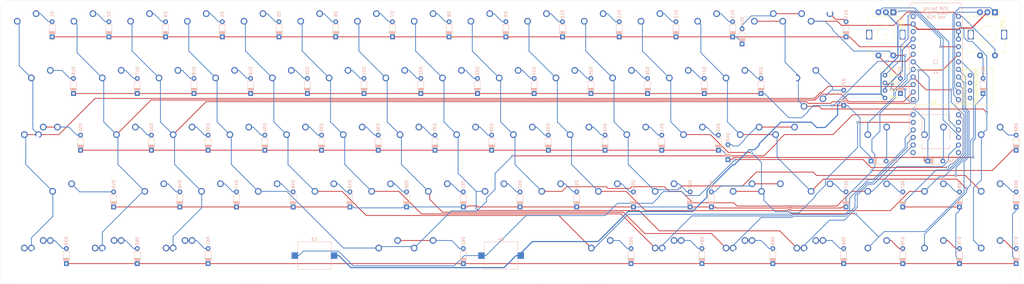
<source format=kicad_pcb>
(kicad_pcb (version 20171130) (host pcbnew "(5.1.4)-1")
  (layers (0 F.Cu signal) (31 B.Cu signal) (34 B.Paste user) (35 F.Paste user) (36 B.SilkS user) (37 F.SilkS user) (38 B.Mask user) (39 F.Mask user) (44 Edge.Cuts user))
  (net 0 "")
  (net 1 "Net-(D1-Pad2)")
  (net 2 ROW0)
  (net 3 "Net-(D2-Pad2)")
  (net 4 ROW1)
  (net 5 "Net-(D3-Pad2)")
  (net 6 ROW2)
  (net 7 "Net-(D4-Pad2)")
  (net 8 ROW3)
  (net 9 "Net-(D5-Pad2)")
  (net 10 ROW4)
  (net 11 "Net-(D6-Pad2)")
  (net 12 "Net-(D7-Pad2)")
  (net 13 "Net-(D8-Pad2)")
  (net 14 "Net-(D9-Pad2)")
  (net 15 "Net-(D10-Pad2)")
  (net 16 "Net-(D11-Pad2)")
  (net 17 "Net-(D12-Pad2)")
  (net 18 "Net-(D13-Pad2)")
  (net 19 "Net-(D14-Pad2)")
  (net 20 "Net-(D15-Pad2)")
  (net 21 "Net-(D16-Pad2)")
  (net 22 "Net-(D17-Pad2)")
  (net 23 "Net-(D18-Pad2)")
  (net 24 "Net-(D19-Pad2)")
  (net 25 "Net-(D20-Pad2)")
  (net 26 "Net-(D21-Pad2)")
  (net 27 "Net-(D22-Pad2)")
  (net 28 "Net-(D23-Pad2)")
  (net 29 "Net-(D24-Pad2)")
  (net 30 "Net-(D25-Pad2)")
  (net 31 "Net-(D26-Pad2)")
  (net 32 "Net-(D27-Pad2)")
  (net 33 "Net-(D28-Pad2)")
  (net 34 "Net-(D29-Pad2)")
  (net 35 "Net-(D30-Pad2)")
  (net 36 "Net-(D31-Pad2)")
  (net 37 "Net-(D32-Pad2)")
  (net 38 "Net-(D33-Pad2)")
  (net 39 "Net-(D34-Pad2)")
  (net 40 "Net-(D35-Pad2)")
  (net 41 "Net-(D36-Pad2)")
  (net 42 "Net-(D37-Pad2)")
  (net 43 "Net-(D38-Pad2)")
  (net 44 "Net-(D39-Pad2)")
  (net 45 "Net-(D40-Pad2)")
  (net 46 "Net-(D41-Pad2)")
  (net 47 "Net-(D42-Pad2)")
  (net 48 "Net-(D43-Pad2)")
  (net 49 "Net-(D44-Pad2)")
  (net 50 "Net-(D45-Pad2)")
  (net 51 "Net-(D46-Pad2)")
  (net 52 "Net-(D47-Pad2)")
  (net 53 "Net-(D48-Pad2)")
  (net 54 "Net-(D49-Pad2)")
  (net 55 "Net-(D50-Pad2)")
  (net 56 "Net-(D51-Pad2)")
  (net 57 "Net-(D52-Pad2)")
  (net 58 "Net-(D53-Pad2)")
  (net 59 "Net-(D54-Pad2)")
  (net 60 "Net-(D55-Pad2)")
  (net 61 "Net-(D56-Pad2)")
  (net 62 "Net-(D57-Pad2)")
  (net 63 "Net-(D58-Pad2)")
  (net 64 "Net-(D59-Pad2)")
  (net 65 "Net-(D60-Pad2)")
  (net 66 "Net-(D61-Pad2)")
  (net 67 "Net-(D62-Pad2)")
  (net 68 "Net-(D63-Pad2)")
  (net 69 "Net-(D64-Pad2)")
  (net 70 "Net-(D65-Pad2)")
  (net 71 "Net-(D66-Pad2)")
  (net 72 "Net-(D67-Pad2)")
  (net 73 "Net-(D68-Pad2)")
  (net 74 "Net-(D69-Pad2)")
  (net 75 "Net-(D70-Pad2)")
  (net 76 COL0)
  (net 77 COL1)
  (net 78 COL2)
  (net 79 COL3)
  (net 80 COL4)
  (net 81 COL5)
  (net 82 COL6)
  (net 83 COL7)
  (net 84 ENC1A)
  (net 85 GND)
  (net 86 ENC1B)
  (net 87 ENC2A)
  (net 88 ENC2B)
  (net 89 SDA)
  (net 90 SCL)
  (net 91 VCC)
  (net 92 "Net-(D71-Pad2)")
  (net 93 "Net-(D72-Pad2)")
  (net 94 COL8)
  (net 95 COL9)
  (net 96 COL10)
  (net 97 COL11)
  (net 98 COL12)
  (net 99 COL13)
  (net 100 COL14)
  (net 101 SPK)
  (net 102 "Net-(DE1-Pad2)")
  (net 103 "Net-(DE2-Pad2)")
  (net 104 "Net-(U1-Pad5V)")
  (net 105 "Net-(U1-PadA5)")
  (net 106 "Net-(U1-PadA15)")
  (net 107 "Net-(U1-PadDFU)")
  (net 108 "Net-(U1-PadRST)")
  (module OLED-SSD1306-4pin-128x32:OLED-1306-Supports (layer F.Cu) (at 329.406 63.5)
    (fp_text reference U2 (at 8.128 11.176) (layer F.SilkS))
    (fp_text value OLED-SSD1306-OLED-SSD1306-4pin-128x32)
    (fp_text user "SUPPORT ONLY" (at 18.542 6.096 90) (layer F.SilkS))
    (fp_text user "NO CONNECTION" (at 22.12975 6.096 90) (layer F.SilkS) (effects (font (size 0.9 0.9))))
    (fp_text user SDA (at -5.588 2.032) (layer F.SilkS))
    (fp_text user SCL (at -5.588 4.572) (layer F.SilkS))
    (fp_text user VCC (at -5.588 7.112) (layer F.SilkS))
    (fp_text user GND (at -5.588 9.652) (layer F.SilkS))
    (pad 1 thru_hole circle (at -8.35914 2.13614) (size 1.524 1.524) (drill 0.762) (layers *.Cu *.Mask) (net 89 SDA))
    (pad 2 thru_hole circle (at -8.35914 4.67614) (size 1.524 1.524) (drill 0.762) (layers *.Cu *.Mask) (net 90 SCL))
    (pad 3 thru_hole circle (at -8.35914 7.21614) (size 1.524 1.524) (drill 0.762) (layers *.Cu *.Mask) (net 91 VCC))
    (pad 4 thru_hole circle (at -8.35914 9.75614) (size 1.524 1.524) (drill 0.762) (layers *.Cu *.Mask) (net 85 GND))
    (pad "" thru_hole circle (at 20.21586 4.67614) (size 1.524 1.524) (drill 0.762) (layers *.Cu *.Mask))
    (pad "" thru_hole circle (at 20.21586 2.13614) (size 1.524 1.524) (drill 0.762) (layers *.Cu *.Mask))
    (pad "" thru_hole circle (at 20.21586 9.75614) (size 1.524 1.524) (drill 0.762) (layers *.Cu *.Mask))
    (pad "" thru_hole circle (at 20.21586 7.21614) (size 1.524 1.524) (drill 0.762) (layers *.Cu *.Mask))
  )
  (module proton_c:proton_c (layer B.Cu) (at 338.138 61.1188 180)
    (fp_text reference U1 (at 0.01 -3.39 180) (layer B.SilkS) (effects (justify mirror)))
    (fp_text value proton_c)
    (fp_text user "USB facing" (at -0.05 17.98 180) (layer B.SilkS) (effects (justify mirror)))
    (fp_text user "the PCB" (at -0.05 14.98 180) (layer B.SilkS) (effects (justify mirror)))
    (fp_text user "away from" (at -0.05 16.48 180) (layer B.SilkS) (effects (justify mirror)))
    (pad 5V thru_hole circle (at 7.615 15.25 180) (size 1.7 1.7) (drill 1) (layers *.Cu *.Mask) (net 104 "Net-(U1-Pad5V)"))
    (pad A10 thru_hole circle (at -7.6 12.71 180) (size 1.7 1.7) (drill 1) (layers *.Cu *.Mask) (net 99 COL13))
    (pad A9 thru_hole circle (at -7.6 15.25 180) (size 1.7 1.7) (drill 1) (layers *.Cu *.Mask) (net 100 COL14))
    (pad GND thru_hole circle (at -7.6 10.17 180) (size 1.7 1.7) (drill 1) (layers *.Cu *.Mask) (net 85 GND))
    (pad GND thru_hole circle (at -7.6 7.63 180) (size 1.7 1.7) (drill 1) (layers *.Cu *.Mask) (net 85 GND))
    (pad B7 thru_hole circle (at -7.6 5.09 180) (size 1.7 1.7) (drill 1) (layers *.Cu *.Mask) (net 89 SDA))
    (pad B6 thru_hole circle (at -7.6 2.55 180) (size 1.7 1.7) (drill 1) (layers *.Cu *.Mask) (net 90 SCL))
    (pad B5 thru_hole circle (at -7.6 0.01 180) (size 1.7 1.7) (drill 1) (layers *.Cu *.Mask) (net 98 COL12))
    (pad B4 thru_hole circle (at -7.6 -2.53 180) (size 1.7 1.7) (drill 1) (layers *.Cu *.Mask) (net 97 COL11))
    (pad B3 thru_hole circle (at -7.6 -5.07 180) (size 1.7 1.7) (drill 1) (layers *.Cu *.Mask) (net 96 COL10))
    (pad B2 thru_hole circle (at -7.6 -7.61 180) (size 1.7 1.7) (drill 1) (layers *.Cu *.Mask) (net 95 COL9))
    (pad B1 thru_hole circle (at -7.6 -10.15 180) (size 1.7 1.7) (drill 1) (layers *.Cu *.Mask) (net 86 ENC1B))
    (pad B0 thru_hole circle (at -7.6 -12.69 180) (size 1.7 1.7) (drill 1) (layers *.Cu *.Mask) (net 84 ENC1A))
    (pad A5 thru_hole circle (at -7.6 -20.31 180) (size 1.7 1.7) (drill 1) (layers *.Cu *.Mask) (net 105 "Net-(U1-PadA5)"))
    (pad A7 thru_hole circle (at -7.6 -25.39 180) (size 1.7 1.7) (drill 1) (layers *.Cu *.Mask) (net 87 ENC2A))
    (pad A8 thru_hole circle (at -7.6 -27.93 180) (size 1.7 1.7) (drill 1) (layers *.Cu *.Mask) (net 94 COL8))
    (pad A6 thru_hole circle (at -7.6 -22.85 180) (size 1.7 1.7) (drill 1) (layers *.Cu *.Mask) (net 88 ENC2B))
    (pad A15 thru_hole circle (at -7.6 -30.47 180) (size 1.7 1.7) (drill 1) (layers *.Cu *.Mask) (net 106 "Net-(U1-PadA15)"))
    (pad A4 thru_hole circle (at -7.6 -17.77 180) (size 1.7 1.7) (drill 1) (layers *.Cu *.Mask) (net 101 SPK))
    (pad GND thru_hole circle (at 7.615 12.71 180) (size 1.7 1.7) (drill 1) (layers *.Cu *.Mask) (net 85 GND))
    (pad DFU thru_hole circle (at 7.615 10.17 180) (size 1.7 1.7) (drill 1) (layers *.Cu *.Mask) (net 107 "Net-(U1-PadDFU)"))
    (pad A2 thru_hole circle (at 7.615 5.09 180) (size 1.7 1.7) (drill 1) (layers *.Cu *.Mask) (net 2 ROW0))
    (pad 3.3V thru_hole circle (at 7.615 7.63 180) (size 1.7 1.7) (drill 1) (layers *.Cu *.Mask) (net 91 VCC))
    (pad A1 thru_hole circle (at 7.615 2.55 180) (size 1.7 1.7) (drill 1) (layers *.Cu *.Mask) (net 4 ROW1))
    (pad A0 thru_hole circle (at 7.615 0.01 180) (size 1.7 1.7) (drill 1) (layers *.Cu *.Mask) (net 6 ROW2))
    (pad B8 thru_hole circle (at 7.615 -2.53 180) (size 1.7 1.7) (drill 1) (layers *.Cu *.Mask) (net 8 ROW3))
    (pad B14 thru_hole circle (at 7.615 -7.61 180) (size 1.7 1.7) (drill 1) (layers *.Cu *.Mask) (net 76 COL0))
    (pad B15 thru_hole circle (at 7.615 -10.15 180) (size 1.7 1.7) (drill 1) (layers *.Cu *.Mask) (net 77 COL1))
    (pad B13 thru_hole circle (at 7.615 -5.07 180) (size 1.7 1.7) (drill 1) (layers *.Cu *.Mask) (net 10 ROW4))
    (pad B9 thru_hole circle (at 7.615 -12.69 180) (size 1.7 1.7) (drill 1) (layers *.Cu *.Mask) (net 78 COL2))
    (pad B11 thru_hole circle (at 7.615 -20.31 180) (size 1.7 1.7) (drill 1) (layers *.Cu *.Mask) (net 80 COL4))
    (pad B10 thru_hole circle (at 7.615 -17.77 180) (size 1.7 1.7) (drill 1) (layers *.Cu *.Mask) (net 79 COL3))
    (pad A14 thru_hole circle (at 7.615 -25.39 180) (size 1.7 1.7) (drill 1) (layers *.Cu *.Mask) (net 82 COL6))
    (pad B12 thru_hole circle (at 7.615 -22.85 180) (size 1.7 1.7) (drill 1) (layers *.Cu *.Mask) (net 81 COL5))
    (pad A13 thru_hole circle (at 7.615 -27.93 180) (size 1.7 1.7) (drill 1) (layers *.Cu *.Mask) (net 83 COL7))
    (pad RST thru_hole circle (at 7.615 -30.47 180) (size 1.7 1.7) (drill 1) (layers *.Cu *.Mask) (net 108 "Net-(U1-PadRST)"))
  )
  (module Buzzer_Beeper:Buzzer_Mallory_AST1109MLTRQ (layer B.Cu) (at 129.381 126.206)
    (fp_text reference U3 (at 0 -5.5 -180) (layer B.SilkS) (effects (justify mirror)))
    (fp_text value AST1109MLTRQ)
    (pad 1 smd rect (at -6.6 0) (size 2.2 2.2) (layers B.Cu B.Paste B.Mask) (net 101 SPK))
    (pad 2 smd rect (at 6.6 0) (size 2.2 2.2) (layers B.Cu B.Paste B.Mask) (net 85 GND))
  )
  (module MX_Only:MXOnly-ISO-ReversedStabilizers (layer F.Cu) (at 297.656 78.5812)
    (fp_text reference MX_29)
    (fp_text value ExtraMX)
    (pad "" np_thru_hole circle (at -8.255 -11.938) (size 3.9878 3.9878) (drill 3.9878) (layers *.Cu *.Mask))
    (pad "" np_thru_hole circle (at -8.255 11.938) (size 3.9878 3.9878) (drill 3.9878) (layers *.Cu *.Mask))
    (pad "" np_thru_hole circle (at 6.985 -11.938) (size 3.048 3.048) (drill 3.048) (layers *.Cu *.Mask))
    (pad "" np_thru_hole circle (at 6.985 11.938) (size 3.048 3.048) (drill 3.048) (layers *.Cu *.Mask))
    (pad "" np_thru_hole circle (at 5.08 0 48.0996) (size 1.75 1.75) (drill 1.75) (layers *.Cu *.Mask))
    (pad "" np_thru_hole circle (at -5.08 0 48.0996) (size 1.75 1.75) (drill 1.75) (layers *.Cu *.Mask))
    (pad 1 thru_hole circle (at -3.81 -2.54) (size 2.25 2.25) (drill 1.47) (layers *.Cu B.Mask) (net 99 COL13))
    (pad "" np_thru_hole circle (at 0 0) (size 3.9878 3.9878) (drill 3.9878) (layers *.Cu *.Mask))
    (pad 2 thru_hole circle (at 2.54 -5.08) (size 2.25 2.25) (drill 1.47) (layers *.Cu B.Mask) (net 34 "Net-(D29-Pad2)"))
  )
  (module MX_Only:MXOnly-1.5U-NoLED (layer F.Cu) (at 295.275 126.206)
    (fp_text reference MX_66)
    (fp_text value ExtraMX)
    (pad 2 thru_hole circle (at 2.54 -5.08) (size 2.25 2.25) (drill 1.47) (layers *.Cu B.Mask) (net 71 "Net-(D66-Pad2)"))
    (pad "" np_thru_hole circle (at 0 0) (size 3.9878 3.9878) (drill 3.9878) (layers *.Cu *.Mask))
    (pad 1 thru_hole circle (at -3.81 -2.54) (size 2.25 2.25) (drill 1.47) (layers *.Cu B.Mask) (net 83 COL7))
    (pad "" np_thru_hole circle (at -5.08 0 48.0996) (size 1.75 1.75) (drill 1.75) (layers *.Cu *.Mask))
    (pad "" np_thru_hole circle (at 5.08 0 48.0996) (size 1.75 1.75) (drill 1.75) (layers *.Cu *.Mask))
  )
  (module MX_Only:MXOnly-1.5U-NoLED (layer F.Cu) (at 247.65 126.206)
    (fp_text reference MX_64)
    (fp_text value ExtraMX)
    (pad 2 thru_hole circle (at 2.54 -5.08) (size 2.25 2.25) (drill 1.47) (layers *.Cu B.Mask) (net 69 "Net-(D64-Pad2)"))
    (pad "" np_thru_hole circle (at 0 0) (size 3.9878 3.9878) (drill 3.9878) (layers *.Cu *.Mask))
    (pad 1 thru_hole circle (at -3.81 -2.54) (size 2.25 2.25) (drill 1.47) (layers *.Cu B.Mask) (net 81 COL5))
    (pad "" np_thru_hole circle (at -5.08 0 48.0996) (size 1.75 1.75) (drill 1.75) (layers *.Cu *.Mask))
    (pad "" np_thru_hole circle (at 5.08 0 48.0996) (size 1.75 1.75) (drill 1.75) (layers *.Cu *.Mask))
  )
  (module MX_Only:MXOnly-7U-ReversedStabilizers-NoLED (layer F.Cu) (at 166.688 126.206)
    (fp_text reference MX_62)
    (fp_text value ExtraMX)
    (pad 2 thru_hole circle (at 2.54 -5.08) (size 2.25 2.25) (drill 1.47) (layers *.Cu B.Mask) (net 67 "Net-(D62-Pad2)"))
    (pad "" np_thru_hole circle (at 0 0) (size 3.9878 3.9878) (drill 3.9878) (layers *.Cu *.Mask))
    (pad 1 thru_hole circle (at -3.81 -2.54) (size 2.25 2.25) (drill 1.47) (layers *.Cu B.Mask) (net 79 COL3))
    (pad "" np_thru_hole circle (at -5.08 0 48.0996) (size 1.75 1.75) (drill 1.75) (layers *.Cu *.Mask))
    (pad "" np_thru_hole circle (at 5.08 0 48.0996) (size 1.75 1.75) (drill 1.75) (layers *.Cu *.Mask))
    (pad "" np_thru_hole circle (at -57.15 6.985) (size 3.048 3.048) (drill 3.048) (layers *.Cu *.Mask))
    (pad "" np_thru_hole circle (at 57.15 6.985) (size 3.048 3.048) (drill 3.048) (layers *.Cu *.Mask))
    (pad "" np_thru_hole circle (at -57.15 -8.255) (size 3.9878 3.9878) (drill 3.9878) (layers *.Cu *.Mask))
    (pad "" np_thru_hole circle (at 57.15 -8.255) (size 3.9878 3.9878) (drill 3.9878) (layers *.Cu *.Mask))
  )
  (module MX_Only:MXOnly-1.5U-NoLED (layer F.Cu) (at 85.725 126.206)
    (fp_text reference MX_61)
    (fp_text value ExtraMX)
    (pad 2 thru_hole circle (at 2.54 -5.08) (size 2.25 2.25) (drill 1.47) (layers *.Cu B.Mask) (net 66 "Net-(D61-Pad2)"))
    (pad "" np_thru_hole circle (at 0 0) (size 3.9878 3.9878) (drill 3.9878) (layers *.Cu *.Mask))
    (pad 1 thru_hole circle (at -3.81 -2.54) (size 2.25 2.25) (drill 1.47) (layers *.Cu B.Mask) (net 78 COL2))
    (pad "" np_thru_hole circle (at -5.08 0 48.0996) (size 1.75 1.75) (drill 1.75) (layers *.Cu *.Mask))
    (pad "" np_thru_hole circle (at 5.08 0 48.0996) (size 1.75 1.75) (drill 1.75) (layers *.Cu *.Mask))
  )
  (module MX_Only:MXOnly-1.5U-NoLED (layer F.Cu) (at 38.1 126.206)
    (fp_text reference MX_59)
    (fp_text value ExtraMX)
    (pad 2 thru_hole circle (at 2.54 -5.08) (size 2.25 2.25) (drill 1.47) (layers *.Cu B.Mask) (net 64 "Net-(D59-Pad2)"))
    (pad "" np_thru_hole circle (at 0 0) (size 3.9878 3.9878) (drill 3.9878) (layers *.Cu *.Mask))
    (pad 1 thru_hole circle (at -3.81 -2.54) (size 2.25 2.25) (drill 1.47) (layers *.Cu B.Mask) (net 76 COL0))
    (pad "" np_thru_hole circle (at -5.08 0 48.0996) (size 1.75 1.75) (drill 1.75) (layers *.Cu *.Mask))
    (pad "" np_thru_hole circle (at 5.08 0 48.0996) (size 1.75 1.75) (drill 1.75) (layers *.Cu *.Mask))
  )
  (module MX_Only:MXOnly-1.25U-NoLED (layer F.Cu) (at 297.656 126.206)
    (fp_text reference MX66)
    (fp_text value MX-NoLED)
    (pad 2 thru_hole circle (at 2.54 -5.08) (size 2.25 2.25) (drill 1.47) (layers *.Cu B.Mask) (net 71 "Net-(D66-Pad2)"))
    (pad "" np_thru_hole circle (at 0 0) (size 3.9878 3.9878) (drill 3.9878) (layers *.Cu *.Mask))
    (pad 1 thru_hole circle (at -3.81 -2.54) (size 2.25 2.25) (drill 1.47) (layers *.Cu B.Mask) (net 83 COL7))
    (pad "" np_thru_hole circle (at -5.08 0 48.0996) (size 1.75 1.75) (drill 1.75) (layers *.Cu *.Mask))
    (pad "" np_thru_hole circle (at 5.08 0 48.0996) (size 1.75 1.75) (drill 1.75) (layers *.Cu *.Mask))
  )
  (module MX_Only:MXOnly-1.25U-NoLED (layer F.Cu) (at 273.844 126.206)
    (fp_text reference MX65)
    (fp_text value MX-NoLED)
    (pad 2 thru_hole circle (at 2.54 -5.08) (size 2.25 2.25) (drill 1.47) (layers *.Cu B.Mask) (net 70 "Net-(D65-Pad2)"))
    (pad "" np_thru_hole circle (at 0 0) (size 3.9878 3.9878) (drill 3.9878) (layers *.Cu *.Mask))
    (pad 1 thru_hole circle (at -3.81 -2.54) (size 2.25 2.25) (drill 1.47) (layers *.Cu B.Mask) (net 82 COL6))
    (pad "" np_thru_hole circle (at -5.08 0 48.0996) (size 1.75 1.75) (drill 1.75) (layers *.Cu *.Mask))
    (pad "" np_thru_hole circle (at 5.08 0 48.0996) (size 1.75 1.75) (drill 1.75) (layers *.Cu *.Mask))
  )
  (module MX_Only:MXOnly-1.25U-NoLED (layer F.Cu) (at 250.031 126.206)
    (fp_text reference MX64)
    (fp_text value MX-NoLED)
    (pad 2 thru_hole circle (at 2.54 -5.08) (size 2.25 2.25) (drill 1.47) (layers *.Cu B.Mask) (net 69 "Net-(D64-Pad2)"))
    (pad "" np_thru_hole circle (at 0 0) (size 3.9878 3.9878) (drill 3.9878) (layers *.Cu *.Mask))
    (pad 1 thru_hole circle (at -3.81 -2.54) (size 2.25 2.25) (drill 1.47) (layers *.Cu B.Mask) (net 81 COL5))
    (pad "" np_thru_hole circle (at -5.08 0 48.0996) (size 1.75 1.75) (drill 1.75) (layers *.Cu *.Mask))
    (pad "" np_thru_hole circle (at 5.08 0 48.0996) (size 1.75 1.75) (drill 1.75) (layers *.Cu *.Mask))
  )
  (module MX_Only:MXOnly-1.25U-NoLED (layer F.Cu) (at 226.219 126.206)
    (fp_text reference MX63)
    (fp_text value MX-NoLED)
    (pad 2 thru_hole circle (at 2.54 -5.08) (size 2.25 2.25) (drill 1.47) (layers *.Cu B.Mask) (net 68 "Net-(D63-Pad2)"))
    (pad "" np_thru_hole circle (at 0 0) (size 3.9878 3.9878) (drill 3.9878) (layers *.Cu *.Mask))
    (pad 1 thru_hole circle (at -3.81 -2.54) (size 2.25 2.25) (drill 1.47) (layers *.Cu B.Mask) (net 80 COL4))
    (pad "" np_thru_hole circle (at -5.08 0 48.0996) (size 1.75 1.75) (drill 1.75) (layers *.Cu *.Mask))
    (pad "" np_thru_hole circle (at 5.08 0 48.0996) (size 1.75 1.75) (drill 1.75) (layers *.Cu *.Mask))
  )
  (module MX_Only:MXOnly-6.25U-ReversedStabilizers-NoLED (layer F.Cu) (at 154.781 126.206)
    (fp_text reference MX62)
    (fp_text value MX-NoLED)
    (pad 2 thru_hole circle (at 2.54 -5.08) (size 2.25 2.25) (drill 1.47) (layers *.Cu B.Mask) (net 67 "Net-(D62-Pad2)"))
    (pad "" np_thru_hole circle (at 0 0) (size 3.9878 3.9878) (drill 3.9878) (layers *.Cu *.Mask))
    (pad 1 thru_hole circle (at -3.81 -2.54) (size 2.25 2.25) (drill 1.47) (layers *.Cu B.Mask) (net 79 COL3))
    (pad "" np_thru_hole circle (at -5.08 0 48.0996) (size 1.75 1.75) (drill 1.75) (layers *.Cu *.Mask))
    (pad "" np_thru_hole circle (at 5.08 0 48.0996) (size 1.75 1.75) (drill 1.75) (layers *.Cu *.Mask))
    (pad "" np_thru_hole circle (at -49.9999 6.985) (size 3.048 3.048) (drill 3.048) (layers *.Cu *.Mask))
    (pad "" np_thru_hole circle (at 49.9999 6.985) (size 3.048 3.048) (drill 3.048) (layers *.Cu *.Mask))
    (pad "" np_thru_hole circle (at -49.9999 -8.255) (size 3.9878 3.9878) (drill 3.9878) (layers *.Cu *.Mask))
    (pad "" np_thru_hole circle (at 49.9999 -8.255) (size 3.9878 3.9878) (drill 3.9878) (layers *.Cu *.Mask))
  )
  (module MX_Only:MXOnly-1.25U-NoLED (layer F.Cu) (at 83.3438 126.206)
    (fp_text reference MX61)
    (fp_text value MX-NoLED)
    (pad 2 thru_hole circle (at 2.54 -5.08) (size 2.25 2.25) (drill 1.47) (layers *.Cu B.Mask) (net 66 "Net-(D61-Pad2)"))
    (pad "" np_thru_hole circle (at 0 0) (size 3.9878 3.9878) (drill 3.9878) (layers *.Cu *.Mask))
    (pad 1 thru_hole circle (at -3.81 -2.54) (size 2.25 2.25) (drill 1.47) (layers *.Cu B.Mask) (net 78 COL2))
    (pad "" np_thru_hole circle (at -5.08 0 48.0996) (size 1.75 1.75) (drill 1.75) (layers *.Cu *.Mask))
    (pad "" np_thru_hole circle (at 5.08 0 48.0996) (size 1.75 1.75) (drill 1.75) (layers *.Cu *.Mask))
  )
  (module MX_Only:MXOnly-1.25U-NoLED (layer F.Cu) (at 59.5312 126.206)
    (fp_text reference MX60)
    (fp_text value MX-NoLED)
    (pad 2 thru_hole circle (at 2.54 -5.08) (size 2.25 2.25) (drill 1.47) (layers *.Cu B.Mask) (net 65 "Net-(D60-Pad2)"))
    (pad "" np_thru_hole circle (at 0 0) (size 3.9878 3.9878) (drill 3.9878) (layers *.Cu *.Mask))
    (pad 1 thru_hole circle (at -3.81 -2.54) (size 2.25 2.25) (drill 1.47) (layers *.Cu B.Mask) (net 77 COL1))
    (pad "" np_thru_hole circle (at -5.08 0 48.0996) (size 1.75 1.75) (drill 1.75) (layers *.Cu *.Mask))
    (pad "" np_thru_hole circle (at 5.08 0 48.0996) (size 1.75 1.75) (drill 1.75) (layers *.Cu *.Mask))
  )
  (module MX_Only:MXOnly-1.25U-NoLED (layer F.Cu) (at 35.7188 126.206)
    (fp_text reference MX59)
    (fp_text value MX-NoLED)
    (pad 2 thru_hole circle (at 2.54 -5.08) (size 2.25 2.25) (drill 1.47) (layers *.Cu B.Mask) (net 64 "Net-(D59-Pad2)"))
    (pad "" np_thru_hole circle (at 0 0) (size 3.9878 3.9878) (drill 3.9878) (layers *.Cu *.Mask))
    (pad 1 thru_hole circle (at -3.81 -2.54) (size 2.25 2.25) (drill 1.47) (layers *.Cu B.Mask) (net 76 COL0))
    (pad "" np_thru_hole circle (at -5.08 0 48.0996) (size 1.75 1.75) (drill 1.75) (layers *.Cu *.Mask))
    (pad "" np_thru_hole circle (at 5.08 0 48.0996) (size 1.75 1.75) (drill 1.75) (layers *.Cu *.Mask))
  )
  (module MX_Only:MXOnly-1.75U-NoLED (layer F.Cu) (at 273.844 107.156)
    (fp_text reference MX_56)
    (fp_text value ExtraMX)
    (pad 2 thru_hole circle (at 2.54 -5.08) (size 2.25 2.25) (drill 1.47) (layers *.Cu B.Mask) (net 61 "Net-(D56-Pad2)"))
    (pad "" np_thru_hole circle (at 0 0) (size 3.9878 3.9878) (drill 3.9878) (layers *.Cu *.Mask))
    (pad 1 thru_hole circle (at -3.81 -2.54) (size 2.25 2.25) (drill 1.47) (layers *.Cu B.Mask) (net 97 COL11))
    (pad "" np_thru_hole circle (at -5.08 0 48.0996) (size 1.75 1.75) (drill 1.75) (layers *.Cu *.Mask))
    (pad "" np_thru_hole circle (at 5.08 0 48.0996) (size 1.75 1.75) (drill 1.75) (layers *.Cu *.Mask))
  )
  (module MX_Only:MXOnly-2.75U-NoLED (layer F.Cu) (at 283.369 107.156)
    (fp_text reference MX56)
    (fp_text value MX-NoLED)
    (pad 2 thru_hole circle (at 2.54 -5.08) (size 2.25 2.25) (drill 1.47) (layers *.Cu B.Mask) (net 61 "Net-(D56-Pad2)"))
    (pad "" np_thru_hole circle (at 0 0) (size 3.9878 3.9878) (drill 3.9878) (layers *.Cu *.Mask))
    (pad 1 thru_hole circle (at -3.81 -2.54) (size 2.25 2.25) (drill 1.47) (layers *.Cu B.Mask) (net 97 COL11))
    (pad "" np_thru_hole circle (at -5.08 0 48.0996) (size 1.75 1.75) (drill 1.75) (layers *.Cu *.Mask))
    (pad "" np_thru_hole circle (at 5.08 0 48.0996) (size 1.75 1.75) (drill 1.75) (layers *.Cu *.Mask))
    (pad "" np_thru_hole circle (at -11.90625 -6.985) (size 3.048 3.048) (drill 3.048) (layers *.Cu *.Mask))
    (pad "" np_thru_hole circle (at 11.90625 -6.985) (size 3.048 3.048) (drill 3.048) (layers *.Cu *.Mask))
    (pad "" np_thru_hole circle (at -11.90625 8.255) (size 3.9878 3.9878) (drill 3.9878) (layers *.Cu *.Mask))
    (pad "" np_thru_hole circle (at 11.90625 8.255) (size 3.9878 3.9878) (drill 3.9878) (layers *.Cu *.Mask))
  )
  (module MX_Only:MXOnly-2.25U-NoLED (layer F.Cu) (at 45.2438 107.156)
    (fp_text reference MX45)
    (fp_text value MX-NoLED)
    (pad 2 thru_hole circle (at 2.54 -5.08) (size 2.25 2.25) (drill 1.47) (layers *.Cu B.Mask) (net 50 "Net-(D45-Pad2)"))
    (pad "" np_thru_hole circle (at 0 0) (size 3.9878 3.9878) (drill 3.9878) (layers *.Cu *.Mask))
    (pad 1 thru_hole circle (at -3.81 -2.54) (size 2.25 2.25) (drill 1.47) (layers *.Cu B.Mask) (net 76 COL0))
    (pad "" np_thru_hole circle (at -5.08 0 48.0996) (size 1.75 1.75) (drill 1.75) (layers *.Cu *.Mask))
    (pad "" np_thru_hole circle (at 5.08 0 48.0996) (size 1.75 1.75) (drill 1.75) (layers *.Cu *.Mask))
    (pad "" np_thru_hole circle (at -11.90625 -6.985) (size 3.048 3.048) (drill 3.048) (layers *.Cu *.Mask))
    (pad "" np_thru_hole circle (at 11.90625 -6.985) (size 3.048 3.048) (drill 3.048) (layers *.Cu *.Mask))
    (pad "" np_thru_hole circle (at -11.90625 8.255) (size 3.9878 3.9878) (drill 3.9878) (layers *.Cu *.Mask))
    (pad "" np_thru_hole circle (at 11.90625 8.255) (size 3.9878 3.9878) (drill 3.9878) (layers *.Cu *.Mask))
  )
  (module MX_Only:MXOnly-2.25U-NoLED (layer F.Cu) (at 288.131 88.1062)
    (fp_text reference MX43)
    (fp_text value MX-NoLED)
    (pad 2 thru_hole circle (at 2.54 -5.08) (size 2.25 2.25) (drill 1.47) (layers *.Cu B.Mask) (net 48 "Net-(D43-Pad2)"))
    (pad "" np_thru_hole circle (at 0 0) (size 3.9878 3.9878) (drill 3.9878) (layers *.Cu *.Mask))
    (pad 1 thru_hole circle (at -3.81 -2.54) (size 2.25 2.25) (drill 1.47) (layers *.Cu B.Mask) (net 98 COL12))
    (pad "" np_thru_hole circle (at -5.08 0 48.0996) (size 1.75 1.75) (drill 1.75) (layers *.Cu *.Mask))
    (pad "" np_thru_hole circle (at 5.08 0 48.0996) (size 1.75 1.75) (drill 1.75) (layers *.Cu *.Mask))
    (pad "" np_thru_hole circle (at -11.90625 -6.985) (size 3.048 3.048) (drill 3.048) (layers *.Cu *.Mask))
    (pad "" np_thru_hole circle (at 11.90625 -6.985) (size 3.048 3.048) (drill 3.048) (layers *.Cu *.Mask))
    (pad "" np_thru_hole circle (at -11.90625 8.255) (size 3.9878 3.9878) (drill 3.9878) (layers *.Cu *.Mask))
    (pad "" np_thru_hole circle (at 11.90625 8.255) (size 3.9878 3.9878) (drill 3.9878) (layers *.Cu *.Mask))
  )
  (module MX_Only:MXOnly-1.25U-NoLED (layer F.Cu) (at 35.7188 88.1062)
    (fp_text reference MX_31)
    (fp_text value ExtraMX)
    (pad 2 thru_hole circle (at 2.54 -5.08) (size 2.25 2.25) (drill 1.47) (layers *.Cu B.Mask) (net 36 "Net-(D31-Pad2)"))
    (pad "" np_thru_hole circle (at 0 0) (size 3.9878 3.9878) (drill 3.9878) (layers *.Cu *.Mask))
    (pad 1 thru_hole circle (at -3.81 -2.54) (size 2.25 2.25) (drill 1.47) (layers *.Cu B.Mask) (net 76 COL0))
    (pad "" np_thru_hole circle (at -5.08 0 48.0996) (size 1.75 1.75) (drill 1.75) (layers *.Cu *.Mask))
    (pad "" np_thru_hole circle (at 5.08 0 48.0996) (size 1.75 1.75) (drill 1.75) (layers *.Cu *.Mask))
  )
  (module MX_Only:MXOnly-1.75U-NoLED (layer F.Cu) (at 40.4812 88.1062)
    (fp_text reference MX31)
    (fp_text value MX-NoLED)
    (pad 2 thru_hole circle (at 2.54 -5.08) (size 2.25 2.25) (drill 1.47) (layers *.Cu B.Mask) (net 36 "Net-(D31-Pad2)"))
    (pad "" np_thru_hole circle (at 0 0) (size 3.9878 3.9878) (drill 3.9878) (layers *.Cu *.Mask))
    (pad 1 thru_hole circle (at -3.81 -2.54) (size 2.25 2.25) (drill 1.47) (layers *.Cu B.Mask) (net 76 COL0))
    (pad "" np_thru_hole circle (at -5.08 0 48.0996) (size 1.75 1.75) (drill 1.75) (layers *.Cu *.Mask))
    (pad "" np_thru_hole circle (at 5.08 0 48.0996) (size 1.75 1.75) (drill 1.75) (layers *.Cu *.Mask))
  )
  (module MX_Only:MXOnly-1.5U-NoLED (layer F.Cu) (at 295.275 69.0562)
    (fp_text reference MX29)
    (fp_text value MX-NoLED)
    (pad "" np_thru_hole circle (at 5.08 0 48.0996) (size 1.75 1.75) (drill 1.75) (layers *.Cu *.Mask))
    (pad "" np_thru_hole circle (at -5.08 0 48.0996) (size 1.75 1.75) (drill 1.75) (layers *.Cu *.Mask))
    (pad 1 thru_hole circle (at -3.81 -2.54) (size 2.25 2.25) (drill 1.47) (layers *.Cu B.Mask) (net 99 COL13))
    (pad "" np_thru_hole circle (at 0 0) (size 3.9878 3.9878) (drill 3.9878) (layers *.Cu *.Mask))
    (pad 2 thru_hole circle (at 2.54 -5.08) (size 2.25 2.25) (drill 1.47) (layers *.Cu B.Mask) (net 34 "Net-(D29-Pad2)"))
  )
  (module MX_Only:MXOnly-1U-NoLED (layer F.Cu) (at 271.462 69.0562)
    (fp_text reference MX28)
    (fp_text value MX-NoLED)
    (pad 2 thru_hole circle (at 2.54 -5.08) (size 2.25 2.25) (drill 1.47) (layers *.Cu B.Mask) (net 33 "Net-(D28-Pad2)"))
    (pad "" np_thru_hole circle (at 0 0) (size 3.9878 3.9878) (drill 3.9878) (layers *.Cu *.Mask))
    (pad 1 thru_hole circle (at -3.81 -2.54) (size 2.25 2.25) (drill 1.47) (layers *.Cu B.Mask) (net 98 COL12))
    (pad "" np_thru_hole circle (at -5.08 0 48.0996) (size 1.75 1.75) (drill 1.75) (layers *.Cu *.Mask))
    (pad "" np_thru_hole circle (at 5.08 0 48.0996) (size 1.75 1.75) (drill 1.75) (layers *.Cu *.Mask))
  )
  (module MX_Only:MXOnly-1.5U-NoLED (layer F.Cu) (at 38.1 69.0562)
    (fp_text reference MX16)
    (fp_text value MX-NoLED)
    (pad 2 thru_hole circle (at 2.54 -5.08) (size 2.25 2.25) (drill 1.47) (layers *.Cu B.Mask) (net 21 "Net-(D16-Pad2)"))
    (pad "" np_thru_hole circle (at 0 0) (size 3.9878 3.9878) (drill 3.9878) (layers *.Cu *.Mask))
    (pad 1 thru_hole circle (at -3.81 -2.54) (size 2.25 2.25) (drill 1.47) (layers *.Cu B.Mask) (net 76 COL0))
    (pad "" np_thru_hole circle (at -5.08 0 48.0996) (size 1.75 1.75) (drill 1.75) (layers *.Cu *.Mask))
    (pad "" np_thru_hole circle (at 5.08 0 48.0996) (size 1.75 1.75) (drill 1.75) (layers *.Cu *.Mask))
  )
  (module MX_Only:MXOnly-2U-NoLED (layer F.Cu) (at 290.512 50.0062)
    (fp_text reference MX_14)
    (fp_text value ExtraMX)
    (pad 2 thru_hole circle (at 2.54 -5.08) (size 2.25 2.25) (drill 1.47) (layers *.Cu B.Mask) (net 19 "Net-(D14-Pad2)"))
    (pad "" np_thru_hole circle (at 0 0) (size 3.9878 3.9878) (drill 3.9878) (layers *.Cu *.Mask))
    (pad 1 thru_hole circle (at -3.81 -2.54) (size 2.25 2.25) (drill 1.47) (layers *.Cu B.Mask) (net 99 COL13))
    (pad "" np_thru_hole circle (at -5.08 0 48.0996) (size 1.75 1.75) (drill 1.75) (layers *.Cu *.Mask))
    (pad "" np_thru_hole circle (at 5.08 0 48.0996) (size 1.75 1.75) (drill 1.75) (layers *.Cu *.Mask))
    (pad "" np_thru_hole circle (at -11.90625 -6.985) (size 3.048 3.048) (drill 3.048) (layers *.Cu *.Mask))
    (pad "" np_thru_hole circle (at 11.90625 -6.985) (size 3.048 3.048) (drill 3.048) (layers *.Cu *.Mask))
    (pad "" np_thru_hole circle (at -11.90625 8.255) (size 3.9878 3.9878) (drill 3.9878) (layers *.Cu *.Mask))
    (pad "" np_thru_hole circle (at 11.90625 8.255) (size 3.9878 3.9878) (drill 3.9878) (layers *.Cu *.Mask))
  )
  (module Buzzer_Beeper:Buzzer_Mallory_AST1109MLTRQ (layer B.Cu) (at 192.088 126.206)
    (fp_text reference U4 (at 0 -5.5 -180) (layer B.SilkS) (effects (justify mirror)))
    (fp_text value AST1109MLTRQ)
    (pad 1 smd rect (at -6.6 0) (size 2.2 2.2) (layers B.Cu B.Paste B.Mask) (net 101 SPK))
    (pad 2 smd rect (at 6.6 0) (size 2.2 2.2) (layers B.Cu B.Paste B.Mask) (net 85 GND))
  )
  (module Rotary_Encoder:RotaryEncoder_Alps_EC11E-Switch_Vertical_H20mm (layer F.Cu) (at 323.85 44.45 270)
    (fp_text reference SW2 (at 3.96875 -2.38125 90) (layer F.SilkS))
    (fp_text value Rotary_Encoder_Switch)
    (pad A thru_hole rect (at 0 0 270) (size 2 2) (drill 1) (layers *.Cu *.Mask) (net 87 ENC2A))
    (pad C thru_hole circle (at 0 2.5 270) (size 2 2) (drill 1) (layers *.Cu *.Mask) (net 85 GND))
    (pad B thru_hole circle (at 0 5 270) (size 2 2) (drill 1) (layers *.Cu *.Mask) (net 88 ENC2B))
    (pad MP thru_hole rect (at 7.5 -3.1 270) (size 3.2 2) (drill oval 2.8 1.5) (layers *.Cu *.Mask))
    (pad MP thru_hole rect (at 7.5 8.1 270) (size 3.2 2) (drill oval 2.8 1.5) (layers *.Cu *.Mask))
    (pad S2 thru_hole circle (at 14.5 0 270) (size 2 2) (drill 1) (layers *.Cu *.Mask) (net 100 COL14))
    (pad S1 thru_hole circle (at 14.5 5 270) (size 2 2) (drill 1) (layers *.Cu *.Mask) (net 103 "Net-(DE2-Pad2)"))
  )
  (module Rotary_Encoder:RotaryEncoder_Alps_EC11E-Switch_Vertical_H20mm (layer F.Cu) (at 357.981 44.45 270)
    (fp_text reference SW1 (at 3.96875 -2.38125 90) (layer F.SilkS))
    (fp_text value Rotary_Encoder_Switch)
    (pad A thru_hole rect (at 0 0 270) (size 2 2) (drill 1) (layers *.Cu *.Mask) (net 84 ENC1A))
    (pad C thru_hole circle (at 0 2.5 270) (size 2 2) (drill 1) (layers *.Cu *.Mask) (net 85 GND))
    (pad B thru_hole circle (at 0 5 270) (size 2 2) (drill 1) (layers *.Cu *.Mask) (net 86 ENC1B))
    (pad MP thru_hole rect (at 7.5 -3.1 270) (size 3.2 2) (drill oval 2.8 1.5) (layers *.Cu *.Mask))
    (pad MP thru_hole rect (at 7.5 8.1 270) (size 3.2 2) (drill oval 2.8 1.5) (layers *.Cu *.Mask))
    (pad S2 thru_hole circle (at 14.5 0 270) (size 2 2) (drill 1) (layers *.Cu *.Mask) (net 100 COL14))
    (pad S1 thru_hole circle (at 14.5 5 270) (size 2 2) (drill 1) (layers *.Cu *.Mask) (net 102 "Net-(DE1-Pad2)"))
  )
  (module MX_Only:MXOnly-1U-NoLED (layer F.Cu) (at 271.462 126.206)
    (fp_text reference MX_65)
    (fp_text value ExtraMX)
    (pad 2 thru_hole circle (at 2.54 -5.08) (size 2.25 2.25) (drill 1.47) (layers *.Cu B.Mask) (net 70 "Net-(D65-Pad2)"))
    (pad "" np_thru_hole circle (at 0 0) (size 3.9878 3.9878) (drill 3.9878) (layers *.Cu *.Mask))
    (pad 1 thru_hole circle (at -3.81 -2.54) (size 2.25 2.25) (drill 1.47) (layers *.Cu B.Mask) (net 82 COL6))
    (pad "" np_thru_hole circle (at -5.08 0 48.0996) (size 1.75 1.75) (drill 1.75) (layers *.Cu *.Mask))
    (pad "" np_thru_hole circle (at 5.08 0 48.0996) (size 1.75 1.75) (drill 1.75) (layers *.Cu *.Mask))
  )
  (module MX_Only:MXOnly-1U-NoLED (layer F.Cu) (at 61.9125 126.206)
    (fp_text reference MX_60)
    (fp_text value ExtraMX)
    (pad 2 thru_hole circle (at 2.54 -5.08) (size 2.25 2.25) (drill 1.47) (layers *.Cu B.Mask) (net 65 "Net-(D60-Pad2)"))
    (pad "" np_thru_hole circle (at 0 0) (size 3.9878 3.9878) (drill 3.9878) (layers *.Cu *.Mask))
    (pad 1 thru_hole circle (at -3.81 -2.54) (size 2.25 2.25) (drill 1.47) (layers *.Cu B.Mask) (net 77 COL1))
    (pad "" np_thru_hole circle (at -5.08 0 48.0996) (size 1.75 1.75) (drill 1.75) (layers *.Cu *.Mask))
    (pad "" np_thru_hole circle (at 5.08 0 48.0996) (size 1.75 1.75) (drill 1.75) (layers *.Cu *.Mask))
  )
  (module MX_Only:MXOnly-1U-NoLED (layer F.Cu) (at 276.225 88.1062)
    (fp_text reference MX_43)
    (fp_text value ExtraMX)
    (pad 2 thru_hole circle (at 2.54 -5.08) (size 2.25 2.25) (drill 1.47) (layers *.Cu B.Mask) (net 48 "Net-(D43-Pad2)"))
    (pad "" np_thru_hole circle (at 0 0) (size 3.9878 3.9878) (drill 3.9878) (layers *.Cu *.Mask))
    (pad 1 thru_hole circle (at -3.81 -2.54) (size 2.25 2.25) (drill 1.47) (layers *.Cu B.Mask) (net 98 COL12))
    (pad "" np_thru_hole circle (at -5.08 0 48.0996) (size 1.75 1.75) (drill 1.75) (layers *.Cu *.Mask))
    (pad "" np_thru_hole circle (at 5.08 0 48.0996) (size 1.75 1.75) (drill 1.75) (layers *.Cu *.Mask))
  )
  (module MX_Only:MXOnly-1U-NoLED (layer F.Cu) (at 357.188 126.206)
    (fp_text reference MX72)
    (fp_text value MX-NoLED)
    (pad 2 thru_hole circle (at 2.54 -5.08) (size 2.25 2.25) (drill 1.47) (layers *.Cu B.Mask) (net 93 "Net-(D72-Pad2)"))
    (pad "" np_thru_hole circle (at 0 0) (size 3.9878 3.9878) (drill 3.9878) (layers *.Cu *.Mask))
    (pad 1 thru_hole circle (at -3.81 -2.54) (size 2.25 2.25) (drill 1.47) (layers *.Cu B.Mask) (net 99 COL13))
    (pad "" np_thru_hole circle (at -5.08 0 48.0996) (size 1.75 1.75) (drill 1.75) (layers *.Cu *.Mask))
    (pad "" np_thru_hole circle (at 5.08 0 48.0996) (size 1.75 1.75) (drill 1.75) (layers *.Cu *.Mask))
  )
  (module MX_Only:MXOnly-1U-NoLED (layer F.Cu) (at 338.138 126.206)
    (fp_text reference MX71)
    (fp_text value MX-NoLED)
    (pad 2 thru_hole circle (at 2.54 -5.08) (size 2.25 2.25) (drill 1.47) (layers *.Cu B.Mask) (net 92 "Net-(D71-Pad2)"))
    (pad "" np_thru_hole circle (at 0 0) (size 3.9878 3.9878) (drill 3.9878) (layers *.Cu *.Mask))
    (pad 1 thru_hole circle (at -3.81 -2.54) (size 2.25 2.25) (drill 1.47) (layers *.Cu B.Mask) (net 98 COL12))
    (pad "" np_thru_hole circle (at -5.08 0 48.0996) (size 1.75 1.75) (drill 1.75) (layers *.Cu *.Mask))
    (pad "" np_thru_hole circle (at 5.08 0 48.0996) (size 1.75 1.75) (drill 1.75) (layers *.Cu *.Mask))
  )
  (module MX_Only:MXOnly-1U-NoLED (layer F.Cu) (at 319.088 126.206)
    (fp_text reference MX70)
    (fp_text value MX-NoLED)
    (pad 2 thru_hole circle (at 2.54 -5.08) (size 2.25 2.25) (drill 1.47) (layers *.Cu B.Mask) (net 75 "Net-(D70-Pad2)"))
    (pad "" np_thru_hole circle (at 0 0) (size 3.9878 3.9878) (drill 3.9878) (layers *.Cu *.Mask))
    (pad 1 thru_hole circle (at -3.81 -2.54) (size 2.25 2.25) (drill 1.47) (layers *.Cu B.Mask) (net 97 COL11))
    (pad "" np_thru_hole circle (at -5.08 0 48.0996) (size 1.75 1.75) (drill 1.75) (layers *.Cu *.Mask))
    (pad "" np_thru_hole circle (at 5.08 0 48.0996) (size 1.75 1.75) (drill 1.75) (layers *.Cu *.Mask))
  )
  (module MX_Only:MXOnly-1U-NoLED (layer F.Cu) (at 357.188 107.156)
    (fp_text reference MX69)
    (fp_text value MX-NoLED)
    (pad 2 thru_hole circle (at 2.54 -5.08) (size 2.25 2.25) (drill 1.47) (layers *.Cu B.Mask) (net 74 "Net-(D69-Pad2)"))
    (pad "" np_thru_hole circle (at 0 0) (size 3.9878 3.9878) (drill 3.9878) (layers *.Cu *.Mask))
    (pad 1 thru_hole circle (at -3.81 -2.54) (size 2.25 2.25) (drill 1.47) (layers *.Cu B.Mask) (net 96 COL10))
    (pad "" np_thru_hole circle (at -5.08 0 48.0996) (size 1.75 1.75) (drill 1.75) (layers *.Cu *.Mask))
    (pad "" np_thru_hole circle (at 5.08 0 48.0996) (size 1.75 1.75) (drill 1.75) (layers *.Cu *.Mask))
  )
  (module MX_Only:MXOnly-1U-NoLED (layer F.Cu) (at 338.138 107.156)
    (fp_text reference MX68)
    (fp_text value MX-NoLED)
    (pad 2 thru_hole circle (at 2.54 -5.08) (size 2.25 2.25) (drill 1.47) (layers *.Cu B.Mask) (net 73 "Net-(D68-Pad2)"))
    (pad "" np_thru_hole circle (at 0 0) (size 3.9878 3.9878) (drill 3.9878) (layers *.Cu *.Mask))
    (pad 1 thru_hole circle (at -3.81 -2.54) (size 2.25 2.25) (drill 1.47) (layers *.Cu B.Mask) (net 95 COL9))
    (pad "" np_thru_hole circle (at -5.08 0 48.0996) (size 1.75 1.75) (drill 1.75) (layers *.Cu *.Mask))
    (pad "" np_thru_hole circle (at 5.08 0 48.0996) (size 1.75 1.75) (drill 1.75) (layers *.Cu *.Mask))
  )
  (module MX_Only:MXOnly-1U-NoLED (layer F.Cu) (at 319.088 107.156)
    (fp_text reference MX67)
    (fp_text value MX-NoLED)
    (pad 2 thru_hole circle (at 2.54 -5.08) (size 2.25 2.25) (drill 1.47) (layers *.Cu B.Mask) (net 72 "Net-(D67-Pad2)"))
    (pad "" np_thru_hole circle (at 0 0) (size 3.9878 3.9878) (drill 3.9878) (layers *.Cu *.Mask))
    (pad 1 thru_hole circle (at -3.81 -2.54) (size 2.25 2.25) (drill 1.47) (layers *.Cu B.Mask) (net 94 COL8))
    (pad "" np_thru_hole circle (at -5.08 0 48.0996) (size 1.75 1.75) (drill 1.75) (layers *.Cu *.Mask))
    (pad "" np_thru_hole circle (at 5.08 0 48.0996) (size 1.75 1.75) (drill 1.75) (layers *.Cu *.Mask))
  )
  (module MX_Only:MXOnly-1U-NoLED (layer F.Cu) (at 357.188 88.1062)
    (fp_text reference MX58)
    (fp_text value MX-NoLED)
    (pad 2 thru_hole circle (at 2.54 -5.08) (size 2.25 2.25) (drill 1.47) (layers *.Cu B.Mask) (net 63 "Net-(D58-Pad2)"))
    (pad "" np_thru_hole circle (at 0 0) (size 3.9878 3.9878) (drill 3.9878) (layers *.Cu *.Mask))
    (pad 1 thru_hole circle (at -3.81 -2.54) (size 2.25 2.25) (drill 1.47) (layers *.Cu B.Mask) (net 99 COL13))
    (pad "" np_thru_hole circle (at -5.08 0 48.0996) (size 1.75 1.75) (drill 1.75) (layers *.Cu *.Mask))
    (pad "" np_thru_hole circle (at 5.08 0 48.0996) (size 1.75 1.75) (drill 1.75) (layers *.Cu *.Mask))
  )
  (module MX_Only:MXOnly-1U-NoLED (layer F.Cu) (at 300.038 107.156)
    (fp_text reference MX57)
    (fp_text value MX-NoLED)
    (pad 2 thru_hole circle (at 2.54 -5.08) (size 2.25 2.25) (drill 1.47) (layers *.Cu B.Mask) (net 62 "Net-(D57-Pad2)"))
    (pad "" np_thru_hole circle (at 0 0) (size 3.9878 3.9878) (drill 3.9878) (layers *.Cu *.Mask))
    (pad 1 thru_hole circle (at -3.81 -2.54) (size 2.25 2.25) (drill 1.47) (layers *.Cu B.Mask) (net 98 COL12))
    (pad "" np_thru_hole circle (at -5.08 0 48.0996) (size 1.75 1.75) (drill 1.75) (layers *.Cu *.Mask))
    (pad "" np_thru_hole circle (at 5.08 0 48.0996) (size 1.75 1.75) (drill 1.75) (layers *.Cu *.Mask))
  )
  (module MX_Only:MXOnly-1U-NoLED (layer F.Cu) (at 247.65 107.156)
    (fp_text reference MX55)
    (fp_text value MX-NoLED)
    (pad 2 thru_hole circle (at 2.54 -5.08) (size 2.25 2.25) (drill 1.47) (layers *.Cu B.Mask) (net 60 "Net-(D55-Pad2)"))
    (pad "" np_thru_hole circle (at 0 0) (size 3.9878 3.9878) (drill 3.9878) (layers *.Cu *.Mask))
    (pad 1 thru_hole circle (at -3.81 -2.54) (size 2.25 2.25) (drill 1.47) (layers *.Cu B.Mask) (net 96 COL10))
    (pad "" np_thru_hole circle (at -5.08 0 48.0996) (size 1.75 1.75) (drill 1.75) (layers *.Cu *.Mask))
    (pad "" np_thru_hole circle (at 5.08 0 48.0996) (size 1.75 1.75) (drill 1.75) (layers *.Cu *.Mask))
  )
  (module MX_Only:MXOnly-1U-NoLED (layer F.Cu) (at 228.6 107.156)
    (fp_text reference MX54)
    (fp_text value MX-NoLED)
    (pad 2 thru_hole circle (at 2.54 -5.08) (size 2.25 2.25) (drill 1.47) (layers *.Cu B.Mask) (net 59 "Net-(D54-Pad2)"))
    (pad "" np_thru_hole circle (at 0 0) (size 3.9878 3.9878) (drill 3.9878) (layers *.Cu *.Mask))
    (pad 1 thru_hole circle (at -3.81 -2.54) (size 2.25 2.25) (drill 1.47) (layers *.Cu B.Mask) (net 95 COL9))
    (pad "" np_thru_hole circle (at -5.08 0 48.0996) (size 1.75 1.75) (drill 1.75) (layers *.Cu *.Mask))
    (pad "" np_thru_hole circle (at 5.08 0 48.0996) (size 1.75 1.75) (drill 1.75) (layers *.Cu *.Mask))
  )
  (module MX_Only:MXOnly-1U-NoLED (layer F.Cu) (at 209.55 107.156)
    (fp_text reference MX53)
    (fp_text value MX-NoLED)
    (pad 2 thru_hole circle (at 2.54 -5.08) (size 2.25 2.25) (drill 1.47) (layers *.Cu B.Mask) (net 58 "Net-(D53-Pad2)"))
    (pad "" np_thru_hole circle (at 0 0) (size 3.9878 3.9878) (drill 3.9878) (layers *.Cu *.Mask))
    (pad 1 thru_hole circle (at -3.81 -2.54) (size 2.25 2.25) (drill 1.47) (layers *.Cu B.Mask) (net 94 COL8))
    (pad "" np_thru_hole circle (at -5.08 0 48.0996) (size 1.75 1.75) (drill 1.75) (layers *.Cu *.Mask))
    (pad "" np_thru_hole circle (at 5.08 0 48.0996) (size 1.75 1.75) (drill 1.75) (layers *.Cu *.Mask))
  )
  (module MX_Only:MXOnly-1U-NoLED (layer F.Cu) (at 190.5 107.156)
    (fp_text reference MX52)
    (fp_text value MX-NoLED)
    (pad 2 thru_hole circle (at 2.54 -5.08) (size 2.25 2.25) (drill 1.47) (layers *.Cu B.Mask) (net 57 "Net-(D52-Pad2)"))
    (pad "" np_thru_hole circle (at 0 0) (size 3.9878 3.9878) (drill 3.9878) (layers *.Cu *.Mask))
    (pad 1 thru_hole circle (at -3.81 -2.54) (size 2.25 2.25) (drill 1.47) (layers *.Cu B.Mask) (net 83 COL7))
    (pad "" np_thru_hole circle (at -5.08 0 48.0996) (size 1.75 1.75) (drill 1.75) (layers *.Cu *.Mask))
    (pad "" np_thru_hole circle (at 5.08 0 48.0996) (size 1.75 1.75) (drill 1.75) (layers *.Cu *.Mask))
  )
  (module MX_Only:MXOnly-1U-NoLED (layer F.Cu) (at 171.45 107.156)
    (fp_text reference MX51)
    (fp_text value MX-NoLED)
    (pad 2 thru_hole circle (at 2.54 -5.08) (size 2.25 2.25) (drill 1.47) (layers *.Cu B.Mask) (net 56 "Net-(D51-Pad2)"))
    (pad "" np_thru_hole circle (at 0 0) (size 3.9878 3.9878) (drill 3.9878) (layers *.Cu *.Mask))
    (pad 1 thru_hole circle (at -3.81 -2.54) (size 2.25 2.25) (drill 1.47) (layers *.Cu B.Mask) (net 82 COL6))
    (pad "" np_thru_hole circle (at -5.08 0 48.0996) (size 1.75 1.75) (drill 1.75) (layers *.Cu *.Mask))
    (pad "" np_thru_hole circle (at 5.08 0 48.0996) (size 1.75 1.75) (drill 1.75) (layers *.Cu *.Mask))
  )
  (module MX_Only:MXOnly-1U-NoLED (layer F.Cu) (at 152.4 107.156)
    (fp_text reference MX50)
    (fp_text value MX-NoLED)
    (pad 2 thru_hole circle (at 2.54 -5.08) (size 2.25 2.25) (drill 1.47) (layers *.Cu B.Mask) (net 55 "Net-(D50-Pad2)"))
    (pad "" np_thru_hole circle (at 0 0) (size 3.9878 3.9878) (drill 3.9878) (layers *.Cu *.Mask))
    (pad 1 thru_hole circle (at -3.81 -2.54) (size 2.25 2.25) (drill 1.47) (layers *.Cu B.Mask) (net 81 COL5))
    (pad "" np_thru_hole circle (at -5.08 0 48.0996) (size 1.75 1.75) (drill 1.75) (layers *.Cu *.Mask))
    (pad "" np_thru_hole circle (at 5.08 0 48.0996) (size 1.75 1.75) (drill 1.75) (layers *.Cu *.Mask))
  )
  (module MX_Only:MXOnly-1U-NoLED (layer F.Cu) (at 133.35 107.156)
    (fp_text reference MX49)
    (fp_text value MX-NoLED)
    (pad 2 thru_hole circle (at 2.54 -5.08) (size 2.25 2.25) (drill 1.47) (layers *.Cu B.Mask) (net 54 "Net-(D49-Pad2)"))
    (pad "" np_thru_hole circle (at 0 0) (size 3.9878 3.9878) (drill 3.9878) (layers *.Cu *.Mask))
    (pad 1 thru_hole circle (at -3.81 -2.54) (size 2.25 2.25) (drill 1.47) (layers *.Cu B.Mask) (net 80 COL4))
    (pad "" np_thru_hole circle (at -5.08 0 48.0996) (size 1.75 1.75) (drill 1.75) (layers *.Cu *.Mask))
    (pad "" np_thru_hole circle (at 5.08 0 48.0996) (size 1.75 1.75) (drill 1.75) (layers *.Cu *.Mask))
  )
  (module MX_Only:MXOnly-1U-NoLED (layer F.Cu) (at 114.3 107.156)
    (fp_text reference MX48)
    (fp_text value MX-NoLED)
    (pad 2 thru_hole circle (at 2.54 -5.08) (size 2.25 2.25) (drill 1.47) (layers *.Cu B.Mask) (net 53 "Net-(D48-Pad2)"))
    (pad "" np_thru_hole circle (at 0 0) (size 3.9878 3.9878) (drill 3.9878) (layers *.Cu *.Mask))
    (pad 1 thru_hole circle (at -3.81 -2.54) (size 2.25 2.25) (drill 1.47) (layers *.Cu B.Mask) (net 79 COL3))
    (pad "" np_thru_hole circle (at -5.08 0 48.0996) (size 1.75 1.75) (drill 1.75) (layers *.Cu *.Mask))
    (pad "" np_thru_hole circle (at 5.08 0 48.0996) (size 1.75 1.75) (drill 1.75) (layers *.Cu *.Mask))
  )
  (module MX_Only:MXOnly-1U-NoLED (layer F.Cu) (at 95.25 107.156)
    (fp_text reference MX47)
    (fp_text value MX-NoLED)
    (pad 2 thru_hole circle (at 2.54 -5.08) (size 2.25 2.25) (drill 1.47) (layers *.Cu B.Mask) (net 52 "Net-(D47-Pad2)"))
    (pad "" np_thru_hole circle (at 0 0) (size 3.9878 3.9878) (drill 3.9878) (layers *.Cu *.Mask))
    (pad 1 thru_hole circle (at -3.81 -2.54) (size 2.25 2.25) (drill 1.47) (layers *.Cu B.Mask) (net 78 COL2))
    (pad "" np_thru_hole circle (at -5.08 0 48.0996) (size 1.75 1.75) (drill 1.75) (layers *.Cu *.Mask))
    (pad "" np_thru_hole circle (at 5.08 0 48.0996) (size 1.75 1.75) (drill 1.75) (layers *.Cu *.Mask))
  )
  (module MX_Only:MXOnly-1U-NoLED (layer F.Cu) (at 76.2 107.156)
    (fp_text reference MX46)
    (fp_text value MX-NoLED)
    (pad 2 thru_hole circle (at 2.54 -5.08) (size 2.25 2.25) (drill 1.47) (layers *.Cu B.Mask) (net 51 "Net-(D46-Pad2)"))
    (pad "" np_thru_hole circle (at 0 0) (size 3.9878 3.9878) (drill 3.9878) (layers *.Cu *.Mask))
    (pad 1 thru_hole circle (at -3.81 -2.54) (size 2.25 2.25) (drill 1.47) (layers *.Cu B.Mask) (net 77 COL1))
    (pad "" np_thru_hole circle (at -5.08 0 48.0996) (size 1.75 1.75) (drill 1.75) (layers *.Cu *.Mask))
    (pad "" np_thru_hole circle (at 5.08 0 48.0996) (size 1.75 1.75) (drill 1.75) (layers *.Cu *.Mask))
  )
  (module MX_Only:MXOnly-1U-NoLED (layer F.Cu) (at 338.138 88.1062)
    (fp_text reference MX44)
    (fp_text value MX-NoLED)
    (pad 2 thru_hole circle (at 2.54 -5.08) (size 2.25 2.25) (drill 1.47) (layers *.Cu B.Mask) (net 49 "Net-(D44-Pad2)"))
    (pad "" np_thru_hole circle (at 0 0) (size 3.9878 3.9878) (drill 3.9878) (layers *.Cu *.Mask))
    (pad 1 thru_hole circle (at -3.81 -2.54) (size 2.25 2.25) (drill 1.47) (layers *.Cu B.Mask) (net 99 COL13))
    (pad "" np_thru_hole circle (at -5.08 0 48.0996) (size 1.75 1.75) (drill 1.75) (layers *.Cu *.Mask))
    (pad "" np_thru_hole circle (at 5.08 0 48.0996) (size 1.75 1.75) (drill 1.75) (layers *.Cu *.Mask))
  )
  (module MX_Only:MXOnly-1U-NoLED (layer F.Cu) (at 257.175 88.1062)
    (fp_text reference MX42)
    (fp_text value MX-NoLED)
    (pad 2 thru_hole circle (at 2.54 -5.08) (size 2.25 2.25) (drill 1.47) (layers *.Cu B.Mask) (net 47 "Net-(D42-Pad2)"))
    (pad "" np_thru_hole circle (at 0 0) (size 3.9878 3.9878) (drill 3.9878) (layers *.Cu *.Mask))
    (pad 1 thru_hole circle (at -3.81 -2.54) (size 2.25 2.25) (drill 1.47) (layers *.Cu B.Mask) (net 97 COL11))
    (pad "" np_thru_hole circle (at -5.08 0 48.0996) (size 1.75 1.75) (drill 1.75) (layers *.Cu *.Mask))
    (pad "" np_thru_hole circle (at 5.08 0 48.0996) (size 1.75 1.75) (drill 1.75) (layers *.Cu *.Mask))
  )
  (module MX_Only:MXOnly-1U-NoLED (layer F.Cu) (at 238.125 88.1062)
    (fp_text reference MX41)
    (fp_text value MX-NoLED)
    (pad 2 thru_hole circle (at 2.54 -5.08) (size 2.25 2.25) (drill 1.47) (layers *.Cu B.Mask) (net 46 "Net-(D41-Pad2)"))
    (pad "" np_thru_hole circle (at 0 0) (size 3.9878 3.9878) (drill 3.9878) (layers *.Cu *.Mask))
    (pad 1 thru_hole circle (at -3.81 -2.54) (size 2.25 2.25) (drill 1.47) (layers *.Cu B.Mask) (net 96 COL10))
    (pad "" np_thru_hole circle (at -5.08 0 48.0996) (size 1.75 1.75) (drill 1.75) (layers *.Cu *.Mask))
    (pad "" np_thru_hole circle (at 5.08 0 48.0996) (size 1.75 1.75) (drill 1.75) (layers *.Cu *.Mask))
  )
  (module MX_Only:MXOnly-1U-NoLED (layer F.Cu) (at 219.075 88.1062)
    (fp_text reference MX40)
    (fp_text value MX-NoLED)
    (pad 2 thru_hole circle (at 2.54 -5.08) (size 2.25 2.25) (drill 1.47) (layers *.Cu B.Mask) (net 45 "Net-(D40-Pad2)"))
    (pad "" np_thru_hole circle (at 0 0) (size 3.9878 3.9878) (drill 3.9878) (layers *.Cu *.Mask))
    (pad 1 thru_hole circle (at -3.81 -2.54) (size 2.25 2.25) (drill 1.47) (layers *.Cu B.Mask) (net 95 COL9))
    (pad "" np_thru_hole circle (at -5.08 0 48.0996) (size 1.75 1.75) (drill 1.75) (layers *.Cu *.Mask))
    (pad "" np_thru_hole circle (at 5.08 0 48.0996) (size 1.75 1.75) (drill 1.75) (layers *.Cu *.Mask))
  )
  (module MX_Only:MXOnly-1U-NoLED (layer F.Cu) (at 200.025 88.1062)
    (fp_text reference MX39)
    (fp_text value MX-NoLED)
    (pad 2 thru_hole circle (at 2.54 -5.08) (size 2.25 2.25) (drill 1.47) (layers *.Cu B.Mask) (net 44 "Net-(D39-Pad2)"))
    (pad "" np_thru_hole circle (at 0 0) (size 3.9878 3.9878) (drill 3.9878) (layers *.Cu *.Mask))
    (pad 1 thru_hole circle (at -3.81 -2.54) (size 2.25 2.25) (drill 1.47) (layers *.Cu B.Mask) (net 94 COL8))
    (pad "" np_thru_hole circle (at -5.08 0 48.0996) (size 1.75 1.75) (drill 1.75) (layers *.Cu *.Mask))
    (pad "" np_thru_hole circle (at 5.08 0 48.0996) (size 1.75 1.75) (drill 1.75) (layers *.Cu *.Mask))
  )
  (module MX_Only:MXOnly-1U-NoLED (layer F.Cu) (at 180.975 88.1062)
    (fp_text reference MX38)
    (fp_text value MX-NoLED)
    (pad 2 thru_hole circle (at 2.54 -5.08) (size 2.25 2.25) (drill 1.47) (layers *.Cu B.Mask) (net 43 "Net-(D38-Pad2)"))
    (pad "" np_thru_hole circle (at 0 0) (size 3.9878 3.9878) (drill 3.9878) (layers *.Cu *.Mask))
    (pad 1 thru_hole circle (at -3.81 -2.54) (size 2.25 2.25) (drill 1.47) (layers *.Cu B.Mask) (net 83 COL7))
    (pad "" np_thru_hole circle (at -5.08 0 48.0996) (size 1.75 1.75) (drill 1.75) (layers *.Cu *.Mask))
    (pad "" np_thru_hole circle (at 5.08 0 48.0996) (size 1.75 1.75) (drill 1.75) (layers *.Cu *.Mask))
  )
  (module MX_Only:MXOnly-1U-NoLED (layer F.Cu) (at 161.925 88.1062)
    (fp_text reference MX37)
    (fp_text value MX-NoLED)
    (pad 2 thru_hole circle (at 2.54 -5.08) (size 2.25 2.25) (drill 1.47) (layers *.Cu B.Mask) (net 42 "Net-(D37-Pad2)"))
    (pad "" np_thru_hole circle (at 0 0) (size 3.9878 3.9878) (drill 3.9878) (layers *.Cu *.Mask))
    (pad 1 thru_hole circle (at -3.81 -2.54) (size 2.25 2.25) (drill 1.47) (layers *.Cu B.Mask) (net 82 COL6))
    (pad "" np_thru_hole circle (at -5.08 0 48.0996) (size 1.75 1.75) (drill 1.75) (layers *.Cu *.Mask))
    (pad "" np_thru_hole circle (at 5.08 0 48.0996) (size 1.75 1.75) (drill 1.75) (layers *.Cu *.Mask))
  )
  (module MX_Only:MXOnly-1U-NoLED (layer F.Cu) (at 142.875 88.1062)
    (fp_text reference MX36)
    (fp_text value MX-NoLED)
    (pad 2 thru_hole circle (at 2.54 -5.08) (size 2.25 2.25) (drill 1.47) (layers *.Cu B.Mask) (net 41 "Net-(D36-Pad2)"))
    (pad "" np_thru_hole circle (at 0 0) (size 3.9878 3.9878) (drill 3.9878) (layers *.Cu *.Mask))
    (pad 1 thru_hole circle (at -3.81 -2.54) (size 2.25 2.25) (drill 1.47) (layers *.Cu B.Mask) (net 81 COL5))
    (pad "" np_thru_hole circle (at -5.08 0 48.0996) (size 1.75 1.75) (drill 1.75) (layers *.Cu *.Mask))
    (pad "" np_thru_hole circle (at 5.08 0 48.0996) (size 1.75 1.75) (drill 1.75) (layers *.Cu *.Mask))
  )
  (module MX_Only:MXOnly-1U-NoLED (layer F.Cu) (at 123.825 88.1062)
    (fp_text reference MX35)
    (fp_text value MX-NoLED)
    (pad 2 thru_hole circle (at 2.54 -5.08) (size 2.25 2.25) (drill 1.47) (layers *.Cu B.Mask) (net 40 "Net-(D35-Pad2)"))
    (pad "" np_thru_hole circle (at 0 0) (size 3.9878 3.9878) (drill 3.9878) (layers *.Cu *.Mask))
    (pad 1 thru_hole circle (at -3.81 -2.54) (size 2.25 2.25) (drill 1.47) (layers *.Cu B.Mask) (net 80 COL4))
    (pad "" np_thru_hole circle (at -5.08 0 48.0996) (size 1.75 1.75) (drill 1.75) (layers *.Cu *.Mask))
    (pad "" np_thru_hole circle (at 5.08 0 48.0996) (size 1.75 1.75) (drill 1.75) (layers *.Cu *.Mask))
  )
  (module MX_Only:MXOnly-1U-NoLED (layer F.Cu) (at 104.775 88.1062)
    (fp_text reference MX34)
    (fp_text value MX-NoLED)
    (pad 2 thru_hole circle (at 2.54 -5.08) (size 2.25 2.25) (drill 1.47) (layers *.Cu B.Mask) (net 39 "Net-(D34-Pad2)"))
    (pad "" np_thru_hole circle (at 0 0) (size 3.9878 3.9878) (drill 3.9878) (layers *.Cu *.Mask))
    (pad 1 thru_hole circle (at -3.81 -2.54) (size 2.25 2.25) (drill 1.47) (layers *.Cu B.Mask) (net 79 COL3))
    (pad "" np_thru_hole circle (at -5.08 0 48.0996) (size 1.75 1.75) (drill 1.75) (layers *.Cu *.Mask))
    (pad "" np_thru_hole circle (at 5.08 0 48.0996) (size 1.75 1.75) (drill 1.75) (layers *.Cu *.Mask))
  )
  (module MX_Only:MXOnly-1U-NoLED (layer F.Cu) (at 85.725 88.1062)
    (fp_text reference MX33)
    (fp_text value MX-NoLED)
    (pad 2 thru_hole circle (at 2.54 -5.08) (size 2.25 2.25) (drill 1.47) (layers *.Cu B.Mask) (net 38 "Net-(D33-Pad2)"))
    (pad "" np_thru_hole circle (at 0 0) (size 3.9878 3.9878) (drill 3.9878) (layers *.Cu *.Mask))
    (pad 1 thru_hole circle (at -3.81 -2.54) (size 2.25 2.25) (drill 1.47) (layers *.Cu B.Mask) (net 78 COL2))
    (pad "" np_thru_hole circle (at -5.08 0 48.0996) (size 1.75 1.75) (drill 1.75) (layers *.Cu *.Mask))
    (pad "" np_thru_hole circle (at 5.08 0 48.0996) (size 1.75 1.75) (drill 1.75) (layers *.Cu *.Mask))
  )
  (module MX_Only:MXOnly-1U-NoLED (layer F.Cu) (at 66.675 88.1062)
    (fp_text reference MX32)
    (fp_text value MX-NoLED)
    (pad 2 thru_hole circle (at 2.54 -5.08) (size 2.25 2.25) (drill 1.47) (layers *.Cu B.Mask) (net 37 "Net-(D32-Pad2)"))
    (pad "" np_thru_hole circle (at 0 0) (size 3.9878 3.9878) (drill 3.9878) (layers *.Cu *.Mask))
    (pad 1 thru_hole circle (at -3.81 -2.54) (size 2.25 2.25) (drill 1.47) (layers *.Cu B.Mask) (net 77 COL1))
    (pad "" np_thru_hole circle (at -5.08 0 48.0996) (size 1.75 1.75) (drill 1.75) (layers *.Cu *.Mask))
    (pad "" np_thru_hole circle (at 5.08 0 48.0996) (size 1.75 1.75) (drill 1.75) (layers *.Cu *.Mask))
  )
  (module MX_Only:MXOnly-1U-NoLED (layer F.Cu) (at 319.088 88.1062)
    (fp_text reference MX30)
    (fp_text value MX-NoLED)
    (pad 2 thru_hole circle (at 2.54 -5.08) (size 2.25 2.25) (drill 1.47) (layers *.Cu B.Mask) (net 35 "Net-(D30-Pad2)"))
    (pad "" np_thru_hole circle (at 0 0) (size 3.9878 3.9878) (drill 3.9878) (layers *.Cu *.Mask))
    (pad 1 thru_hole circle (at -3.81 -2.54) (size 2.25 2.25) (drill 1.47) (layers *.Cu B.Mask) (net 100 COL14))
    (pad "" np_thru_hole circle (at -5.08 0 48.0996) (size 1.75 1.75) (drill 1.75) (layers *.Cu *.Mask))
    (pad "" np_thru_hole circle (at 5.08 0 48.0996) (size 1.75 1.75) (drill 1.75) (layers *.Cu *.Mask))
  )
  (module MX_Only:MXOnly-1U-NoLED (layer F.Cu) (at 252.412 69.0562)
    (fp_text reference MX27)
    (fp_text value MX-NoLED)
    (pad 2 thru_hole circle (at 2.54 -5.08) (size 2.25 2.25) (drill 1.47) (layers *.Cu B.Mask) (net 32 "Net-(D27-Pad2)"))
    (pad "" np_thru_hole circle (at 0 0) (size 3.9878 3.9878) (drill 3.9878) (layers *.Cu *.Mask))
    (pad 1 thru_hole circle (at -3.81 -2.54) (size 2.25 2.25) (drill 1.47) (layers *.Cu B.Mask) (net 97 COL11))
    (pad "" np_thru_hole circle (at -5.08 0 48.0996) (size 1.75 1.75) (drill 1.75) (layers *.Cu *.Mask))
    (pad "" np_thru_hole circle (at 5.08 0 48.0996) (size 1.75 1.75) (drill 1.75) (layers *.Cu *.Mask))
  )
  (module MX_Only:MXOnly-1U-NoLED (layer F.Cu) (at 233.362 69.0562)
    (fp_text reference MX26)
    (fp_text value MX-NoLED)
    (pad 2 thru_hole circle (at 2.54 -5.08) (size 2.25 2.25) (drill 1.47) (layers *.Cu B.Mask) (net 31 "Net-(D26-Pad2)"))
    (pad "" np_thru_hole circle (at 0 0) (size 3.9878 3.9878) (drill 3.9878) (layers *.Cu *.Mask))
    (pad 1 thru_hole circle (at -3.81 -2.54) (size 2.25 2.25) (drill 1.47) (layers *.Cu B.Mask) (net 96 COL10))
    (pad "" np_thru_hole circle (at -5.08 0 48.0996) (size 1.75 1.75) (drill 1.75) (layers *.Cu *.Mask))
    (pad "" np_thru_hole circle (at 5.08 0 48.0996) (size 1.75 1.75) (drill 1.75) (layers *.Cu *.Mask))
  )
  (module MX_Only:MXOnly-1U-NoLED (layer F.Cu) (at 214.312 69.0562)
    (fp_text reference MX25)
    (fp_text value MX-NoLED)
    (pad 2 thru_hole circle (at 2.54 -5.08) (size 2.25 2.25) (drill 1.47) (layers *.Cu B.Mask) (net 30 "Net-(D25-Pad2)"))
    (pad "" np_thru_hole circle (at 0 0) (size 3.9878 3.9878) (drill 3.9878) (layers *.Cu *.Mask))
    (pad 1 thru_hole circle (at -3.81 -2.54) (size 2.25 2.25) (drill 1.47) (layers *.Cu B.Mask) (net 95 COL9))
    (pad "" np_thru_hole circle (at -5.08 0 48.0996) (size 1.75 1.75) (drill 1.75) (layers *.Cu *.Mask))
    (pad "" np_thru_hole circle (at 5.08 0 48.0996) (size 1.75 1.75) (drill 1.75) (layers *.Cu *.Mask))
  )
  (module MX_Only:MXOnly-1U-NoLED (layer F.Cu) (at 195.262 69.0562)
    (fp_text reference MX24)
    (fp_text value MX-NoLED)
    (pad 2 thru_hole circle (at 2.54 -5.08) (size 2.25 2.25) (drill 1.47) (layers *.Cu B.Mask) (net 29 "Net-(D24-Pad2)"))
    (pad "" np_thru_hole circle (at 0 0) (size 3.9878 3.9878) (drill 3.9878) (layers *.Cu *.Mask))
    (pad 1 thru_hole circle (at -3.81 -2.54) (size 2.25 2.25) (drill 1.47) (layers *.Cu B.Mask) (net 94 COL8))
    (pad "" np_thru_hole circle (at -5.08 0 48.0996) (size 1.75 1.75) (drill 1.75) (layers *.Cu *.Mask))
    (pad "" np_thru_hole circle (at 5.08 0 48.0996) (size 1.75 1.75) (drill 1.75) (layers *.Cu *.Mask))
  )
  (module MX_Only:MXOnly-1U-NoLED (layer F.Cu) (at 176.212 69.0562)
    (fp_text reference MX23)
    (fp_text value MX-NoLED)
    (pad 2 thru_hole circle (at 2.54 -5.08) (size 2.25 2.25) (drill 1.47) (layers *.Cu B.Mask) (net 28 "Net-(D23-Pad2)"))
    (pad "" np_thru_hole circle (at 0 0) (size 3.9878 3.9878) (drill 3.9878) (layers *.Cu *.Mask))
    (pad 1 thru_hole circle (at -3.81 -2.54) (size 2.25 2.25) (drill 1.47) (layers *.Cu B.Mask) (net 83 COL7))
    (pad "" np_thru_hole circle (at -5.08 0 48.0996) (size 1.75 1.75) (drill 1.75) (layers *.Cu *.Mask))
    (pad "" np_thru_hole circle (at 5.08 0 48.0996) (size 1.75 1.75) (drill 1.75) (layers *.Cu *.Mask))
  )
  (module MX_Only:MXOnly-1U-NoLED (layer F.Cu) (at 157.162 69.0562)
    (fp_text reference MX22)
    (fp_text value MX-NoLED)
    (pad 2 thru_hole circle (at 2.54 -5.08) (size 2.25 2.25) (drill 1.47) (layers *.Cu B.Mask) (net 27 "Net-(D22-Pad2)"))
    (pad "" np_thru_hole circle (at 0 0) (size 3.9878 3.9878) (drill 3.9878) (layers *.Cu *.Mask))
    (pad 1 thru_hole circle (at -3.81 -2.54) (size 2.25 2.25) (drill 1.47) (layers *.Cu B.Mask) (net 82 COL6))
    (pad "" np_thru_hole circle (at -5.08 0 48.0996) (size 1.75 1.75) (drill 1.75) (layers *.Cu *.Mask))
    (pad "" np_thru_hole circle (at 5.08 0 48.0996) (size 1.75 1.75) (drill 1.75) (layers *.Cu *.Mask))
  )
  (module MX_Only:MXOnly-1U-NoLED (layer F.Cu) (at 138.112 69.0562)
    (fp_text reference MX21)
    (fp_text value MX-NoLED)
    (pad 2 thru_hole circle (at 2.54 -5.08) (size 2.25 2.25) (drill 1.47) (layers *.Cu B.Mask) (net 26 "Net-(D21-Pad2)"))
    (pad "" np_thru_hole circle (at 0 0) (size 3.9878 3.9878) (drill 3.9878) (layers *.Cu *.Mask))
    (pad 1 thru_hole circle (at -3.81 -2.54) (size 2.25 2.25) (drill 1.47) (layers *.Cu B.Mask) (net 81 COL5))
    (pad "" np_thru_hole circle (at -5.08 0 48.0996) (size 1.75 1.75) (drill 1.75) (layers *.Cu *.Mask))
    (pad "" np_thru_hole circle (at 5.08 0 48.0996) (size 1.75 1.75) (drill 1.75) (layers *.Cu *.Mask))
  )
  (module MX_Only:MXOnly-1U-NoLED (layer F.Cu) (at 119.062 69.0562)
    (fp_text reference MX20)
    (fp_text value MX-NoLED)
    (pad 2 thru_hole circle (at 2.54 -5.08) (size 2.25 2.25) (drill 1.47) (layers *.Cu B.Mask) (net 25 "Net-(D20-Pad2)"))
    (pad "" np_thru_hole circle (at 0 0) (size 3.9878 3.9878) (drill 3.9878) (layers *.Cu *.Mask))
    (pad 1 thru_hole circle (at -3.81 -2.54) (size 2.25 2.25) (drill 1.47) (layers *.Cu B.Mask) (net 80 COL4))
    (pad "" np_thru_hole circle (at -5.08 0 48.0996) (size 1.75 1.75) (drill 1.75) (layers *.Cu *.Mask))
    (pad "" np_thru_hole circle (at 5.08 0 48.0996) (size 1.75 1.75) (drill 1.75) (layers *.Cu *.Mask))
  )
  (module MX_Only:MXOnly-1U-NoLED (layer F.Cu) (at 100.012 69.0562)
    (fp_text reference MX19)
    (fp_text value MX-NoLED)
    (pad 2 thru_hole circle (at 2.54 -5.08) (size 2.25 2.25) (drill 1.47) (layers *.Cu B.Mask) (net 24 "Net-(D19-Pad2)"))
    (pad "" np_thru_hole circle (at 0 0) (size 3.9878 3.9878) (drill 3.9878) (layers *.Cu *.Mask))
    (pad 1 thru_hole circle (at -3.81 -2.54) (size 2.25 2.25) (drill 1.47) (layers *.Cu B.Mask) (net 79 COL3))
    (pad "" np_thru_hole circle (at -5.08 0 48.0996) (size 1.75 1.75) (drill 1.75) (layers *.Cu *.Mask))
    (pad "" np_thru_hole circle (at 5.08 0 48.0996) (size 1.75 1.75) (drill 1.75) (layers *.Cu *.Mask))
  )
  (module MX_Only:MXOnly-1U-NoLED (layer F.Cu) (at 80.9625 69.0562)
    (fp_text reference MX18)
    (fp_text value MX-NoLED)
    (pad 2 thru_hole circle (at 2.54 -5.08) (size 2.25 2.25) (drill 1.47) (layers *.Cu B.Mask) (net 23 "Net-(D18-Pad2)"))
    (pad "" np_thru_hole circle (at 0 0) (size 3.9878 3.9878) (drill 3.9878) (layers *.Cu *.Mask))
    (pad 1 thru_hole circle (at -3.81 -2.54) (size 2.25 2.25) (drill 1.47) (layers *.Cu B.Mask) (net 78 COL2))
    (pad "" np_thru_hole circle (at -5.08 0 48.0996) (size 1.75 1.75) (drill 1.75) (layers *.Cu *.Mask))
    (pad "" np_thru_hole circle (at 5.08 0 48.0996) (size 1.75 1.75) (drill 1.75) (layers *.Cu *.Mask))
  )
  (module MX_Only:MXOnly-1U-NoLED (layer F.Cu) (at 61.9125 69.0562)
    (fp_text reference MX17)
    (fp_text value MX-NoLED)
    (pad 2 thru_hole circle (at 2.54 -5.08) (size 2.25 2.25) (drill 1.47) (layers *.Cu B.Mask) (net 22 "Net-(D17-Pad2)"))
    (pad "" np_thru_hole circle (at 0 0) (size 3.9878 3.9878) (drill 3.9878) (layers *.Cu *.Mask))
    (pad 1 thru_hole circle (at -3.81 -2.54) (size 2.25 2.25) (drill 1.47) (layers *.Cu B.Mask) (net 77 COL1))
    (pad "" np_thru_hole circle (at -5.08 0 48.0996) (size 1.75 1.75) (drill 1.75) (layers *.Cu *.Mask))
    (pad "" np_thru_hole circle (at 5.08 0 48.0996) (size 1.75 1.75) (drill 1.75) (layers *.Cu *.Mask))
  )
  (module MX_Only:MXOnly-1U-NoLED (layer F.Cu) (at 300.038 50.0062)
    (fp_text reference MX15)
    (fp_text value MX-NoLED)
    (pad 2 thru_hole circle (at 2.54 -5.08) (size 2.25 2.25) (drill 1.47) (layers *.Cu B.Mask) (net 20 "Net-(D15-Pad2)"))
    (pad "" np_thru_hole circle (at 0 0) (size 3.9878 3.9878) (drill 3.9878) (layers *.Cu *.Mask))
    (pad 1 thru_hole circle (at -3.81 -2.54) (size 2.25 2.25) (drill 1.47) (layers *.Cu B.Mask) (net 100 COL14))
    (pad "" np_thru_hole circle (at -5.08 0 48.0996) (size 1.75 1.75) (drill 1.75) (layers *.Cu *.Mask))
    (pad "" np_thru_hole circle (at 5.08 0 48.0996) (size 1.75 1.75) (drill 1.75) (layers *.Cu *.Mask))
  )
  (module MX_Only:MXOnly-1U-NoLED (layer F.Cu) (at 280.988 50.0062)
    (fp_text reference MX14)
    (fp_text value MX-NoLED)
    (pad 2 thru_hole circle (at 2.54 -5.08) (size 2.25 2.25) (drill 1.47) (layers *.Cu B.Mask) (net 19 "Net-(D14-Pad2)"))
    (pad "" np_thru_hole circle (at 0 0) (size 3.9878 3.9878) (drill 3.9878) (layers *.Cu *.Mask))
    (pad 1 thru_hole circle (at -3.81 -2.54) (size 2.25 2.25) (drill 1.47) (layers *.Cu B.Mask) (net 99 COL13))
    (pad "" np_thru_hole circle (at -5.08 0 48.0996) (size 1.75 1.75) (drill 1.75) (layers *.Cu *.Mask))
    (pad "" np_thru_hole circle (at 5.08 0 48.0996) (size 1.75 1.75) (drill 1.75) (layers *.Cu *.Mask))
  )
  (module MX_Only:MXOnly-1U-NoLED (layer F.Cu) (at 261.938 50.0062)
    (fp_text reference MX13)
    (fp_text value MX-NoLED)
    (pad 2 thru_hole circle (at 2.54 -5.08) (size 2.25 2.25) (drill 1.47) (layers *.Cu B.Mask) (net 18 "Net-(D13-Pad2)"))
    (pad "" np_thru_hole circle (at 0 0) (size 3.9878 3.9878) (drill 3.9878) (layers *.Cu *.Mask))
    (pad 1 thru_hole circle (at -3.81 -2.54) (size 2.25 2.25) (drill 1.47) (layers *.Cu B.Mask) (net 98 COL12))
    (pad "" np_thru_hole circle (at -5.08 0 48.0996) (size 1.75 1.75) (drill 1.75) (layers *.Cu *.Mask))
    (pad "" np_thru_hole circle (at 5.08 0 48.0996) (size 1.75 1.75) (drill 1.75) (layers *.Cu *.Mask))
  )
  (module MX_Only:MXOnly-1U-NoLED (layer F.Cu) (at 242.888 50.0062)
    (fp_text reference MX12)
    (fp_text value MX-NoLED)
    (pad 2 thru_hole circle (at 2.54 -5.08) (size 2.25 2.25) (drill 1.47) (layers *.Cu B.Mask) (net 17 "Net-(D12-Pad2)"))
    (pad "" np_thru_hole circle (at 0 0) (size 3.9878 3.9878) (drill 3.9878) (layers *.Cu *.Mask))
    (pad 1 thru_hole circle (at -3.81 -2.54) (size 2.25 2.25) (drill 1.47) (layers *.Cu B.Mask) (net 97 COL11))
    (pad "" np_thru_hole circle (at -5.08 0 48.0996) (size 1.75 1.75) (drill 1.75) (layers *.Cu *.Mask))
    (pad "" np_thru_hole circle (at 5.08 0 48.0996) (size 1.75 1.75) (drill 1.75) (layers *.Cu *.Mask))
  )
  (module MX_Only:MXOnly-1U-NoLED (layer F.Cu) (at 223.838 50.0062)
    (fp_text reference MX11)
    (fp_text value MX-NoLED)
    (pad 2 thru_hole circle (at 2.54 -5.08) (size 2.25 2.25) (drill 1.47) (layers *.Cu B.Mask) (net 16 "Net-(D11-Pad2)"))
    (pad "" np_thru_hole circle (at 0 0) (size 3.9878 3.9878) (drill 3.9878) (layers *.Cu *.Mask))
    (pad 1 thru_hole circle (at -3.81 -2.54) (size 2.25 2.25) (drill 1.47) (layers *.Cu B.Mask) (net 96 COL10))
    (pad "" np_thru_hole circle (at -5.08 0 48.0996) (size 1.75 1.75) (drill 1.75) (layers *.Cu *.Mask))
    (pad "" np_thru_hole circle (at 5.08 0 48.0996) (size 1.75 1.75) (drill 1.75) (layers *.Cu *.Mask))
  )
  (module MX_Only:MXOnly-1U-NoLED (layer F.Cu) (at 204.788 50.0062)
    (fp_text reference MX10)
    (fp_text value MX-NoLED)
    (pad 2 thru_hole circle (at 2.54 -5.08) (size 2.25 2.25) (drill 1.47) (layers *.Cu B.Mask) (net 15 "Net-(D10-Pad2)"))
    (pad "" np_thru_hole circle (at 0 0) (size 3.9878 3.9878) (drill 3.9878) (layers *.Cu *.Mask))
    (pad 1 thru_hole circle (at -3.81 -2.54) (size 2.25 2.25) (drill 1.47) (layers *.Cu B.Mask) (net 95 COL9))
    (pad "" np_thru_hole circle (at -5.08 0 48.0996) (size 1.75 1.75) (drill 1.75) (layers *.Cu *.Mask))
    (pad "" np_thru_hole circle (at 5.08 0 48.0996) (size 1.75 1.75) (drill 1.75) (layers *.Cu *.Mask))
  )
  (module MX_Only:MXOnly-1U-NoLED (layer F.Cu) (at 185.738 50.0062)
    (fp_text reference MX9)
    (fp_text value MX-NoLED)
    (pad 2 thru_hole circle (at 2.54 -5.08) (size 2.25 2.25) (drill 1.47) (layers *.Cu B.Mask) (net 14 "Net-(D9-Pad2)"))
    (pad "" np_thru_hole circle (at 0 0) (size 3.9878 3.9878) (drill 3.9878) (layers *.Cu *.Mask))
    (pad 1 thru_hole circle (at -3.81 -2.54) (size 2.25 2.25) (drill 1.47) (layers *.Cu B.Mask) (net 94 COL8))
    (pad "" np_thru_hole circle (at -5.08 0 48.0996) (size 1.75 1.75) (drill 1.75) (layers *.Cu *.Mask))
    (pad "" np_thru_hole circle (at 5.08 0 48.0996) (size 1.75 1.75) (drill 1.75) (layers *.Cu *.Mask))
  )
  (module MX_Only:MXOnly-1U-NoLED (layer F.Cu) (at 166.688 50.0062)
    (fp_text reference MX8)
    (fp_text value MX-NoLED)
    (pad 2 thru_hole circle (at 2.54 -5.08) (size 2.25 2.25) (drill 1.47) (layers *.Cu B.Mask) (net 13 "Net-(D8-Pad2)"))
    (pad "" np_thru_hole circle (at 0 0) (size 3.9878 3.9878) (drill 3.9878) (layers *.Cu *.Mask))
    (pad 1 thru_hole circle (at -3.81 -2.54) (size 2.25 2.25) (drill 1.47) (layers *.Cu B.Mask) (net 83 COL7))
    (pad "" np_thru_hole circle (at -5.08 0 48.0996) (size 1.75 1.75) (drill 1.75) (layers *.Cu *.Mask))
    (pad "" np_thru_hole circle (at 5.08 0 48.0996) (size 1.75 1.75) (drill 1.75) (layers *.Cu *.Mask))
  )
  (module MX_Only:MXOnly-1U-NoLED (layer F.Cu) (at 147.638 50.0062)
    (fp_text reference MX7)
    (fp_text value MX-NoLED)
    (pad 2 thru_hole circle (at 2.54 -5.08) (size 2.25 2.25) (drill 1.47) (layers *.Cu B.Mask) (net 12 "Net-(D7-Pad2)"))
    (pad "" np_thru_hole circle (at 0 0) (size 3.9878 3.9878) (drill 3.9878) (layers *.Cu *.Mask))
    (pad 1 thru_hole circle (at -3.81 -2.54) (size 2.25 2.25) (drill 1.47) (layers *.Cu B.Mask) (net 82 COL6))
    (pad "" np_thru_hole circle (at -5.08 0 48.0996) (size 1.75 1.75) (drill 1.75) (layers *.Cu *.Mask))
    (pad "" np_thru_hole circle (at 5.08 0 48.0996) (size 1.75 1.75) (drill 1.75) (layers *.Cu *.Mask))
  )
  (module MX_Only:MXOnly-1U-NoLED (layer F.Cu) (at 128.588 50.0062)
    (fp_text reference MX6)
    (fp_text value MX-NoLED)
    (pad 2 thru_hole circle (at 2.54 -5.08) (size 2.25 2.25) (drill 1.47) (layers *.Cu B.Mask) (net 11 "Net-(D6-Pad2)"))
    (pad "" np_thru_hole circle (at 0 0) (size 3.9878 3.9878) (drill 3.9878) (layers *.Cu *.Mask))
    (pad 1 thru_hole circle (at -3.81 -2.54) (size 2.25 2.25) (drill 1.47) (layers *.Cu B.Mask) (net 81 COL5))
    (pad "" np_thru_hole circle (at -5.08 0 48.0996) (size 1.75 1.75) (drill 1.75) (layers *.Cu *.Mask))
    (pad "" np_thru_hole circle (at 5.08 0 48.0996) (size 1.75 1.75) (drill 1.75) (layers *.Cu *.Mask))
  )
  (module MX_Only:MXOnly-1U-NoLED (layer F.Cu) (at 109.538 50.0062)
    (fp_text reference MX5)
    (fp_text value MX-NoLED)
    (pad 2 thru_hole circle (at 2.54 -5.08) (size 2.25 2.25) (drill 1.47) (layers *.Cu B.Mask) (net 9 "Net-(D5-Pad2)"))
    (pad "" np_thru_hole circle (at 0 0) (size 3.9878 3.9878) (drill 3.9878) (layers *.Cu *.Mask))
    (pad 1 thru_hole circle (at -3.81 -2.54) (size 2.25 2.25) (drill 1.47) (layers *.Cu B.Mask) (net 80 COL4))
    (pad "" np_thru_hole circle (at -5.08 0 48.0996) (size 1.75 1.75) (drill 1.75) (layers *.Cu *.Mask))
    (pad "" np_thru_hole circle (at 5.08 0 48.0996) (size 1.75 1.75) (drill 1.75) (layers *.Cu *.Mask))
  )
  (module MX_Only:MXOnly-1U-NoLED (layer F.Cu) (at 90.4875 50.0062)
    (fp_text reference MX4)
    (fp_text value MX-NoLED)
    (pad 2 thru_hole circle (at 2.54 -5.08) (size 2.25 2.25) (drill 1.47) (layers *.Cu B.Mask) (net 7 "Net-(D4-Pad2)"))
    (pad "" np_thru_hole circle (at 0 0) (size 3.9878 3.9878) (drill 3.9878) (layers *.Cu *.Mask))
    (pad 1 thru_hole circle (at -3.81 -2.54) (size 2.25 2.25) (drill 1.47) (layers *.Cu B.Mask) (net 79 COL3))
    (pad "" np_thru_hole circle (at -5.08 0 48.0996) (size 1.75 1.75) (drill 1.75) (layers *.Cu *.Mask))
    (pad "" np_thru_hole circle (at 5.08 0 48.0996) (size 1.75 1.75) (drill 1.75) (layers *.Cu *.Mask))
  )
  (module MX_Only:MXOnly-1U-NoLED (layer F.Cu) (at 71.4375 50.0062)
    (fp_text reference MX3)
    (fp_text value MX-NoLED)
    (pad 2 thru_hole circle (at 2.54 -5.08) (size 2.25 2.25) (drill 1.47) (layers *.Cu B.Mask) (net 5 "Net-(D3-Pad2)"))
    (pad "" np_thru_hole circle (at 0 0) (size 3.9878 3.9878) (drill 3.9878) (layers *.Cu *.Mask))
    (pad 1 thru_hole circle (at -3.81 -2.54) (size 2.25 2.25) (drill 1.47) (layers *.Cu B.Mask) (net 78 COL2))
    (pad "" np_thru_hole circle (at -5.08 0 48.0996) (size 1.75 1.75) (drill 1.75) (layers *.Cu *.Mask))
    (pad "" np_thru_hole circle (at 5.08 0 48.0996) (size 1.75 1.75) (drill 1.75) (layers *.Cu *.Mask))
  )
  (module MX_Only:MXOnly-1U-NoLED (layer F.Cu) (at 52.3875 50.0062)
    (fp_text reference MX2)
    (fp_text value MX-NoLED)
    (pad 2 thru_hole circle (at 2.54 -5.08) (size 2.25 2.25) (drill 1.47) (layers *.Cu B.Mask) (net 3 "Net-(D2-Pad2)"))
    (pad "" np_thru_hole circle (at 0 0) (size 3.9878 3.9878) (drill 3.9878) (layers *.Cu *.Mask))
    (pad 1 thru_hole circle (at -3.81 -2.54) (size 2.25 2.25) (drill 1.47) (layers *.Cu B.Mask) (net 77 COL1))
    (pad "" np_thru_hole circle (at -5.08 0 48.0996) (size 1.75 1.75) (drill 1.75) (layers *.Cu *.Mask))
    (pad "" np_thru_hole circle (at 5.08 0 48.0996) (size 1.75 1.75) (drill 1.75) (layers *.Cu *.Mask))
  )
  (module MX_Only:MXOnly-1U-NoLED (layer F.Cu) (at 33.3375 50.0062)
    (fp_text reference MX1)
    (fp_text value MX-NoLED)
    (pad 2 thru_hole circle (at 2.54 -5.08) (size 2.25 2.25) (drill 1.47) (layers *.Cu B.Mask) (net 1 "Net-(D1-Pad2)"))
    (pad "" np_thru_hole circle (at 0 0) (size 3.9878 3.9878) (drill 3.9878) (layers *.Cu *.Mask))
    (pad 1 thru_hole circle (at -3.81 -2.54) (size 2.25 2.25) (drill 1.47) (layers *.Cu B.Mask) (net 76 COL0))
    (pad "" np_thru_hole circle (at -5.08 0 48.0996) (size 1.75 1.75) (drill 1.75) (layers *.Cu *.Mask))
    (pad "" np_thru_hole circle (at 5.08 0 48.0996) (size 1.75 1.75) (drill 1.75) (layers *.Cu *.Mask))
  )
  (module cftkb:D_DO-35_SOD27_P5.08mm_Horizontal (layer B.Cu) (at 326.231 73.025 90)
    (fp_text reference DE2)
    (fp_text value 1N4148)
    (fp_text user %R (at 8.89 0 270) (layer B.SilkS) (effects (justify mirror)))
    (pad 2 thru_hole oval (at 6.35 0 90) (size 1.6 1.6) (drill 0.8) (layers *.Cu *.Mask) (net 103 "Net-(DE2-Pad2)"))
    (pad 1 thru_hole rect (at 1.27 0 90) (size 1.6 1.6) (drill 0.8) (layers *.Cu *.Mask) (net 10 ROW4))
  )
  (module cftkb:D_DO-35_SOD27_P5.08mm_Horizontal (layer B.Cu) (at 354.012 73.025 90)
    (fp_text reference DE1)
    (fp_text value 1N4148)
    (fp_text user %R (at 8.89 0 270) (layer B.SilkS) (effects (justify mirror)))
    (pad 2 thru_hole oval (at 6.35 0 90) (size 1.6 1.6) (drill 0.8) (layers *.Cu *.Mask) (net 102 "Net-(DE1-Pad2)"))
    (pad 1 thru_hole rect (at 1.27 0 90) (size 1.6 1.6) (drill 0.8) (layers *.Cu *.Mask) (net 6 ROW2))
  )
  (module cftkb:D_DO-35_SOD27_P5.08mm_Horizontal (layer B.Cu) (at 365.125 130.175 90)
    (fp_text reference D72)
    (fp_text value 1N4148)
    (fp_text user %R (at 8.89 0 270) (layer B.SilkS) (effects (justify mirror)))
    (pad 2 thru_hole oval (at 6.35 0 90) (size 1.6 1.6) (drill 0.8) (layers *.Cu *.Mask) (net 93 "Net-(D72-Pad2)"))
    (pad 1 thru_hole rect (at 1.27 0 90) (size 1.6 1.6) (drill 0.8) (layers *.Cu *.Mask) (net 10 ROW4))
  )
  (module cftkb:D_DO-35_SOD27_P5.08mm_Horizontal (layer B.Cu) (at 346.075 130.175 90)
    (fp_text reference D71)
    (fp_text value 1N4148)
    (fp_text user %R (at 8.89 0 270) (layer B.SilkS) (effects (justify mirror)))
    (pad 2 thru_hole oval (at 6.35 0 90) (size 1.6 1.6) (drill 0.8) (layers *.Cu *.Mask) (net 92 "Net-(D71-Pad2)"))
    (pad 1 thru_hole rect (at 1.27 0 90) (size 1.6 1.6) (drill 0.8) (layers *.Cu *.Mask) (net 10 ROW4))
  )
  (module cftkb:D_DO-35_SOD27_P5.08mm_Horizontal (layer B.Cu) (at 327.025 130.175 90)
    (fp_text reference D70)
    (fp_text value 1N4148)
    (fp_text user %R (at 8.89 0 270) (layer B.SilkS) (effects (justify mirror)))
    (pad 2 thru_hole oval (at 6.35 0 90) (size 1.6 1.6) (drill 0.8) (layers *.Cu *.Mask) (net 75 "Net-(D70-Pad2)"))
    (pad 1 thru_hole rect (at 1.27 0 90) (size 1.6 1.6) (drill 0.8) (layers *.Cu *.Mask) (net 10 ROW4))
  )
  (module cftkb:D_DO-35_SOD27_P5.08mm_Horizontal (layer B.Cu) (at 365.125 111.125 90)
    (fp_text reference D69)
    (fp_text value 1N4148)
    (fp_text user %R (at 8.89 0 270) (layer B.SilkS) (effects (justify mirror)))
    (pad 2 thru_hole oval (at 6.35 0 90) (size 1.6 1.6) (drill 0.8) (layers *.Cu *.Mask) (net 74 "Net-(D69-Pad2)"))
    (pad 1 thru_hole rect (at 1.27 0 90) (size 1.6 1.6) (drill 0.8) (layers *.Cu *.Mask) (net 10 ROW4))
  )
  (module cftkb:D_DO-35_SOD27_P5.08mm_Horizontal (layer B.Cu) (at 346.075 111.125 90)
    (fp_text reference D68)
    (fp_text value 1N4148)
    (fp_text user %R (at 8.89 0 270) (layer B.SilkS) (effects (justify mirror)))
    (pad 2 thru_hole oval (at 6.35 0 90) (size 1.6 1.6) (drill 0.8) (layers *.Cu *.Mask) (net 73 "Net-(D68-Pad2)"))
    (pad 1 thru_hole rect (at 1.27 0 90) (size 1.6 1.6) (drill 0.8) (layers *.Cu *.Mask) (net 10 ROW4))
  )
  (module cftkb:D_DO-35_SOD27_P5.08mm_Horizontal (layer B.Cu) (at 327.025 111.125 90)
    (fp_text reference D67)
    (fp_text value 1N4148)
    (fp_text user %R (at 8.89 0 270) (layer B.SilkS) (effects (justify mirror)))
    (pad 2 thru_hole oval (at 6.35 0 90) (size 1.6 1.6) (drill 0.8) (layers *.Cu *.Mask) (net 72 "Net-(D67-Pad2)"))
    (pad 1 thru_hole rect (at 1.27 0 90) (size 1.6 1.6) (drill 0.8) (layers *.Cu *.Mask) (net 10 ROW4))
  )
  (module cftkb:D_DO-35_SOD27_P5.08mm_Horizontal (layer B.Cu) (at 307.181 130.175 90)
    (fp_text reference D66)
    (fp_text value 1N4148)
    (fp_text user %R (at 8.89 0 270) (layer B.SilkS) (effects (justify mirror)))
    (pad 2 thru_hole oval (at 6.35 0 90) (size 1.6 1.6) (drill 0.8) (layers *.Cu *.Mask) (net 71 "Net-(D66-Pad2)"))
    (pad 1 thru_hole rect (at 1.27 0 90) (size 1.6 1.6) (drill 0.8) (layers *.Cu *.Mask) (net 10 ROW4))
  )
  (module cftkb:D_DO-35_SOD27_P5.08mm_Horizontal (layer B.Cu) (at 283.369 130.175 90)
    (fp_text reference D65)
    (fp_text value 1N4148)
    (fp_text user %R (at 8.89 0 270) (layer B.SilkS) (effects (justify mirror)))
    (pad 2 thru_hole oval (at 6.35 0 90) (size 1.6 1.6) (drill 0.8) (layers *.Cu *.Mask) (net 70 "Net-(D65-Pad2)"))
    (pad 1 thru_hole rect (at 1.27 0 90) (size 1.6 1.6) (drill 0.8) (layers *.Cu *.Mask) (net 10 ROW4))
  )
  (module cftkb:D_DO-35_SOD27_P5.08mm_Horizontal (layer B.Cu) (at 259.556 130.175 90)
    (fp_text reference D64)
    (fp_text value 1N4148)
    (fp_text user %R (at 8.89 0 270) (layer B.SilkS) (effects (justify mirror)))
    (pad 2 thru_hole oval (at 6.35 0 90) (size 1.6 1.6) (drill 0.8) (layers *.Cu *.Mask) (net 69 "Net-(D64-Pad2)"))
    (pad 1 thru_hole rect (at 1.27 0 90) (size 1.6 1.6) (drill 0.8) (layers *.Cu *.Mask) (net 10 ROW4))
  )
  (module cftkb:D_DO-35_SOD27_P5.08mm_Horizontal (layer B.Cu) (at 235.744 130.175 90)
    (fp_text reference D63)
    (fp_text value 1N4148)
    (fp_text user %R (at 8.89 0 270) (layer B.SilkS) (effects (justify mirror)))
    (pad 2 thru_hole oval (at 6.35 0 90) (size 1.6 1.6) (drill 0.8) (layers *.Cu *.Mask) (net 68 "Net-(D63-Pad2)"))
    (pad 1 thru_hole rect (at 1.27 0 90) (size 1.6 1.6) (drill 0.8) (layers *.Cu *.Mask) (net 10 ROW4))
  )
  (module cftkb:D_DO-35_SOD27_P5.08mm_Horizontal (layer B.Cu) (at 179.388 130.175 90)
    (fp_text reference D62)
    (fp_text value 1N4148)
    (fp_text user %R (at 8.89 0 270) (layer B.SilkS) (effects (justify mirror)))
    (pad 2 thru_hole oval (at 6.35 0 90) (size 1.6 1.6) (drill 0.8) (layers *.Cu *.Mask) (net 67 "Net-(D62-Pad2)"))
    (pad 1 thru_hole rect (at 1.27 0 90) (size 1.6 1.6) (drill 0.8) (layers *.Cu *.Mask) (net 10 ROW4))
  )
  (module cftkb:D_DO-35_SOD27_P5.08mm_Horizontal (layer B.Cu) (at 93.6625 130.175 90)
    (fp_text reference D61)
    (fp_text value 1N4148)
    (fp_text user %R (at 8.89 0 270) (layer B.SilkS) (effects (justify mirror)))
    (pad 2 thru_hole oval (at 6.35 0 90) (size 1.6 1.6) (drill 0.8) (layers *.Cu *.Mask) (net 66 "Net-(D61-Pad2)"))
    (pad 1 thru_hole rect (at 1.27 0 90) (size 1.6 1.6) (drill 0.8) (layers *.Cu *.Mask) (net 10 ROW4))
  )
  (module cftkb:D_DO-35_SOD27_P5.08mm_Horizontal (layer B.Cu) (at 69.85 130.175 90)
    (fp_text reference D60)
    (fp_text value 1N4148)
    (fp_text user %R (at 8.89 0 270) (layer B.SilkS) (effects (justify mirror)))
    (pad 2 thru_hole oval (at 6.35 0 90) (size 1.6 1.6) (drill 0.8) (layers *.Cu *.Mask) (net 65 "Net-(D60-Pad2)"))
    (pad 1 thru_hole rect (at 1.27 0 90) (size 1.6 1.6) (drill 0.8) (layers *.Cu *.Mask) (net 10 ROW4))
  )
  (module cftkb:D_DO-35_SOD27_P5.08mm_Horizontal (layer B.Cu) (at 46.0375 130.175 90)
    (fp_text reference D59)
    (fp_text value 1N4148)
    (fp_text user %R (at 8.89 0 270) (layer B.SilkS) (effects (justify mirror)))
    (pad 2 thru_hole oval (at 6.35 0 90) (size 1.6 1.6) (drill 0.8) (layers *.Cu *.Mask) (net 64 "Net-(D59-Pad2)"))
    (pad 1 thru_hole rect (at 1.27 0 90) (size 1.6 1.6) (drill 0.8) (layers *.Cu *.Mask) (net 10 ROW4))
  )
  (module cftkb:D_DO-35_SOD27_P5.08mm_Horizontal (layer B.Cu) (at 365.125 92.075 90)
    (fp_text reference D58)
    (fp_text value 1N4148)
    (fp_text user %R (at 8.89 0 270) (layer B.SilkS) (effects (justify mirror)))
    (pad 2 thru_hole oval (at 6.35 0 90) (size 1.6 1.6) (drill 0.8) (layers *.Cu *.Mask) (net 63 "Net-(D58-Pad2)"))
    (pad 1 thru_hole rect (at 1.27 0 90) (size 1.6 1.6) (drill 0.8) (layers *.Cu *.Mask) (net 8 ROW3))
  )
  (module cftkb:D_DO-35_SOD27_P5.08mm_Horizontal (layer B.Cu) (at 307.975 111.125 90)
    (fp_text reference D57)
    (fp_text value 1N4148)
    (fp_text user %R (at 8.89 0 270) (layer B.SilkS) (effects (justify mirror)))
    (pad 2 thru_hole oval (at 6.35 0 90) (size 1.6 1.6) (drill 0.8) (layers *.Cu *.Mask) (net 62 "Net-(D57-Pad2)"))
    (pad 1 thru_hole rect (at 1.27 0 90) (size 1.6 1.6) (drill 0.8) (layers *.Cu *.Mask) (net 8 ROW3))
  )
  (module cftkb:D_DO-35_SOD27_P5.08mm_Horizontal (layer B.Cu) (at 262.731 111.125 90)
    (fp_text reference D56)
    (fp_text value 1N4148)
    (fp_text user %R (at 8.89 0 270) (layer B.SilkS) (effects (justify mirror)))
    (pad 2 thru_hole oval (at 6.35 0 90) (size 1.6 1.6) (drill 0.8) (layers *.Cu *.Mask) (net 61 "Net-(D56-Pad2)"))
    (pad 1 thru_hole rect (at 1.27 0 90) (size 1.6 1.6) (drill 0.8) (layers *.Cu *.Mask) (net 8 ROW3))
  )
  (module cftkb:D_DO-35_SOD27_P5.08mm_Horizontal (layer B.Cu) (at 255.588 111.125 90)
    (fp_text reference D55)
    (fp_text value 1N4148)
    (fp_text user %R (at 8.89 0 270) (layer B.SilkS) (effects (justify mirror)))
    (pad 2 thru_hole oval (at 6.35 0 90) (size 1.6 1.6) (drill 0.8) (layers *.Cu *.Mask) (net 60 "Net-(D55-Pad2)"))
    (pad 1 thru_hole rect (at 1.27 0 90) (size 1.6 1.6) (drill 0.8) (layers *.Cu *.Mask) (net 8 ROW3))
  )
  (module cftkb:D_DO-35_SOD27_P5.08mm_Horizontal (layer B.Cu) (at 236.538 111.125 90)
    (fp_text reference D54)
    (fp_text value 1N4148)
    (fp_text user %R (at 8.89 0 270) (layer B.SilkS) (effects (justify mirror)))
    (pad 2 thru_hole oval (at 6.35 0 90) (size 1.6 1.6) (drill 0.8) (layers *.Cu *.Mask) (net 59 "Net-(D54-Pad2)"))
    (pad 1 thru_hole rect (at 1.27 0 90) (size 1.6 1.6) (drill 0.8) (layers *.Cu *.Mask) (net 8 ROW3))
  )
  (module cftkb:D_DO-35_SOD27_P5.08mm_Horizontal (layer B.Cu) (at 217.488 111.125 90)
    (fp_text reference D53)
    (fp_text value 1N4148)
    (fp_text user %R (at 8.89 0 270) (layer B.SilkS) (effects (justify mirror)))
    (pad 2 thru_hole oval (at 6.35 0 90) (size 1.6 1.6) (drill 0.8) (layers *.Cu *.Mask) (net 58 "Net-(D53-Pad2)"))
    (pad 1 thru_hole rect (at 1.27 0 90) (size 1.6 1.6) (drill 0.8) (layers *.Cu *.Mask) (net 8 ROW3))
  )
  (module cftkb:D_DO-35_SOD27_P5.08mm_Horizontal (layer B.Cu) (at 198.438 111.125 90)
    (fp_text reference D52)
    (fp_text value 1N4148)
    (fp_text user %R (at 8.89 0 270) (layer B.SilkS) (effects (justify mirror)))
    (pad 2 thru_hole oval (at 6.35 0 90) (size 1.6 1.6) (drill 0.8) (layers *.Cu *.Mask) (net 57 "Net-(D52-Pad2)"))
    (pad 1 thru_hole rect (at 1.27 0 90) (size 1.6 1.6) (drill 0.8) (layers *.Cu *.Mask) (net 8 ROW3))
  )
  (module cftkb:D_DO-35_SOD27_P5.08mm_Horizontal (layer B.Cu) (at 179.388 111.125 90)
    (fp_text reference D51)
    (fp_text value 1N4148)
    (fp_text user %R (at 8.89 0 270) (layer B.SilkS) (effects (justify mirror)))
    (pad 2 thru_hole oval (at 6.35 0 90) (size 1.6 1.6) (drill 0.8) (layers *.Cu *.Mask) (net 56 "Net-(D51-Pad2)"))
    (pad 1 thru_hole rect (at 1.27 0 90) (size 1.6 1.6) (drill 0.8) (layers *.Cu *.Mask) (net 8 ROW3))
  )
  (module cftkb:D_DO-35_SOD27_P5.08mm_Horizontal (layer B.Cu) (at 160.338 111.125 90)
    (fp_text reference D50)
    (fp_text value 1N4148)
    (fp_text user %R (at 8.89 0 270) (layer B.SilkS) (effects (justify mirror)))
    (pad 2 thru_hole oval (at 6.35 0 90) (size 1.6 1.6) (drill 0.8) (layers *.Cu *.Mask) (net 55 "Net-(D50-Pad2)"))
    (pad 1 thru_hole rect (at 1.27 0 90) (size 1.6 1.6) (drill 0.8) (layers *.Cu *.Mask) (net 8 ROW3))
  )
  (module cftkb:D_DO-35_SOD27_P5.08mm_Horizontal (layer B.Cu) (at 141.288 111.125 90)
    (fp_text reference D49)
    (fp_text value 1N4148)
    (fp_text user %R (at 8.89 0 270) (layer B.SilkS) (effects (justify mirror)))
    (pad 2 thru_hole oval (at 6.35 0 90) (size 1.6 1.6) (drill 0.8) (layers *.Cu *.Mask) (net 54 "Net-(D49-Pad2)"))
    (pad 1 thru_hole rect (at 1.27 0 90) (size 1.6 1.6) (drill 0.8) (layers *.Cu *.Mask) (net 8 ROW3))
  )
  (module cftkb:D_DO-35_SOD27_P5.08mm_Horizontal (layer B.Cu) (at 122.238 111.125 90)
    (fp_text reference D48)
    (fp_text value 1N4148)
    (fp_text user %R (at 8.89 0 270) (layer B.SilkS) (effects (justify mirror)))
    (pad 2 thru_hole oval (at 6.35 0 90) (size 1.6 1.6) (drill 0.8) (layers *.Cu *.Mask) (net 53 "Net-(D48-Pad2)"))
    (pad 1 thru_hole rect (at 1.27 0 90) (size 1.6 1.6) (drill 0.8) (layers *.Cu *.Mask) (net 8 ROW3))
  )
  (module cftkb:D_DO-35_SOD27_P5.08mm_Horizontal (layer B.Cu) (at 103.188 111.125 90)
    (fp_text reference D47)
    (fp_text value 1N4148)
    (fp_text user %R (at 8.89 0 270) (layer B.SilkS) (effects (justify mirror)))
    (pad 2 thru_hole oval (at 6.35 0 90) (size 1.6 1.6) (drill 0.8) (layers *.Cu *.Mask) (net 52 "Net-(D47-Pad2)"))
    (pad 1 thru_hole rect (at 1.27 0 90) (size 1.6 1.6) (drill 0.8) (layers *.Cu *.Mask) (net 8 ROW3))
  )
  (module cftkb:D_DO-35_SOD27_P5.08mm_Horizontal (layer B.Cu) (at 84.1375 111.125 90)
    (fp_text reference D46)
    (fp_text value 1N4148)
    (fp_text user %R (at 8.89 0 270) (layer B.SilkS) (effects (justify mirror)))
    (pad 2 thru_hole oval (at 6.35 0 90) (size 1.6 1.6) (drill 0.8) (layers *.Cu *.Mask) (net 51 "Net-(D46-Pad2)"))
    (pad 1 thru_hole rect (at 1.27 0 90) (size 1.6 1.6) (drill 0.8) (layers *.Cu *.Mask) (net 8 ROW3))
  )
  (module cftkb:D_DO-35_SOD27_P5.08mm_Horizontal (layer B.Cu) (at 61.9125 111.125 90)
    (fp_text reference D45)
    (fp_text value 1N4148)
    (fp_text user %R (at 8.89 0 270) (layer B.SilkS) (effects (justify mirror)))
    (pad 2 thru_hole oval (at 6.35 0 90) (size 1.6 1.6) (drill 0.8) (layers *.Cu *.Mask) (net 50 "Net-(D45-Pad2)"))
    (pad 1 thru_hole rect (at 1.27 0 90) (size 1.6 1.6) (drill 0.8) (layers *.Cu *.Mask) (net 8 ROW3))
  )
  (module cftkb:D_DO-35_SOD27_P5.08mm_Horizontal (layer B.Cu) (at 334.169 94.4562)
    (fp_text reference D44)
    (fp_text value 1N4148)
    (fp_text user %R (at 8.89 0 180) (layer B.SilkS) (effects (justify mirror)))
    (pad 2 thru_hole oval (at 6.35 0) (size 1.6 1.6) (drill 0.8) (layers *.Cu *.Mask) (net 49 "Net-(D44-Pad2)"))
    (pad 1 thru_hole rect (at 1.27 0) (size 1.6 1.6) (drill 0.8) (layers *.Cu *.Mask) (net 6 ROW2))
  )
  (module cftkb:D_DO-35_SOD27_P5.08mm_Horizontal (layer B.Cu) (at 268.288 95.25 90)
    (fp_text reference D43)
    (fp_text value 1N4148)
    (fp_text user %R (at 8.89 0 270) (layer B.SilkS) (effects (justify mirror)))
    (pad 2 thru_hole oval (at 6.35 0 90) (size 1.6 1.6) (drill 0.8) (layers *.Cu *.Mask) (net 48 "Net-(D43-Pad2)"))
    (pad 1 thru_hole rect (at 1.27 0 90) (size 1.6 1.6) (drill 0.8) (layers *.Cu *.Mask) (net 6 ROW2))
  )
  (module cftkb:D_DO-35_SOD27_P5.08mm_Horizontal (layer B.Cu) (at 265.112 92.075 90)
    (fp_text reference D42)
    (fp_text value 1N4148)
    (fp_text user %R (at 8.89 0 270) (layer B.SilkS) (effects (justify mirror)))
    (pad 2 thru_hole oval (at 6.35 0 90) (size 1.6 1.6) (drill 0.8) (layers *.Cu *.Mask) (net 47 "Net-(D42-Pad2)"))
    (pad 1 thru_hole rect (at 1.27 0 90) (size 1.6 1.6) (drill 0.8) (layers *.Cu *.Mask) (net 6 ROW2))
  )
  (module cftkb:D_DO-35_SOD27_P5.08mm_Horizontal (layer B.Cu) (at 246.062 92.075 90)
    (fp_text reference D41)
    (fp_text value 1N4148)
    (fp_text user %R (at 8.89 0 270) (layer B.SilkS) (effects (justify mirror)))
    (pad 2 thru_hole oval (at 6.35 0 90) (size 1.6 1.6) (drill 0.8) (layers *.Cu *.Mask) (net 46 "Net-(D41-Pad2)"))
    (pad 1 thru_hole rect (at 1.27 0 90) (size 1.6 1.6) (drill 0.8) (layers *.Cu *.Mask) (net 6 ROW2))
  )
  (module cftkb:D_DO-35_SOD27_P5.08mm_Horizontal (layer B.Cu) (at 227.012 92.075 90)
    (fp_text reference D40)
    (fp_text value 1N4148)
    (fp_text user %R (at 8.89 0 270) (layer B.SilkS) (effects (justify mirror)))
    (pad 2 thru_hole oval (at 6.35 0 90) (size 1.6 1.6) (drill 0.8) (layers *.Cu *.Mask) (net 45 "Net-(D40-Pad2)"))
    (pad 1 thru_hole rect (at 1.27 0 90) (size 1.6 1.6) (drill 0.8) (layers *.Cu *.Mask) (net 6 ROW2))
  )
  (module cftkb:D_DO-35_SOD27_P5.08mm_Horizontal (layer B.Cu) (at 207.962 92.075 90)
    (fp_text reference D39)
    (fp_text value 1N4148)
    (fp_text user %R (at 8.89 0 270) (layer B.SilkS) (effects (justify mirror)))
    (pad 2 thru_hole oval (at 6.35 0 90) (size 1.6 1.6) (drill 0.8) (layers *.Cu *.Mask) (net 44 "Net-(D39-Pad2)"))
    (pad 1 thru_hole rect (at 1.27 0 90) (size 1.6 1.6) (drill 0.8) (layers *.Cu *.Mask) (net 6 ROW2))
  )
  (module cftkb:D_DO-35_SOD27_P5.08mm_Horizontal (layer B.Cu) (at 188.912 92.075 90)
    (fp_text reference D38)
    (fp_text value 1N4148)
    (fp_text user %R (at 8.89 0 270) (layer B.SilkS) (effects (justify mirror)))
    (pad 2 thru_hole oval (at 6.35 0 90) (size 1.6 1.6) (drill 0.8) (layers *.Cu *.Mask) (net 43 "Net-(D38-Pad2)"))
    (pad 1 thru_hole rect (at 1.27 0 90) (size 1.6 1.6) (drill 0.8) (layers *.Cu *.Mask) (net 6 ROW2))
  )
  (module cftkb:D_DO-35_SOD27_P5.08mm_Horizontal (layer B.Cu) (at 169.862 92.075 90)
    (fp_text reference D37)
    (fp_text value 1N4148)
    (fp_text user %R (at 8.89 0 270) (layer B.SilkS) (effects (justify mirror)))
    (pad 2 thru_hole oval (at 6.35 0 90) (size 1.6 1.6) (drill 0.8) (layers *.Cu *.Mask) (net 42 "Net-(D37-Pad2)"))
    (pad 1 thru_hole rect (at 1.27 0 90) (size 1.6 1.6) (drill 0.8) (layers *.Cu *.Mask) (net 6 ROW2))
  )
  (module cftkb:D_DO-35_SOD27_P5.08mm_Horizontal (layer B.Cu) (at 150.812 92.075 90)
    (fp_text reference D36)
    (fp_text value 1N4148)
    (fp_text user %R (at 8.89 0 270) (layer B.SilkS) (effects (justify mirror)))
    (pad 2 thru_hole oval (at 6.35 0 90) (size 1.6 1.6) (drill 0.8) (layers *.Cu *.Mask) (net 41 "Net-(D36-Pad2)"))
    (pad 1 thru_hole rect (at 1.27 0 90) (size 1.6 1.6) (drill 0.8) (layers *.Cu *.Mask) (net 6 ROW2))
  )
  (module cftkb:D_DO-35_SOD27_P5.08mm_Horizontal (layer B.Cu) (at 131.762 92.075 90)
    (fp_text reference D35)
    (fp_text value 1N4148)
    (fp_text user %R (at 8.89 0 270) (layer B.SilkS) (effects (justify mirror)))
    (pad 2 thru_hole oval (at 6.35 0 90) (size 1.6 1.6) (drill 0.8) (layers *.Cu *.Mask) (net 40 "Net-(D35-Pad2)"))
    (pad 1 thru_hole rect (at 1.27 0 90) (size 1.6 1.6) (drill 0.8) (layers *.Cu *.Mask) (net 6 ROW2))
  )
  (module cftkb:D_DO-35_SOD27_P5.08mm_Horizontal (layer B.Cu) (at 112.712 92.075 90)
    (fp_text reference D34)
    (fp_text value 1N4148)
    (fp_text user %R (at 8.89 0 270) (layer B.SilkS) (effects (justify mirror)))
    (pad 2 thru_hole oval (at 6.35 0 90) (size 1.6 1.6) (drill 0.8) (layers *.Cu *.Mask) (net 39 "Net-(D34-Pad2)"))
    (pad 1 thru_hole rect (at 1.27 0 90) (size 1.6 1.6) (drill 0.8) (layers *.Cu *.Mask) (net 6 ROW2))
  )
  (module cftkb:D_DO-35_SOD27_P5.08mm_Horizontal (layer B.Cu) (at 93.6625 92.075 90)
    (fp_text reference D33)
    (fp_text value 1N4148)
    (fp_text user %R (at 8.89 0 270) (layer B.SilkS) (effects (justify mirror)))
    (pad 2 thru_hole oval (at 6.35 0 90) (size 1.6 1.6) (drill 0.8) (layers *.Cu *.Mask) (net 38 "Net-(D33-Pad2)"))
    (pad 1 thru_hole rect (at 1.27 0 90) (size 1.6 1.6) (drill 0.8) (layers *.Cu *.Mask) (net 6 ROW2))
  )
  (module cftkb:D_DO-35_SOD27_P5.08mm_Horizontal (layer B.Cu) (at 74.6125 92.075 90)
    (fp_text reference D32)
    (fp_text value 1N4148)
    (fp_text user %R (at 8.89 0 270) (layer B.SilkS) (effects (justify mirror)))
    (pad 2 thru_hole oval (at 6.35 0 90) (size 1.6 1.6) (drill 0.8) (layers *.Cu *.Mask) (net 37 "Net-(D32-Pad2)"))
    (pad 1 thru_hole rect (at 1.27 0 90) (size 1.6 1.6) (drill 0.8) (layers *.Cu *.Mask) (net 6 ROW2))
  )
  (module cftkb:D_DO-35_SOD27_P5.08mm_Horizontal (layer B.Cu) (at 50.8 92.075 90)
    (fp_text reference D31)
    (fp_text value 1N4148)
    (fp_text user %R (at 8.89 0 270) (layer B.SilkS) (effects (justify mirror)))
    (pad 2 thru_hole oval (at 6.35 0 90) (size 1.6 1.6) (drill 0.8) (layers *.Cu *.Mask) (net 36 "Net-(D31-Pad2)"))
    (pad 1 thru_hole rect (at 1.27 0 90) (size 1.6 1.6) (drill 0.8) (layers *.Cu *.Mask) (net 6 ROW2))
  )
  (module cftkb:D_DO-35_SOD27_P5.08mm_Horizontal (layer B.Cu) (at 315.119 94.4562)
    (fp_text reference D30)
    (fp_text value 1N4148)
    (fp_text user %R (at 8.89 0 180) (layer B.SilkS) (effects (justify mirror)))
    (pad 2 thru_hole oval (at 6.35 0) (size 1.6 1.6) (drill 0.8) (layers *.Cu *.Mask) (net 35 "Net-(D30-Pad2)"))
    (pad 1 thru_hole rect (at 1.27 0) (size 1.6 1.6) (drill 0.8) (layers *.Cu *.Mask) (net 4 ROW1))
  )
  (module cftkb:D_DO-35_SOD27_P5.08mm_Horizontal (layer B.Cu) (at 307.181 76.9938 90)
    (fp_text reference D29)
    (fp_text value 1N4148)
    (fp_text user %R (at 8.89 0 270) (layer B.SilkS) (effects (justify mirror)))
    (pad 2 thru_hole oval (at 6.35 0 90) (size 1.6 1.6) (drill 0.8) (layers *.Cu *.Mask) (net 34 "Net-(D29-Pad2)"))
    (pad 1 thru_hole rect (at 1.27 0 90) (size 1.6 1.6) (drill 0.8) (layers *.Cu *.Mask) (net 4 ROW1))
  )
  (module cftkb:D_DO-35_SOD27_P5.08mm_Horizontal (layer B.Cu) (at 279.4 73.025 90)
    (fp_text reference D28)
    (fp_text value 1N4148)
    (fp_text user %R (at 8.89 0 270) (layer B.SilkS) (effects (justify mirror)))
    (pad 2 thru_hole oval (at 6.35 0 90) (size 1.6 1.6) (drill 0.8) (layers *.Cu *.Mask) (net 33 "Net-(D28-Pad2)"))
    (pad 1 thru_hole rect (at 1.27 0 90) (size 1.6 1.6) (drill 0.8) (layers *.Cu *.Mask) (net 4 ROW1))
  )
  (module cftkb:D_DO-35_SOD27_P5.08mm_Horizontal (layer B.Cu) (at 260.35 73.025 90)
    (fp_text reference D27)
    (fp_text value 1N4148)
    (fp_text user %R (at 8.89 0 270) (layer B.SilkS) (effects (justify mirror)))
    (pad 2 thru_hole oval (at 6.35 0 90) (size 1.6 1.6) (drill 0.8) (layers *.Cu *.Mask) (net 32 "Net-(D27-Pad2)"))
    (pad 1 thru_hole rect (at 1.27 0 90) (size 1.6 1.6) (drill 0.8) (layers *.Cu *.Mask) (net 4 ROW1))
  )
  (module cftkb:D_DO-35_SOD27_P5.08mm_Horizontal (layer B.Cu) (at 241.3 73.025 90)
    (fp_text reference D26)
    (fp_text value 1N4148)
    (fp_text user %R (at 8.89 0 270) (layer B.SilkS) (effects (justify mirror)))
    (pad 2 thru_hole oval (at 6.35 0 90) (size 1.6 1.6) (drill 0.8) (layers *.Cu *.Mask) (net 31 "Net-(D26-Pad2)"))
    (pad 1 thru_hole rect (at 1.27 0 90) (size 1.6 1.6) (drill 0.8) (layers *.Cu *.Mask) (net 4 ROW1))
  )
  (module cftkb:D_DO-35_SOD27_P5.08mm_Horizontal (layer B.Cu) (at 222.25 73.025 90)
    (fp_text reference D25)
    (fp_text value 1N4148)
    (fp_text user %R (at 8.89 0 270) (layer B.SilkS) (effects (justify mirror)))
    (pad 2 thru_hole oval (at 6.35 0 90) (size 1.6 1.6) (drill 0.8) (layers *.Cu *.Mask) (net 30 "Net-(D25-Pad2)"))
    (pad 1 thru_hole rect (at 1.27 0 90) (size 1.6 1.6) (drill 0.8) (layers *.Cu *.Mask) (net 4 ROW1))
  )
  (module cftkb:D_DO-35_SOD27_P5.08mm_Horizontal (layer B.Cu) (at 203.2 73.025 90)
    (fp_text reference D24)
    (fp_text value 1N4148)
    (fp_text user %R (at 8.89 0 270) (layer B.SilkS) (effects (justify mirror)))
    (pad 2 thru_hole oval (at 6.35 0 90) (size 1.6 1.6) (drill 0.8) (layers *.Cu *.Mask) (net 29 "Net-(D24-Pad2)"))
    (pad 1 thru_hole rect (at 1.27 0 90) (size 1.6 1.6) (drill 0.8) (layers *.Cu *.Mask) (net 4 ROW1))
  )
  (module cftkb:D_DO-35_SOD27_P5.08mm_Horizontal (layer B.Cu) (at 184.15 73.025 90)
    (fp_text reference D23)
    (fp_text value 1N4148)
    (fp_text user %R (at 8.89 0 270) (layer B.SilkS) (effects (justify mirror)))
    (pad 2 thru_hole oval (at 6.35 0 90) (size 1.6 1.6) (drill 0.8) (layers *.Cu *.Mask) (net 28 "Net-(D23-Pad2)"))
    (pad 1 thru_hole rect (at 1.27 0 90) (size 1.6 1.6) (drill 0.8) (layers *.Cu *.Mask) (net 4 ROW1))
  )
  (module cftkb:D_DO-35_SOD27_P5.08mm_Horizontal (layer B.Cu) (at 165.1 73.025 90)
    (fp_text reference D22)
    (fp_text value 1N4148)
    (fp_text user %R (at 8.89 0 270) (layer B.SilkS) (effects (justify mirror)))
    (pad 2 thru_hole oval (at 6.35 0 90) (size 1.6 1.6) (drill 0.8) (layers *.Cu *.Mask) (net 27 "Net-(D22-Pad2)"))
    (pad 1 thru_hole rect (at 1.27 0 90) (size 1.6 1.6) (drill 0.8) (layers *.Cu *.Mask) (net 4 ROW1))
  )
  (module cftkb:D_DO-35_SOD27_P5.08mm_Horizontal (layer B.Cu) (at 146.05 73.025 90)
    (fp_text reference D21)
    (fp_text value 1N4148)
    (fp_text user %R (at 8.89 0 270) (layer B.SilkS) (effects (justify mirror)))
    (pad 2 thru_hole oval (at 6.35 0 90) (size 1.6 1.6) (drill 0.8) (layers *.Cu *.Mask) (net 26 "Net-(D21-Pad2)"))
    (pad 1 thru_hole rect (at 1.27 0 90) (size 1.6 1.6) (drill 0.8) (layers *.Cu *.Mask) (net 4 ROW1))
  )
  (module cftkb:D_DO-35_SOD27_P5.08mm_Horizontal (layer B.Cu) (at 127 73.025 90)
    (fp_text reference D20)
    (fp_text value 1N4148)
    (fp_text user %R (at 8.89 0 270) (layer B.SilkS) (effects (justify mirror)))
    (pad 2 thru_hole oval (at 6.35 0 90) (size 1.6 1.6) (drill 0.8) (layers *.Cu *.Mask) (net 25 "Net-(D20-Pad2)"))
    (pad 1 thru_hole rect (at 1.27 0 90) (size 1.6 1.6) (drill 0.8) (layers *.Cu *.Mask) (net 4 ROW1))
  )
  (module cftkb:D_DO-35_SOD27_P5.08mm_Horizontal (layer B.Cu) (at 107.95 73.025 90)
    (fp_text reference D19)
    (fp_text value 1N4148)
    (fp_text user %R (at 8.89 0 270) (layer B.SilkS) (effects (justify mirror)))
    (pad 2 thru_hole oval (at 6.35 0 90) (size 1.6 1.6) (drill 0.8) (layers *.Cu *.Mask) (net 24 "Net-(D19-Pad2)"))
    (pad 1 thru_hole rect (at 1.27 0 90) (size 1.6 1.6) (drill 0.8) (layers *.Cu *.Mask) (net 4 ROW1))
  )
  (module cftkb:D_DO-35_SOD27_P5.08mm_Horizontal (layer B.Cu) (at 88.9 73.025 90)
    (fp_text reference D18)
    (fp_text value 1N4148)
    (fp_text user %R (at 8.89 0 270) (layer B.SilkS) (effects (justify mirror)))
    (pad 2 thru_hole oval (at 6.35 0 90) (size 1.6 1.6) (drill 0.8) (layers *.Cu *.Mask) (net 23 "Net-(D18-Pad2)"))
    (pad 1 thru_hole rect (at 1.27 0 90) (size 1.6 1.6) (drill 0.8) (layers *.Cu *.Mask) (net 4 ROW1))
  )
  (module cftkb:D_DO-35_SOD27_P5.08mm_Horizontal (layer B.Cu) (at 69.85 73.025 90)
    (fp_text reference D17)
    (fp_text value 1N4148)
    (fp_text user %R (at 8.89 0 270) (layer B.SilkS) (effects (justify mirror)))
    (pad 2 thru_hole oval (at 6.35 0 90) (size 1.6 1.6) (drill 0.8) (layers *.Cu *.Mask) (net 22 "Net-(D17-Pad2)"))
    (pad 1 thru_hole rect (at 1.27 0 90) (size 1.6 1.6) (drill 0.8) (layers *.Cu *.Mask) (net 4 ROW1))
  )
  (module cftkb:D_DO-35_SOD27_P5.08mm_Horizontal (layer B.Cu) (at 48.4188 73.025 90)
    (fp_text reference D16)
    (fp_text value 1N4148)
    (fp_text user %R (at 8.89 0 270) (layer B.SilkS) (effects (justify mirror)))
    (pad 2 thru_hole oval (at 6.35 0 90) (size 1.6 1.6) (drill 0.8) (layers *.Cu *.Mask) (net 21 "Net-(D16-Pad2)"))
    (pad 1 thru_hole rect (at 1.27 0 90) (size 1.6 1.6) (drill 0.8) (layers *.Cu *.Mask) (net 4 ROW1))
  )
  (module cftkb:D_DO-35_SOD27_P5.08mm_Horizontal (layer B.Cu) (at 307.975 53.975 90)
    (fp_text reference D15)
    (fp_text value 1N4148)
    (fp_text user %R (at 8.89 0 270) (layer B.SilkS) (effects (justify mirror)))
    (pad 2 thru_hole oval (at 6.35 0 90) (size 1.6 1.6) (drill 0.8) (layers *.Cu *.Mask) (net 20 "Net-(D15-Pad2)"))
    (pad 1 thru_hole rect (at 1.27 0 90) (size 1.6 1.6) (drill 0.8) (layers *.Cu *.Mask) (net 2 ROW0))
  )
  (module cftkb:D_DO-35_SOD27_P5.08mm_Horizontal (layer B.Cu) (at 273.05 56.3562 90)
    (fp_text reference D14)
    (fp_text value 1N4148)
    (fp_text user %R (at 8.89 0 270) (layer B.SilkS) (effects (justify mirror)))
    (pad 2 thru_hole oval (at 6.35 0 90) (size 1.6 1.6) (drill 0.8) (layers *.Cu *.Mask) (net 19 "Net-(D14-Pad2)"))
    (pad 1 thru_hole rect (at 1.27 0 90) (size 1.6 1.6) (drill 0.8) (layers *.Cu *.Mask) (net 2 ROW0))
  )
  (module cftkb:D_DO-35_SOD27_P5.08mm_Horizontal (layer B.Cu) (at 269.875 53.975 90)
    (fp_text reference D13)
    (fp_text value 1N4148)
    (fp_text user %R (at 8.89 0 270) (layer B.SilkS) (effects (justify mirror)))
    (pad 2 thru_hole oval (at 6.35 0 90) (size 1.6 1.6) (drill 0.8) (layers *.Cu *.Mask) (net 18 "Net-(D13-Pad2)"))
    (pad 1 thru_hole rect (at 1.27 0 90) (size 1.6 1.6) (drill 0.8) (layers *.Cu *.Mask) (net 2 ROW0))
  )
  (module cftkb:D_DO-35_SOD27_P5.08mm_Horizontal (layer B.Cu) (at 250.825 53.975 90)
    (fp_text reference D12)
    (fp_text value 1N4148)
    (fp_text user %R (at 8.89 0 270) (layer B.SilkS) (effects (justify mirror)))
    (pad 2 thru_hole oval (at 6.35 0 90) (size 1.6 1.6) (drill 0.8) (layers *.Cu *.Mask) (net 17 "Net-(D12-Pad2)"))
    (pad 1 thru_hole rect (at 1.27 0 90) (size 1.6 1.6) (drill 0.8) (layers *.Cu *.Mask) (net 2 ROW0))
  )
  (module cftkb:D_DO-35_SOD27_P5.08mm_Horizontal (layer B.Cu) (at 231.775 53.975 90)
    (fp_text reference D11)
    (fp_text value 1N4148)
    (fp_text user %R (at 8.89 0 270) (layer B.SilkS) (effects (justify mirror)))
    (pad 2 thru_hole oval (at 6.35 0 90) (size 1.6 1.6) (drill 0.8) (layers *.Cu *.Mask) (net 16 "Net-(D11-Pad2)"))
    (pad 1 thru_hole rect (at 1.27 0 90) (size 1.6 1.6) (drill 0.8) (layers *.Cu *.Mask) (net 2 ROW0))
  )
  (module cftkb:D_DO-35_SOD27_P5.08mm_Horizontal (layer B.Cu) (at 212.725 53.975 90)
    (fp_text reference D10)
    (fp_text value 1N4148)
    (fp_text user %R (at 8.89 0 270) (layer B.SilkS) (effects (justify mirror)))
    (pad 2 thru_hole oval (at 6.35 0 90) (size 1.6 1.6) (drill 0.8) (layers *.Cu *.Mask) (net 15 "Net-(D10-Pad2)"))
    (pad 1 thru_hole rect (at 1.27 0 90) (size 1.6 1.6) (drill 0.8) (layers *.Cu *.Mask) (net 2 ROW0))
  )
  (module cftkb:D_DO-35_SOD27_P5.08mm_Horizontal (layer B.Cu) (at 193.675 53.975 90)
    (fp_text reference D9)
    (fp_text value 1N4148)
    (fp_text user %R (at 8.89 0 270) (layer B.SilkS) (effects (justify mirror)))
    (pad 2 thru_hole oval (at 6.35 0 90) (size 1.6 1.6) (drill 0.8) (layers *.Cu *.Mask) (net 14 "Net-(D9-Pad2)"))
    (pad 1 thru_hole rect (at 1.27 0 90) (size 1.6 1.6) (drill 0.8) (layers *.Cu *.Mask) (net 2 ROW0))
  )
  (module cftkb:D_DO-35_SOD27_P5.08mm_Horizontal (layer B.Cu) (at 174.625 53.975 90)
    (fp_text reference D8)
    (fp_text value 1N4148)
    (fp_text user %R (at 8.89 0 270) (layer B.SilkS) (effects (justify mirror)))
    (pad 2 thru_hole oval (at 6.35 0 90) (size 1.6 1.6) (drill 0.8) (layers *.Cu *.Mask) (net 13 "Net-(D8-Pad2)"))
    (pad 1 thru_hole rect (at 1.27 0 90) (size 1.6 1.6) (drill 0.8) (layers *.Cu *.Mask) (net 2 ROW0))
  )
  (module cftkb:D_DO-35_SOD27_P5.08mm_Horizontal (layer B.Cu) (at 155.575 53.975 90)
    (fp_text reference D7)
    (fp_text value 1N4148)
    (fp_text user %R (at 8.89 0 270) (layer B.SilkS) (effects (justify mirror)))
    (pad 2 thru_hole oval (at 6.35 0 90) (size 1.6 1.6) (drill 0.8) (layers *.Cu *.Mask) (net 12 "Net-(D7-Pad2)"))
    (pad 1 thru_hole rect (at 1.27 0 90) (size 1.6 1.6) (drill 0.8) (layers *.Cu *.Mask) (net 2 ROW0))
  )
  (module cftkb:D_DO-35_SOD27_P5.08mm_Horizontal (layer B.Cu) (at 136.525 53.975 90)
    (fp_text reference D6)
    (fp_text value 1N4148)
    (fp_text user %R (at 8.89 0 270) (layer B.SilkS) (effects (justify mirror)))
    (pad 2 thru_hole oval (at 6.35 0 90) (size 1.6 1.6) (drill 0.8) (layers *.Cu *.Mask) (net 11 "Net-(D6-Pad2)"))
    (pad 1 thru_hole rect (at 1.27 0 90) (size 1.6 1.6) (drill 0.8) (layers *.Cu *.Mask) (net 2 ROW0))
  )
  (module cftkb:D_DO-35_SOD27_P5.08mm_Horizontal (layer B.Cu) (at 117.475 53.975 90)
    (fp_text reference D5)
    (fp_text value 1N4148)
    (fp_text user %R (at 8.89 0 270) (layer B.SilkS) (effects (justify mirror)))
    (pad 2 thru_hole oval (at 6.35 0 90) (size 1.6 1.6) (drill 0.8) (layers *.Cu *.Mask) (net 9 "Net-(D5-Pad2)"))
    (pad 1 thru_hole rect (at 1.27 0 90) (size 1.6 1.6) (drill 0.8) (layers *.Cu *.Mask) (net 2 ROW0))
  )
  (module cftkb:D_DO-35_SOD27_P5.08mm_Horizontal (layer B.Cu) (at 98.425 53.975 90)
    (fp_text reference D4)
    (fp_text value 1N4148)
    (fp_text user %R (at 8.89 0 270) (layer B.SilkS) (effects (justify mirror)))
    (pad 2 thru_hole oval (at 6.35 0 90) (size 1.6 1.6) (drill 0.8) (layers *.Cu *.Mask) (net 7 "Net-(D4-Pad2)"))
    (pad 1 thru_hole rect (at 1.27 0 90) (size 1.6 1.6) (drill 0.8) (layers *.Cu *.Mask) (net 2 ROW0))
  )
  (module cftkb:D_DO-35_SOD27_P5.08mm_Horizontal (layer B.Cu) (at 79.375 53.975 90)
    (fp_text reference D3)
    (fp_text value 1N4148)
    (fp_text user %R (at 8.89 0 270) (layer B.SilkS) (effects (justify mirror)))
    (pad 2 thru_hole oval (at 6.35 0 90) (size 1.6 1.6) (drill 0.8) (layers *.Cu *.Mask) (net 5 "Net-(D3-Pad2)"))
    (pad 1 thru_hole rect (at 1.27 0 90) (size 1.6 1.6) (drill 0.8) (layers *.Cu *.Mask) (net 2 ROW0))
  )
  (module cftkb:D_DO-35_SOD27_P5.08mm_Horizontal (layer B.Cu) (at 60.325 53.975 90)
    (fp_text reference D2)
    (fp_text value 1N4148)
    (fp_text user %R (at 8.89 0 270) (layer B.SilkS) (effects (justify mirror)))
    (pad 2 thru_hole oval (at 6.35 0 90) (size 1.6 1.6) (drill 0.8) (layers *.Cu *.Mask) (net 3 "Net-(D2-Pad2)"))
    (pad 1 thru_hole rect (at 1.27 0 90) (size 1.6 1.6) (drill 0.8) (layers *.Cu *.Mask) (net 2 ROW0))
  )
  (module cftkb:D_DO-35_SOD27_P5.08mm_Horizontal (layer B.Cu) (at 41.275 53.975 90)
    (fp_text reference D1)
    (fp_text value 1N4148)
    (fp_text user %R (at 8.89 0 270) (layer B.SilkS) (effects (justify mirror)))
    (pad 2 thru_hole oval (at 6.35 0 90) (size 1.6 1.6) (drill 0.8) (layers *.Cu *.Mask) (net 1 "Net-(D1-Pad2)"))
    (pad 1 thru_hole rect (at 1.27 0 90) (size 1.6 1.6) (drill 0.8) (layers *.Cu *.Mask) (net 2 ROW0))
  )
  (gr_line (start 26.19375 135.73125) (end 364.33125 135.73125) (layer Edge.Cuts) (width 0.05))
  (gr_line (start 23.8125 42.8625) (end 23.8125 133.35) (layer Edge.Cuts) (width 0.05))
  (gr_line (start 364.33125 40.48125) (end 26.19375 40.48125) (layer Edge.Cuts) (width 0.05))
  (gr_line (start 366.7125 42.8625) (end 366.7125 133.35) (layer Edge.Cuts) (width 0.05))
  (gr_arc (start 364.33125 42.8625) (end 366.7125 42.8625) (angle -90) (layer Edge.Cuts) (width 0.05))
  (gr_arc (start 26.19375 42.8625) (end 26.19375 40.48125) (angle -90) (layer Edge.Cuts) (width 0.05))
  (gr_arc (start 26.19375 133.35) (end 23.8125 133.35) (angle -90) (layer Edge.Cuts) (width 0.05))
  (gr_arc (start 364.33125 133.35) (end 364.33125 135.73125) (angle -90) (layer Edge.Cuts) (width 0.05))
  (segment (start 41.275 47.625) (end 40.0497 47.625) (width 0.25) (layer B.Cu) (net 1))
  (segment (start 40.0497 47.625) (end 37.3509 44.9262) (width 0.25) (layer B.Cu) (net 1))
  (segment (start 37.3509 44.9262) (end 35.8775 44.9262) (width 0.25) (layer B.Cu) (net 1))
  (segment (start 307.975 52.705) (end 309.2003 52.705) (width 0.25) (layer F.Cu) (net 2))
  (segment (start 330.523 56.0288) (end 312.5241 56.0288) (width 0.25) (layer F.Cu) (net 2))
  (segment (start 312.5241 56.0288) (end 309.2003 52.705) (width 0.25) (layer F.Cu) (net 2))
  (segment (start 269.875 52.705) (end 307.975 52.705) (width 0.25) (layer F.Cu) (net 2))
  (segment (start 269.2624 52.705) (end 269.875 52.705) (width 0.25) (layer F.Cu) (net 2))
  (segment (start 269.2624 52.705) (end 268.6497 52.705) (width 0.25) (layer F.Cu) (net 2))
  (segment (start 273.05 55.0862) (end 273.05 53.8609) (width 0.25) (layer B.Cu) (net 2))
  (segment (start 269.875 52.705) (end 271.1003 52.705) (width 0.25) (layer B.Cu) (net 2))
  (segment (start 271.1003 52.705) (end 272.2562 53.8609) (width 0.25) (layer B.Cu) (net 2))
  (segment (start 272.2562 53.8609) (end 273.05 53.8609) (width 0.25) (layer B.Cu) (net 2))
  (segment (start 250.825 52.705) (end 268.6497 52.705) (width 0.25) (layer F.Cu) (net 2))
  (segment (start 231.775 52.705) (end 250.825 52.705) (width 0.25) (layer F.Cu) (net 2))
  (segment (start 231.1624 52.705) (end 231.775 52.705) (width 0.25) (layer F.Cu) (net 2))
  (segment (start 231.1624 52.705) (end 230.5497 52.705) (width 0.25) (layer F.Cu) (net 2))
  (segment (start 212.725 52.705) (end 230.5497 52.705) (width 0.25) (layer F.Cu) (net 2))
  (segment (start 193.675 52.705) (end 212.725 52.705) (width 0.25) (layer F.Cu) (net 2))
  (segment (start 193.0624 52.705) (end 193.675 52.705) (width 0.25) (layer F.Cu) (net 2))
  (segment (start 193.0624 52.705) (end 192.4497 52.705) (width 0.25) (layer F.Cu) (net 2))
  (segment (start 174.625 52.705) (end 192.4497 52.705) (width 0.25) (layer F.Cu) (net 2))
  (segment (start 155.575 52.705) (end 174.625 52.705) (width 0.25) (layer F.Cu) (net 2))
  (segment (start 154.9624 52.705) (end 155.575 52.705) (width 0.25) (layer F.Cu) (net 2))
  (segment (start 154.9624 52.705) (end 154.3497 52.705) (width 0.25) (layer F.Cu) (net 2))
  (segment (start 136.525 52.705) (end 154.3497 52.705) (width 0.25) (layer F.Cu) (net 2))
  (segment (start 117.475 52.705) (end 136.525 52.705) (width 0.25) (layer F.Cu) (net 2))
  (segment (start 116.8624 52.705) (end 117.475 52.705) (width 0.25) (layer F.Cu) (net 2))
  (segment (start 116.8624 52.705) (end 116.2497 52.705) (width 0.25) (layer F.Cu) (net 2))
  (segment (start 98.425 52.705) (end 116.2497 52.705) (width 0.25) (layer F.Cu) (net 2))
  (segment (start 79.375 52.705) (end 98.425 52.705) (width 0.25) (layer F.Cu) (net 2))
  (segment (start 78.7624 52.705) (end 79.375 52.705) (width 0.25) (layer F.Cu) (net 2))
  (segment (start 78.7624 52.705) (end 78.1497 52.705) (width 0.25) (layer F.Cu) (net 2))
  (segment (start 60.325 52.705) (end 78.1497 52.705) (width 0.25) (layer F.Cu) (net 2))
  (segment (start 41.275 52.705) (end 60.325 52.705) (width 0.25) (layer F.Cu) (net 2))
  (segment (start 60.325 47.625) (end 59.0997 47.625) (width 0.25) (layer B.Cu) (net 3))
  (segment (start 59.0997 47.625) (end 56.4009 44.9262) (width 0.25) (layer B.Cu) (net 3))
  (segment (start 56.4009 44.9262) (end 54.9275 44.9262) (width 0.25) (layer B.Cu) (net 3))
  (segment (start 321.8181 60.9506) (end 328.1412 60.9506) (width 0.25) (layer F.Cu) (net 4))
  (segment (start 328.1412 60.9506) (end 330.523 58.5688) (width 0.25) (layer F.Cu) (net 4))
  (segment (start 303.2928 75.7829) (end 303.775 75.7829) (width 0.25) (layer B.Cu) (net 4))
  (segment (start 303.775 75.7829) (end 318.6073 60.9506) (width 0.25) (layer B.Cu) (net 4))
  (segment (start 318.6073 60.9506) (end 321.8181 60.9506) (width 0.25) (layer B.Cu) (net 4))
  (segment (start 280.6253 71.755) (end 288.7519 79.8816) (width 0.25) (layer B.Cu) (net 4))
  (segment (start 288.7519 79.8816) (end 293.1361 79.8816) (width 0.25) (layer B.Cu) (net 4))
  (segment (start 293.1361 79.8816) (end 295.2188 77.7989) (width 0.25) (layer B.Cu) (net 4))
  (segment (start 295.2188 77.7989) (end 295.2188 77.597) (width 0.25) (layer B.Cu) (net 4))
  (segment (start 295.2188 77.597) (end 297.0329 75.7829) (width 0.25) (layer B.Cu) (net 4))
  (segment (start 297.0329 75.7829) (end 303.2928 75.7829) (width 0.25) (layer B.Cu) (net 4))
  (segment (start 279.4 71.755) (end 280.6253 71.755) (width 0.25) (layer B.Cu) (net 4))
  (segment (start 305.9557 75.7238) (end 305.8966 75.7829) (width 0.25) (layer F.Cu) (net 4))
  (segment (start 305.8966 75.7829) (end 303.2928 75.7829) (width 0.25) (layer F.Cu) (net 4))
  (segment (start 307.181 75.7238) (end 305.9557 75.7238) (width 0.25) (layer F.Cu) (net 4))
  (segment (start 316.389 93.2309) (end 312.684 89.5259) (width 0.25) (layer B.Cu) (net 4))
  (segment (start 312.684 89.5259) (end 312.684 80.0015) (width 0.25) (layer B.Cu) (net 4))
  (segment (start 312.684 80.0015) (end 308.4063 75.7238) (width 0.25) (layer B.Cu) (net 4))
  (segment (start 307.181 75.7238) (end 308.4063 75.7238) (width 0.25) (layer B.Cu) (net 4))
  (segment (start 316.389 94.4562) (end 316.389 93.2309) (width 0.25) (layer B.Cu) (net 4))
  (segment (start 260.35 71.755) (end 279.4 71.755) (width 0.25) (layer F.Cu) (net 4))
  (segment (start 241.3 71.755) (end 260.35 71.755) (width 0.25) (layer F.Cu) (net 4))
  (segment (start 222.25 71.755) (end 241.3 71.755) (width 0.25) (layer F.Cu) (net 4))
  (segment (start 203.2 71.755) (end 222.25 71.755) (width 0.25) (layer F.Cu) (net 4))
  (segment (start 184.15 71.755) (end 203.2 71.755) (width 0.25) (layer F.Cu) (net 4))
  (segment (start 165.1 71.755) (end 184.15 71.755) (width 0.25) (layer F.Cu) (net 4))
  (segment (start 146.05 71.755) (end 165.1 71.755) (width 0.25) (layer F.Cu) (net 4))
  (segment (start 127 71.755) (end 146.05 71.755) (width 0.25) (layer F.Cu) (net 4))
  (segment (start 107.95 71.755) (end 127 71.755) (width 0.25) (layer F.Cu) (net 4))
  (segment (start 88.9 71.755) (end 107.95 71.755) (width 0.25) (layer F.Cu) (net 4))
  (segment (start 69.85 71.755) (end 88.9 71.755) (width 0.25) (layer F.Cu) (net 4))
  (segment (start 48.4188 71.755) (end 69.85 71.755) (width 0.25) (layer F.Cu) (net 4))
  (via (at 321.8181 60.9506) (size 0.8) (layers F.Cu B.Cu) (net 4))
  (via (at 303.2928 75.7829) (size 0.8) (layers F.Cu B.Cu) (net 4))
  (segment (start 79.375 47.625) (end 78.1497 47.625) (width 0.25) (layer B.Cu) (net 5))
  (segment (start 78.1497 47.625) (end 75.4509 44.9262) (width 0.25) (layer B.Cu) (net 5))
  (segment (start 75.4509 44.9262) (end 73.9775 44.9262) (width 0.25) (layer B.Cu) (net 5))
  (segment (start 335.439 94.4562) (end 335.439 87.3838) (width 0.25) (layer B.Cu) (net 6))
  (segment (start 335.439 87.3838) (end 335.9016 86.9212) (width 0.25) (layer B.Cu) (net 6))
  (segment (start 335.9016 86.9212) (end 335.9016 66.3142) (width 0.25) (layer B.Cu) (net 6))
  (segment (start 335.9016 66.3142) (end 330.6962 61.1088) (width 0.25) (layer B.Cu) (net 6))
  (segment (start 330.6962 61.1088) (end 330.523 61.1088) (width 0.25) (layer B.Cu) (net 6))
  (segment (start 334.2137 93.2309) (end 350.6359 93.2309) (width 0.25) (layer F.Cu) (net 6))
  (segment (start 354.012 72.9803) (end 351.3996 75.5927) (width 0.25) (layer B.Cu) (net 6))
  (segment (start 351.3996 75.5927) (end 351.3996 86.9756) (width 0.25) (layer B.Cu) (net 6))
  (segment (start 351.3996 86.9756) (end 350.6359 87.7393) (width 0.25) (layer B.Cu) (net 6))
  (segment (start 350.6359 87.7393) (end 350.6359 93.2309) (width 0.25) (layer B.Cu) (net 6))
  (segment (start 269.5133 93.98) (end 270.2624 93.2309) (width 0.25) (layer F.Cu) (net 6))
  (segment (start 270.2624 93.2309) (end 334.2137 93.2309) (width 0.25) (layer F.Cu) (net 6))
  (segment (start 334.2137 93.2309) (end 334.2137 94.4562) (width 0.25) (layer F.Cu) (net 6))
  (segment (start 354.012 71.755) (end 354.012 72.9803) (width 0.25) (layer B.Cu) (net 6))
  (segment (start 335.439 94.4562) (end 334.2137 94.4562) (width 0.25) (layer F.Cu) (net 6))
  (segment (start 268.288 93.98) (end 269.5133 93.98) (width 0.25) (layer F.Cu) (net 6))
  (segment (start 268.288 93.98) (end 268.288 92.7547) (width 0.25) (layer B.Cu) (net 6))
  (segment (start 265.112 90.805) (end 266.3373 90.805) (width 0.25) (layer B.Cu) (net 6))
  (segment (start 266.3373 90.805) (end 268.287 92.7547) (width 0.25) (layer B.Cu) (net 6))
  (segment (start 268.287 92.7547) (end 268.288 92.7547) (width 0.25) (layer B.Cu) (net 6))
  (segment (start 246.062 90.805) (end 265.112 90.805) (width 0.25) (layer F.Cu) (net 6))
  (segment (start 245.4494 90.805) (end 246.062 90.805) (width 0.25) (layer F.Cu) (net 6))
  (segment (start 245.4494 90.805) (end 244.8367 90.805) (width 0.25) (layer F.Cu) (net 6))
  (segment (start 227.012 90.805) (end 244.8367 90.805) (width 0.25) (layer F.Cu) (net 6))
  (segment (start 207.962 90.805) (end 227.012 90.805) (width 0.25) (layer F.Cu) (net 6))
  (segment (start 207.3494 90.805) (end 207.962 90.805) (width 0.25) (layer F.Cu) (net 6))
  (segment (start 207.3494 90.805) (end 206.7367 90.805) (width 0.25) (layer F.Cu) (net 6))
  (segment (start 188.912 90.805) (end 206.7367 90.805) (width 0.25) (layer F.Cu) (net 6))
  (segment (start 169.862 90.805) (end 188.912 90.805) (width 0.25) (layer F.Cu) (net 6))
  (segment (start 169.2494 90.805) (end 169.862 90.805) (width 0.25) (layer F.Cu) (net 6))
  (segment (start 169.2494 90.805) (end 168.6367 90.805) (width 0.25) (layer F.Cu) (net 6))
  (segment (start 150.812 90.805) (end 168.6367 90.805) (width 0.25) (layer F.Cu) (net 6))
  (segment (start 131.762 90.805) (end 150.812 90.805) (width 0.25) (layer F.Cu) (net 6))
  (segment (start 131.1494 90.805) (end 131.762 90.805) (width 0.25) (layer F.Cu) (net 6))
  (segment (start 131.1494 90.805) (end 130.5367 90.805) (width 0.25) (layer F.Cu) (net 6))
  (segment (start 112.712 90.805) (end 130.5367 90.805) (width 0.25) (layer F.Cu) (net 6))
  (segment (start 93.6625 90.805) (end 112.712 90.805) (width 0.25) (layer F.Cu) (net 6))
  (segment (start 93.0499 90.805) (end 93.6625 90.805) (width 0.25) (layer F.Cu) (net 6))
  (segment (start 93.0499 90.805) (end 92.4372 90.805) (width 0.25) (layer F.Cu) (net 6))
  (segment (start 74.6125 90.805) (end 92.4372 90.805) (width 0.25) (layer F.Cu) (net 6))
  (segment (start 50.8 90.805) (end 74.6125 90.805) (width 0.25) (layer F.Cu) (net 6))
  (via (at 350.6359 93.2309) (size 0.8) (layers F.Cu B.Cu) (net 6))
  (segment (start 98.425 47.625) (end 97.1997 47.625) (width 0.25) (layer B.Cu) (net 7))
  (segment (start 97.1997 47.625) (end 94.5009 44.9262) (width 0.25) (layer B.Cu) (net 7))
  (segment (start 94.5009 44.9262) (end 93.0275 44.9262) (width 0.25) (layer B.Cu) (net 7))
  (segment (start 316.5209 97.6188) (end 317.6144 96.5253) (width 0.25) (layer B.Cu) (net 8))
  (segment (start 317.6144 96.5253) (end 317.6144 92.1413) (width 0.25) (layer B.Cu) (net 8))
  (segment (start 317.6144 92.1413) (end 316.6509 91.1778) (width 0.25) (layer B.Cu) (net 8))
  (segment (start 316.6509 91.1778) (end 316.6509 87.1219) (width 0.25) (layer B.Cu) (net 8))
  (segment (start 316.6509 87.1219) (end 319.3469 84.4259) (width 0.25) (layer B.Cu) (net 8))
  (segment (start 319.3469 84.4259) (end 319.3469 78.4103) (width 0.25) (layer B.Cu) (net 8))
  (segment (start 319.3469 78.4103) (end 324.5493 73.2079) (width 0.25) (layer B.Cu) (net 8))
  (segment (start 324.5493 73.2079) (end 324.5493 71.1372) (width 0.25) (layer B.Cu) (net 8))
  (segment (start 324.5493 71.1372) (end 328.4446 67.2419) (width 0.25) (layer B.Cu) (net 8))
  (segment (start 328.4446 67.2419) (end 328.4446 65.7272) (width 0.25) (layer B.Cu) (net 8))
  (segment (start 328.4446 65.7272) (end 330.523 63.6488) (width 0.25) (layer B.Cu) (net 8))
  (segment (start 306.7497 109.855) (end 306.4058 110.1989) (width 0.25) (layer F.Cu) (net 8))
  (segment (start 306.4058 110.1989) (end 289.6805 110.1989) (width 0.25) (layer F.Cu) (net 8))
  (segment (start 289.6805 110.1989) (end 289.5908 110.1092) (width 0.25) (layer F.Cu) (net 8))
  (segment (start 289.5908 110.1092) (end 288.4511 110.1092) (width 0.25) (layer F.Cu) (net 8))
  (segment (start 288.4511 110.1092) (end 288.3614 110.1989) (width 0.25) (layer F.Cu) (net 8))
  (segment (start 288.3614 110.1989) (end 264.3002 110.1989) (width 0.25) (layer F.Cu) (net 8))
  (segment (start 264.3002 110.1989) (end 263.9563 109.855) (width 0.25) (layer F.Cu) (net 8))
  (segment (start 179.388 109.855) (end 180.6133 109.855) (width 0.25) (layer F.Cu) (net 8))
  (segment (start 198.438 109.855) (end 184.3894 109.855) (width 0.25) (layer F.Cu) (net 8))
  (segment (start 184.3894 109.855) (end 184.0549 109.5205) (width 0.25) (layer F.Cu) (net 8))
  (segment (start 184.0549 109.5205) (end 180.9478 109.5205) (width 0.25) (layer F.Cu) (net 8))
  (segment (start 180.9478 109.5205) (end 180.6133 109.855) (width 0.25) (layer F.Cu) (net 8))
  (segment (start 316.5209 97.6188) (end 316.5209 98.0078) (width 0.25) (layer B.Cu) (net 8))
  (segment (start 316.5209 98.0078) (end 307.975 106.5537) (width 0.25) (layer B.Cu) (net 8))
  (segment (start 307.975 106.5537) (end 307.975 109.855) (width 0.25) (layer B.Cu) (net 8))
  (segment (start 363.8997 90.805) (end 357.0859 97.6188) (width 0.25) (layer F.Cu) (net 8))
  (segment (start 357.0859 97.6188) (end 316.5209 97.6188) (width 0.25) (layer F.Cu) (net 8))
  (segment (start 307.975 109.855) (end 306.7497 109.855) (width 0.25) (layer F.Cu) (net 8))
  (segment (start 262.731 109.855) (end 263.9563 109.855) (width 0.25) (layer F.Cu) (net 8))
  (segment (start 365.125 90.805) (end 363.8997 90.805) (width 0.25) (layer F.Cu) (net 8))
  (segment (start 161.5633 109.855) (end 178.1627 109.855) (width 0.25) (layer B.Cu) (net 8))
  (segment (start 179.388 109.855) (end 178.1627 109.855) (width 0.25) (layer B.Cu) (net 8))
  (segment (start 160.338 109.855) (end 159.1127 109.855) (width 0.25) (layer B.Cu) (net 8))
  (segment (start 160.338 109.855) (end 161.5633 109.855) (width 0.25) (layer B.Cu) (net 8))
  (segment (start 141.288 109.855) (end 142.5133 109.855) (width 0.25) (layer B.Cu) (net 8))
  (segment (start 142.5133 109.855) (end 142.8219 110.1636) (width 0.25) (layer B.Cu) (net 8))
  (segment (start 142.8219 110.1636) (end 158.8041 110.1636) (width 0.25) (layer B.Cu) (net 8))
  (segment (start 158.8041 110.1636) (end 159.1127 109.855) (width 0.25) (layer B.Cu) (net 8))
  (segment (start 255.588 109.855) (end 262.731 109.855) (width 0.25) (layer F.Cu) (net 8))
  (segment (start 236.538 109.855) (end 255.588 109.855) (width 0.25) (layer B.Cu) (net 8))
  (segment (start 217.488 109.855) (end 236.538 109.855) (width 0.25) (layer F.Cu) (net 8))
  (segment (start 216.8754 109.855) (end 217.488 109.855) (width 0.25) (layer F.Cu) (net 8))
  (segment (start 216.8754 109.855) (end 216.2627 109.855) (width 0.25) (layer F.Cu) (net 8))
  (segment (start 198.438 109.855) (end 216.2627 109.855) (width 0.25) (layer F.Cu) (net 8))
  (segment (start 122.238 109.855) (end 141.288 109.855) (width 0.25) (layer F.Cu) (net 8))
  (segment (start 103.188 109.855) (end 122.238 109.855) (width 0.25) (layer F.Cu) (net 8))
  (segment (start 102.5754 109.855) (end 103.188 109.855) (width 0.25) (layer F.Cu) (net 8))
  (segment (start 102.5754 109.855) (end 101.9627 109.855) (width 0.25) (layer F.Cu) (net 8))
  (segment (start 84.1375 109.855) (end 101.9627 109.855) (width 0.25) (layer F.Cu) (net 8))
  (segment (start 61.9125 109.855) (end 84.1375 109.855) (width 0.25) (layer F.Cu) (net 8))
  (via (at 316.5209 97.6188) (size 0.8) (layers F.Cu B.Cu) (net 8))
  (segment (start 117.475 47.625) (end 116.2497 47.625) (width 0.25) (layer B.Cu) (net 9))
  (segment (start 116.2497 47.625) (end 113.5509 44.9262) (width 0.25) (layer B.Cu) (net 9))
  (segment (start 113.5509 44.9262) (end 112.078 44.9262) (width 0.25) (layer B.Cu) (net 9))
  (segment (start 327.025 109.855) (end 327.025 108.6297) (width 0.25) (layer B.Cu) (net 10))
  (segment (start 343.3193 70.489) (end 334.8232 70.489) (width 0.25) (layer F.Cu) (net 10))
  (segment (start 334.8232 70.489) (end 330.523 66.1888) (width 0.25) (layer F.Cu) (net 10))
  (segment (start 327.025 108.6297) (end 338.2212 97.4335) (width 0.25) (layer B.Cu) (net 10))
  (segment (start 338.2212 97.4335) (end 342.3788 97.4335) (width 0.25) (layer B.Cu) (net 10))
  (segment (start 342.3788 97.4335) (end 343.1398 96.6725) (width 0.25) (layer B.Cu) (net 10))
  (segment (start 343.1398 96.6725) (end 343.1398 96.6724) (width 0.25) (layer B.Cu) (net 10))
  (segment (start 343.1398 96.6724) (end 343.5897 96.2225) (width 0.25) (layer B.Cu) (net 10))
  (segment (start 343.5897 96.2225) (end 343.7571 96.2225) (width 0.25) (layer B.Cu) (net 10))
  (segment (start 343.7571 96.2225) (end 347.6093 92.3703) (width 0.25) (layer B.Cu) (net 10))
  (segment (start 347.6093 92.3703) (end 347.6093 78.9356) (width 0.25) (layer B.Cu) (net 10))
  (segment (start 347.6093 78.9356) (end 343.3193 74.6456) (width 0.25) (layer B.Cu) (net 10))
  (segment (start 343.3193 74.6456) (end 343.3193 70.489) (width 0.25) (layer B.Cu) (net 10))
  (segment (start 346.075 109.855) (end 327.025 109.855) (width 0.25) (layer F.Cu) (net 10))
  (segment (start 330.523 66.1888) (end 326.231 70.4808) (width 0.25) (layer B.Cu) (net 10))
  (segment (start 326.231 70.4808) (end 326.231 71.755) (width 0.25) (layer B.Cu) (net 10))
  (segment (start 346.075 128.905) (end 365.125 128.905) (width 0.25) (layer F.Cu) (net 10))
  (segment (start 327.025 128.905) (end 346.075 128.905) (width 0.25) (layer F.Cu) (net 10))
  (segment (start 307.181 128.905) (end 327.025 128.905) (width 0.25) (layer F.Cu) (net 10))
  (segment (start 365.125 128.905) (end 365.125 127.6797) (width 0.25) (layer B.Cu) (net 10))
  (segment (start 365.125 109.855) (end 365.125 111.0803) (width 0.25) (layer B.Cu) (net 10))
  (segment (start 365.125 111.0803) (end 363.8997 112.3056) (width 0.25) (layer B.Cu) (net 10))
  (segment (start 363.8997 112.3056) (end 363.8997 126.4544) (width 0.25) (layer B.Cu) (net 10))
  (segment (start 363.8997 126.4544) (end 365.125 127.6797) (width 0.25) (layer B.Cu) (net 10))
  (segment (start 346.075 128.905) (end 346.075 127.6797) (width 0.25) (layer B.Cu) (net 10))
  (segment (start 346.075 109.855) (end 346.075 111.0803) (width 0.25) (layer B.Cu) (net 10))
  (segment (start 346.075 111.0803) (end 344.8497 112.3056) (width 0.25) (layer B.Cu) (net 10))
  (segment (start 344.8497 112.3056) (end 344.8497 126.4544) (width 0.25) (layer B.Cu) (net 10))
  (segment (start 344.8497 126.4544) (end 346.075 127.6797) (width 0.25) (layer B.Cu) (net 10))
  (segment (start 283.369 128.905) (end 307.181 128.905) (width 0.25) (layer F.Cu) (net 10))
  (segment (start 259.556 128.905) (end 283.369 128.905) (width 0.25) (layer F.Cu) (net 10))
  (segment (start 235.744 128.905) (end 259.556 128.905) (width 0.25) (layer F.Cu) (net 10))
  (segment (start 179.388 128.905) (end 235.744 128.905) (width 0.25) (layer F.Cu) (net 10))
  (segment (start 93.6625 128.905) (end 179.388 128.905) (width 0.25) (layer F.Cu) (net 10))
  (segment (start 69.85 128.905) (end 93.6625 128.905) (width 0.25) (layer F.Cu) (net 10))
  (segment (start 46.0375 128.905) (end 69.85 128.905) (width 0.25) (layer F.Cu) (net 10))
  (via (at 343.3193 70.489) (size 0.8) (layers F.Cu B.Cu) (net 10))
  (segment (start 136.525 47.625) (end 135.2997 47.625) (width 0.25) (layer B.Cu) (net 11))
  (segment (start 135.2997 47.625) (end 132.6009 44.9262) (width 0.25) (layer B.Cu) (net 11))
  (segment (start 132.6009 44.9262) (end 131.128 44.9262) (width 0.25) (layer B.Cu) (net 11))
  (segment (start 155.575 47.625) (end 154.3497 47.625) (width 0.25) (layer B.Cu) (net 12))
  (segment (start 154.3497 47.625) (end 151.6509 44.9262) (width 0.25) (layer B.Cu) (net 12))
  (segment (start 151.6509 44.9262) (end 150.178 44.9262) (width 0.25) (layer B.Cu) (net 12))
  (segment (start 174.625 47.625) (end 173.3997 47.625) (width 0.25) (layer B.Cu) (net 13))
  (segment (start 173.3997 47.625) (end 170.7009 44.9262) (width 0.25) (layer B.Cu) (net 13))
  (segment (start 170.7009 44.9262) (end 169.228 44.9262) (width 0.25) (layer B.Cu) (net 13))
  (segment (start 193.675 47.625) (end 192.4497 47.625) (width 0.25) (layer B.Cu) (net 14))
  (segment (start 192.4497 47.625) (end 189.7509 44.9262) (width 0.25) (layer B.Cu) (net 14))
  (segment (start 189.7509 44.9262) (end 188.278 44.9262) (width 0.25) (layer B.Cu) (net 14))
  (segment (start 212.725 47.625) (end 211.4997 47.625) (width 0.25) (layer B.Cu) (net 15))
  (segment (start 211.4997 47.625) (end 208.8009 44.9262) (width 0.25) (layer B.Cu) (net 15))
  (segment (start 208.8009 44.9262) (end 207.328 44.9262) (width 0.25) (layer B.Cu) (net 15))
  (segment (start 231.775 47.625) (end 230.5497 47.625) (width 0.25) (layer B.Cu) (net 16))
  (segment (start 230.5497 47.625) (end 227.8509 44.9262) (width 0.25) (layer B.Cu) (net 16))
  (segment (start 227.8509 44.9262) (end 226.378 44.9262) (width 0.25) (layer B.Cu) (net 16))
  (segment (start 250.825 47.625) (end 249.5997 47.625) (width 0.25) (layer B.Cu) (net 17))
  (segment (start 249.5997 47.625) (end 246.9009 44.9262) (width 0.25) (layer B.Cu) (net 17))
  (segment (start 246.9009 44.9262) (end 245.428 44.9262) (width 0.25) (layer B.Cu) (net 17))
  (segment (start 269.875 47.625) (end 268.6497 47.625) (width 0.25) (layer B.Cu) (net 18))
  (segment (start 268.6497 47.625) (end 265.9509 44.9262) (width 0.25) (layer B.Cu) (net 18))
  (segment (start 265.9509 44.9262) (end 264.478 44.9262) (width 0.25) (layer B.Cu) (net 18))
  (segment (start 293.052 44.9262) (end 283.528 44.9262) (width 0.25) (layer F.Cu) (net 19))
  (segment (start 273.05 50.0062) (end 273.05 48.7809) (width 0.25) (layer B.Cu) (net 19))
  (segment (start 273.05 48.7809) (end 276.1754 45.6555) (width 0.25) (layer B.Cu) (net 19))
  (segment (start 276.1754 45.6555) (end 282.7987 45.6555) (width 0.25) (layer B.Cu) (net 19))
  (segment (start 282.7987 45.6555) (end 283.528 44.9262) (width 0.25) (layer B.Cu) (net 19))
  (segment (start 302.622001 44.970201) (end 302.578 44.970201) (width 0.25) (layer F.Cu) (net 20))
  (segment (start 304.476801 46.825001) (end 302.622001 44.970201) (width 0.25) (layer F.Cu) (net 20))
  (segment (start 307.975 47.625) (end 307.175001 46.825001) (width 0.25) (layer F.Cu) (net 20))
  (segment (start 307.175001 46.825001) (end 304.476801 46.825001) (width 0.25) (layer F.Cu) (net 20))
  (segment (start 48.4188 66.675) (end 47.1935 66.675) (width 0.25) (layer B.Cu) (net 21))
  (segment (start 47.1935 66.675) (end 44.4947 63.9762) (width 0.25) (layer B.Cu) (net 21))
  (segment (start 44.4947 63.9762) (end 40.64 63.9762) (width 0.25) (layer B.Cu) (net 21))
  (segment (start 69.85 66.675) (end 68.6247 66.675) (width 0.25) (layer B.Cu) (net 22))
  (segment (start 68.6247 66.675) (end 65.9259 63.9762) (width 0.25) (layer B.Cu) (net 22))
  (segment (start 65.9259 63.9762) (end 64.4525 63.9762) (width 0.25) (layer B.Cu) (net 22))
  (segment (start 88.9 66.675) (end 87.6747 66.675) (width 0.25) (layer B.Cu) (net 23))
  (segment (start 87.6747 66.675) (end 84.9759 63.9762) (width 0.25) (layer B.Cu) (net 23))
  (segment (start 84.9759 63.9762) (end 83.5025 63.9762) (width 0.25) (layer B.Cu) (net 23))
  (segment (start 107.95 66.675) (end 106.7247 66.675) (width 0.25) (layer B.Cu) (net 24))
  (segment (start 106.7247 66.675) (end 104.0259 63.9762) (width 0.25) (layer B.Cu) (net 24))
  (segment (start 104.0259 63.9762) (end 102.552 63.9762) (width 0.25) (layer B.Cu) (net 24))
  (segment (start 127 66.675) (end 125.7747 66.675) (width 0.25) (layer B.Cu) (net 25))
  (segment (start 125.7747 66.675) (end 123.0759 63.9762) (width 0.25) (layer B.Cu) (net 25))
  (segment (start 123.0759 63.9762) (end 121.602 63.9762) (width 0.25) (layer B.Cu) (net 25))
  (segment (start 146.05 66.675) (end 144.8247 66.675) (width 0.25) (layer B.Cu) (net 26))
  (segment (start 144.8247 66.675) (end 142.1259 63.9762) (width 0.25) (layer B.Cu) (net 26))
  (segment (start 142.1259 63.9762) (end 140.652 63.9762) (width 0.25) (layer B.Cu) (net 26))
  (segment (start 165.1 66.675) (end 163.8747 66.675) (width 0.25) (layer B.Cu) (net 27))
  (segment (start 163.8747 66.675) (end 161.1759 63.9762) (width 0.25) (layer B.Cu) (net 27))
  (segment (start 161.1759 63.9762) (end 159.702 63.9762) (width 0.25) (layer B.Cu) (net 27))
  (segment (start 184.15 66.675) (end 182.9247 66.675) (width 0.25) (layer B.Cu) (net 28))
  (segment (start 182.9247 66.675) (end 180.2259 63.9762) (width 0.25) (layer B.Cu) (net 28))
  (segment (start 180.2259 63.9762) (end 178.752 63.9762) (width 0.25) (layer B.Cu) (net 28))
  (segment (start 203.2 66.675) (end 201.9747 66.675) (width 0.25) (layer B.Cu) (net 29))
  (segment (start 201.9747 66.675) (end 199.2759 63.9762) (width 0.25) (layer B.Cu) (net 29))
  (segment (start 199.2759 63.9762) (end 197.802 63.9762) (width 0.25) (layer B.Cu) (net 29))
  (segment (start 222.25 66.675) (end 221.0247 66.675) (width 0.25) (layer B.Cu) (net 30))
  (segment (start 221.0247 66.675) (end 218.3259 63.9762) (width 0.25) (layer B.Cu) (net 30))
  (segment (start 218.3259 63.9762) (end 216.852 63.9762) (width 0.25) (layer B.Cu) (net 30))
  (segment (start 241.3 66.675) (end 240.0747 66.675) (width 0.25) (layer B.Cu) (net 31))
  (segment (start 240.0747 66.675) (end 237.3759 63.9762) (width 0.25) (layer B.Cu) (net 31))
  (segment (start 237.3759 63.9762) (end 235.902 63.9762) (width 0.25) (layer B.Cu) (net 31))
  (segment (start 260.35 66.675) (end 259.1247 66.675) (width 0.25) (layer B.Cu) (net 32))
  (segment (start 259.1247 66.675) (end 256.4259 63.9762) (width 0.25) (layer B.Cu) (net 32))
  (segment (start 256.4259 63.9762) (end 254.952 63.9762) (width 0.25) (layer B.Cu) (net 32))
  (segment (start 279.4 66.675) (end 278.1747 66.675) (width 0.25) (layer B.Cu) (net 33))
  (segment (start 278.1747 66.675) (end 275.4759 63.9762) (width 0.25) (layer B.Cu) (net 33))
  (segment (start 275.4759 63.9762) (end 274.002 63.9762) (width 0.25) (layer B.Cu) (net 33))
  (segment (start 303.4163 70.2809) (end 300.196 73.5012) (width 0.25) (layer B.Cu) (net 34))
  (segment (start 297.815 63.9762) (end 303.4163 69.5775) (width 0.25) (layer B.Cu) (net 34))
  (segment (start 303.4163 69.5775) (end 303.4163 70.2809) (width 0.25) (layer B.Cu) (net 34))
  (segment (start 307.181 70.6438) (end 303.7792 70.6438) (width 0.25) (layer B.Cu) (net 34))
  (segment (start 303.7792 70.6438) (end 303.4163 70.2809) (width 0.25) (layer B.Cu) (net 34))
  (segment (start 321.469 94.4562) (end 321.469 93.2309) (width 0.25) (layer B.Cu) (net 35))
  (segment (start 321.469 93.2309) (end 321.628 93.0719) (width 0.25) (layer B.Cu) (net 35))
  (segment (start 321.628 93.0719) (end 321.628 83.0262) (width 0.25) (layer B.Cu) (net 35))
  (segment (start 43.0212 83.0262) (end 38.2588 83.0262) (width 0.25) (layer F.Cu) (net 36))
  (segment (start 50.8 85.725) (end 49.5747 85.725) (width 0.25) (layer B.Cu) (net 36))
  (segment (start 49.5747 85.725) (end 46.8759 83.0262) (width 0.25) (layer B.Cu) (net 36))
  (segment (start 46.8759 83.0262) (end 43.0212 83.0262) (width 0.25) (layer B.Cu) (net 36))
  (segment (start 74.6125 85.725) (end 73.3872 85.725) (width 0.25) (layer B.Cu) (net 37))
  (segment (start 73.3872 85.725) (end 70.6884 83.0262) (width 0.25) (layer B.Cu) (net 37))
  (segment (start 70.6884 83.0262) (end 69.215 83.0262) (width 0.25) (layer B.Cu) (net 37))
  (segment (start 93.6625 85.725) (end 92.4372 85.725) (width 0.25) (layer B.Cu) (net 38))
  (segment (start 92.4372 85.725) (end 89.7384 83.0262) (width 0.25) (layer B.Cu) (net 38))
  (segment (start 89.7384 83.0262) (end 88.265 83.0262) (width 0.25) (layer B.Cu) (net 38))
  (segment (start 112.712 85.725) (end 111.4867 85.725) (width 0.25) (layer B.Cu) (net 39))
  (segment (start 111.4867 85.725) (end 108.7879 83.0262) (width 0.25) (layer B.Cu) (net 39))
  (segment (start 108.7879 83.0262) (end 107.315 83.0262) (width 0.25) (layer B.Cu) (net 39))
  (segment (start 131.762 85.725) (end 130.5367 85.725) (width 0.25) (layer B.Cu) (net 40))
  (segment (start 130.5367 85.725) (end 127.8379 83.0262) (width 0.25) (layer B.Cu) (net 40))
  (segment (start 127.8379 83.0262) (end 126.365 83.0262) (width 0.25) (layer B.Cu) (net 40))
  (segment (start 150.812 85.725) (end 149.5867 85.725) (width 0.25) (layer B.Cu) (net 41))
  (segment (start 149.5867 85.725) (end 146.8879 83.0262) (width 0.25) (layer B.Cu) (net 41))
  (segment (start 146.8879 83.0262) (end 145.415 83.0262) (width 0.25) (layer B.Cu) (net 41))
  (segment (start 169.862 85.725) (end 168.6367 85.725) (width 0.25) (layer B.Cu) (net 42))
  (segment (start 168.6367 85.725) (end 165.9379 83.0262) (width 0.25) (layer B.Cu) (net 42))
  (segment (start 165.9379 83.0262) (end 164.465 83.0262) (width 0.25) (layer B.Cu) (net 42))
  (segment (start 188.912 85.725) (end 187.6867 85.725) (width 0.25) (layer B.Cu) (net 43))
  (segment (start 187.6867 85.725) (end 184.9879 83.0262) (width 0.25) (layer B.Cu) (net 43))
  (segment (start 184.9879 83.0262) (end 183.515 83.0262) (width 0.25) (layer B.Cu) (net 43))
  (segment (start 207.962 85.725) (end 206.7367 85.725) (width 0.25) (layer B.Cu) (net 44))
  (segment (start 206.7367 85.725) (end 204.0379 83.0262) (width 0.25) (layer B.Cu) (net 44))
  (segment (start 204.0379 83.0262) (end 202.565 83.0262) (width 0.25) (layer B.Cu) (net 44))
  (segment (start 227.012 85.725) (end 225.7867 85.725) (width 0.25) (layer B.Cu) (net 45))
  (segment (start 225.7867 85.725) (end 223.0879 83.0262) (width 0.25) (layer B.Cu) (net 45))
  (segment (start 223.0879 83.0262) (end 221.615 83.0262) (width 0.25) (layer B.Cu) (net 45))
  (segment (start 246.062 85.725) (end 244.8367 85.725) (width 0.25) (layer B.Cu) (net 46))
  (segment (start 244.8367 85.725) (end 242.1379 83.0262) (width 0.25) (layer B.Cu) (net 46))
  (segment (start 242.1379 83.0262) (end 240.665 83.0262) (width 0.25) (layer B.Cu) (net 46))
  (segment (start 265.112 85.725) (end 263.8867 85.725) (width 0.25) (layer B.Cu) (net 47))
  (segment (start 263.8867 85.725) (end 261.1879 83.0262) (width 0.25) (layer B.Cu) (net 47))
  (segment (start 261.1879 83.0262) (end 259.715 83.0262) (width 0.25) (layer B.Cu) (net 47))
  (segment (start 278.765 83.0262) (end 290.671 83.0262) (width 0.25) (layer F.Cu) (net 48))
  (segment (start 268.288 88.9) (end 269.5133 88.9) (width 0.25) (layer B.Cu) (net 48))
  (segment (start 269.5133 88.9) (end 270.0209 89.4076) (width 0.25) (layer B.Cu) (net 48))
  (segment (start 270.0209 89.4076) (end 271.7439 89.4076) (width 0.25) (layer B.Cu) (net 48))
  (segment (start 271.7439 89.4076) (end 273.7878 87.3637) (width 0.25) (layer B.Cu) (net 48))
  (segment (start 273.7878 87.3637) (end 273.7878 87.122) (width 0.25) (layer B.Cu) (net 48))
  (segment (start 273.7878 87.122) (end 277.8836 83.0262) (width 0.25) (layer B.Cu) (net 48))
  (segment (start 277.8836 83.0262) (end 278.765 83.0262) (width 0.25) (layer B.Cu) (net 48))
  (segment (start 340.519 94.4562) (end 340.519 93.2309) (width 0.25) (layer B.Cu) (net 49))
  (segment (start 340.519 93.2309) (end 340.678 93.0719) (width 0.25) (layer B.Cu) (net 49))
  (segment (start 340.678 93.0719) (end 340.678 83.0262) (width 0.25) (layer B.Cu) (net 49))
  (segment (start 61.9125 104.775) (end 50.4828 104.775) (width 0.25) (layer B.Cu) (net 50))
  (segment (start 50.4828 104.775) (end 47.7838 102.076) (width 0.25) (layer B.Cu) (net 50))
  (segment (start 84.1375 104.775) (end 82.9122 104.775) (width 0.25) (layer B.Cu) (net 51))
  (segment (start 82.9122 104.775) (end 80.2132 102.076) (width 0.25) (layer B.Cu) (net 51))
  (segment (start 80.2132 102.076) (end 78.74 102.076) (width 0.25) (layer B.Cu) (net 51))
  (segment (start 103.188 104.775) (end 101.9627 104.775) (width 0.25) (layer B.Cu) (net 52))
  (segment (start 101.9627 104.775) (end 99.2637 102.076) (width 0.25) (layer B.Cu) (net 52))
  (segment (start 99.2637 102.076) (end 97.79 102.076) (width 0.25) (layer B.Cu) (net 52))
  (segment (start 122.238 104.775) (end 121.0127 104.775) (width 0.25) (layer B.Cu) (net 53))
  (segment (start 121.0127 104.775) (end 118.3137 102.076) (width 0.25) (layer B.Cu) (net 53))
  (segment (start 118.3137 102.076) (end 116.84 102.076) (width 0.25) (layer B.Cu) (net 53))
  (segment (start 141.288 104.775) (end 140.0627 104.775) (width 0.25) (layer B.Cu) (net 54))
  (segment (start 140.0627 104.775) (end 137.3637 102.076) (width 0.25) (layer B.Cu) (net 54))
  (segment (start 137.3637 102.076) (end 135.89 102.076) (width 0.25) (layer B.Cu) (net 54))
  (segment (start 160.338 104.775) (end 159.1127 104.775) (width 0.25) (layer B.Cu) (net 55))
  (segment (start 159.1127 104.775) (end 156.4137 102.076) (width 0.25) (layer B.Cu) (net 55))
  (segment (start 156.4137 102.076) (end 154.94 102.076) (width 0.25) (layer B.Cu) (net 55))
  (segment (start 179.388 104.775) (end 178.1627 104.775) (width 0.25) (layer B.Cu) (net 56))
  (segment (start 178.1627 104.775) (end 175.4637 102.076) (width 0.25) (layer B.Cu) (net 56))
  (segment (start 175.4637 102.076) (end 173.99 102.076) (width 0.25) (layer B.Cu) (net 56))
  (segment (start 198.438 104.775) (end 197.2127 104.775) (width 0.25) (layer B.Cu) (net 57))
  (segment (start 197.2127 104.775) (end 194.5137 102.076) (width 0.25) (layer B.Cu) (net 57))
  (segment (start 194.5137 102.076) (end 193.04 102.076) (width 0.25) (layer B.Cu) (net 57))
  (segment (start 217.488 104.775) (end 216.2627 104.775) (width 0.25) (layer B.Cu) (net 58))
  (segment (start 216.2627 104.775) (end 213.5637 102.076) (width 0.25) (layer B.Cu) (net 58))
  (segment (start 213.5637 102.076) (end 212.09 102.076) (width 0.25) (layer B.Cu) (net 58))
  (segment (start 236.538 104.775) (end 235.3127 104.775) (width 0.25) (layer B.Cu) (net 59))
  (segment (start 235.3127 104.775) (end 232.6137 102.076) (width 0.25) (layer B.Cu) (net 59))
  (segment (start 232.6137 102.076) (end 231.14 102.076) (width 0.25) (layer B.Cu) (net 59))
  (segment (start 254.3627 104.775) (end 254.3627 104.6181) (width 0.25) (layer B.Cu) (net 60))
  (segment (start 254.3627 104.6181) (end 251.8206 102.076) (width 0.25) (layer B.Cu) (net 60))
  (segment (start 251.8206 102.076) (end 250.19 102.076) (width 0.25) (layer B.Cu) (net 60))
  (segment (start 255.588 104.775) (end 254.3627 104.775) (width 0.25) (layer B.Cu) (net 60))
  (segment (start 285.909 102.076) (end 276.384 102.076) (width 0.25) (layer F.Cu) (net 61))
  (segment (start 262.731 104.775) (end 263.9563 104.775) (width 0.25) (layer B.Cu) (net 61))
  (segment (start 263.9563 104.775) (end 265.925 102.8063) (width 0.25) (layer B.Cu) (net 61))
  (segment (start 265.925 102.8063) (end 275.6537 102.8063) (width 0.25) (layer B.Cu) (net 61))
  (segment (start 275.6537 102.8063) (end 276.384 102.076) (width 0.25) (layer B.Cu) (net 61))
  (segment (start 307.975 104.775) (end 306.7497 104.775) (width 0.25) (layer B.Cu) (net 62))
  (segment (start 306.7497 104.775) (end 304.0507 102.076) (width 0.25) (layer B.Cu) (net 62))
  (segment (start 304.0507 102.076) (end 302.578 102.076) (width 0.25) (layer B.Cu) (net 62))
  (segment (start 365.125 85.725) (end 362.4268 85.725) (width 0.25) (layer B.Cu) (net 63))
  (segment (start 362.4268 85.725) (end 359.728 83.0262) (width 0.25) (layer B.Cu) (net 63))
  (segment (start 38.2588 121.126) (end 40.64 121.126) (width 0.25) (layer B.Cu) (net 64))
  (segment (start 46.0375 123.825) (end 44.8122 123.825) (width 0.25) (layer B.Cu) (net 64))
  (segment (start 44.8122 123.825) (end 42.1132 121.126) (width 0.25) (layer B.Cu) (net 64))
  (segment (start 42.1132 121.126) (end 40.64 121.126) (width 0.25) (layer B.Cu) (net 64))
  (segment (start 64.4525 121.126) (end 62.0712 121.126) (width 0.25) (layer F.Cu) (net 65))
  (segment (start 69.85 123.825) (end 68.6247 123.825) (width 0.25) (layer B.Cu) (net 65))
  (segment (start 68.6247 123.825) (end 65.9257 121.126) (width 0.25) (layer B.Cu) (net 65))
  (segment (start 65.9257 121.126) (end 64.4525 121.126) (width 0.25) (layer B.Cu) (net 65))
  (segment (start 85.8838 121.126) (end 88.265 121.126) (width 0.25) (layer B.Cu) (net 66))
  (segment (start 93.6625 123.825) (end 92.4372 123.825) (width 0.25) (layer B.Cu) (net 66))
  (segment (start 92.4372 123.825) (end 89.7382 121.126) (width 0.25) (layer B.Cu) (net 66))
  (segment (start 89.7382 121.126) (end 88.265 121.126) (width 0.25) (layer B.Cu) (net 66))
  (segment (start 157.321 121.126) (end 169.228 121.126) (width 0.25) (layer F.Cu) (net 67))
  (segment (start 179.388 123.825) (end 178.1627 123.825) (width 0.25) (layer B.Cu) (net 67))
  (segment (start 178.1627 123.825) (end 175.4637 121.126) (width 0.25) (layer B.Cu) (net 67))
  (segment (start 175.4637 121.126) (end 169.228 121.126) (width 0.25) (layer B.Cu) (net 67))
  (segment (start 235.744 123.825) (end 234.5187 123.825) (width 0.25) (layer B.Cu) (net 68))
  (segment (start 234.5187 123.825) (end 231.8197 121.126) (width 0.25) (layer B.Cu) (net 68))
  (segment (start 231.8197 121.126) (end 228.759 121.126) (width 0.25) (layer B.Cu) (net 68))
  (segment (start 252.571 121.126) (end 250.19 121.126) (width 0.25) (layer F.Cu) (net 69))
  (segment (start 259.556 123.825) (end 258.3307 123.825) (width 0.25) (layer B.Cu) (net 69))
  (segment (start 258.3307 123.825) (end 255.6317 121.126) (width 0.25) (layer B.Cu) (net 69))
  (segment (start 255.6317 121.126) (end 252.571 121.126) (width 0.25) (layer B.Cu) (net 69))
  (segment (start 274.002 121.126) (end 276.384 121.126) (width 0.25) (layer F.Cu) (net 70))
  (segment (start 283.369 123.825) (end 282.1437 123.825) (width 0.25) (layer B.Cu) (net 70))
  (segment (start 282.1437 123.825) (end 279.4447 121.126) (width 0.25) (layer B.Cu) (net 70))
  (segment (start 279.4447 121.126) (end 276.384 121.126) (width 0.25) (layer B.Cu) (net 70))
  (segment (start 300.196 121.126) (end 297.815 121.126) (width 0.25) (layer F.Cu) (net 71))
  (segment (start 307.181 123.825) (end 305.9557 123.825) (width 0.25) (layer B.Cu) (net 71))
  (segment (start 305.9557 123.825) (end 303.2567 121.126) (width 0.25) (layer B.Cu) (net 71))
  (segment (start 303.2567 121.126) (end 300.196 121.126) (width 0.25) (layer B.Cu) (net 71))
  (segment (start 327.025 104.775) (end 325.7997 104.775) (width 0.25) (layer B.Cu) (net 72))
  (segment (start 325.7997 104.775) (end 323.1007 102.076) (width 0.25) (layer B.Cu) (net 72))
  (segment (start 323.1007 102.076) (end 321.628 102.076) (width 0.25) (layer B.Cu) (net 72))
  (segment (start 346.075 104.775) (end 344.8497 104.775) (width 0.25) (layer B.Cu) (net 73))
  (segment (start 344.8497 104.775) (end 342.1507 102.076) (width 0.25) (layer B.Cu) (net 73))
  (segment (start 342.1507 102.076) (end 340.678 102.076) (width 0.25) (layer B.Cu) (net 73))
  (segment (start 365.125 104.775) (end 363.8997 104.775) (width 0.25) (layer B.Cu) (net 74))
  (segment (start 363.8997 104.775) (end 361.2007 102.076) (width 0.25) (layer B.Cu) (net 74))
  (segment (start 361.2007 102.076) (end 359.728 102.076) (width 0.25) (layer B.Cu) (net 74))
  (segment (start 327.025 123.825) (end 325.7997 123.825) (width 0.25) (layer F.Cu) (net 75))
  (segment (start 325.7997 123.825) (end 323.1007 121.126) (width 0.25) (layer F.Cu) (net 75))
  (segment (start 323.1007 121.126) (end 321.628 121.126) (width 0.25) (layer F.Cu) (net 75))
  (segment (start 330.523 68.7288) (end 329.8882 69.3636) (width 0.25) (layer F.Cu) (net 76))
  (segment (start 329.8882 69.3636) (end 301.8867 69.3636) (width 0.25) (layer F.Cu) (net 76))
  (segment (start 301.8867 69.3636) (end 299.8497 71.4006) (width 0.25) (layer F.Cu) (net 76))
  (segment (start 299.8497 71.4006) (end 299.3259 71.4006) (width 0.25) (layer F.Cu) (net 76))
  (segment (start 299.3259 71.4006) (end 297.3364 73.3901) (width 0.25) (layer F.Cu) (net 76))
  (segment (start 297.3364 73.3901) (end 297.3364 73.3902) (width 0.25) (layer F.Cu) (net 76))
  (segment (start 297.3364 73.3902) (end 55.681 73.3902) (width 0.25) (layer F.Cu) (net 76))
  (segment (start 55.681 73.3902) (end 43.505 85.5662) (width 0.25) (layer F.Cu) (net 76))
  (segment (start 43.505 85.5662) (end 36.6712 85.5662) (width 0.25) (layer F.Cu) (net 76))
  (segment (start 31.9088 85.5662) (end 36.6712 85.5662) (width 0.25) (layer F.Cu) (net 76))
  (segment (start 31.9088 85.5662) (end 32.3876 86.045) (width 0.25) (layer B.Cu) (net 76))
  (segment (start 32.3876 86.045) (end 32.3876 95.5698) (width 0.25) (layer B.Cu) (net 76))
  (segment (start 32.3876 95.5698) (end 41.4338 104.616) (width 0.25) (layer B.Cu) (net 76))
  (segment (start 31.9088 123.666) (end 34.29 123.666) (width 0.25) (layer F.Cu) (net 76))
  (segment (start 36.6712 85.5662) (end 34.7689 83.6639) (width 0.25) (layer B.Cu) (net 76))
  (segment (start 34.7689 83.6639) (end 34.7689 66.9951) (width 0.25) (layer B.Cu) (net 76))
  (segment (start 34.7689 66.9951) (end 34.29 66.5162) (width 0.25) (layer B.Cu) (net 76))
  (segment (start 41.4338 104.616) (end 41.4936 104.6758) (width 0.25) (layer B.Cu) (net 76))
  (segment (start 41.4936 104.6758) (end 41.4936 113.0451) (width 0.25) (layer B.Cu) (net 76))
  (segment (start 41.4936 113.0451) (end 34.29 120.2487) (width 0.25) (layer B.Cu) (net 76))
  (segment (start 34.29 120.2487) (end 34.29 123.666) (width 0.25) (layer B.Cu) (net 76))
  (segment (start 29.5275 47.4662) (end 30.1926 48.1313) (width 0.25) (layer B.Cu) (net 76))
  (segment (start 30.1926 48.1313) (end 30.1926 62.4188) (width 0.25) (layer B.Cu) (net 76))
  (segment (start 30.1926 62.4188) (end 34.29 66.5162) (width 0.25) (layer B.Cu) (net 76))
  (segment (start 330.523 71.2688) (end 327.2933 74.4985) (width 0.25) (layer F.Cu) (net 77))
  (segment (start 327.2933 74.4985) (end 308.9355 74.4985) (width 0.25) (layer F.Cu) (net 77))
  (segment (start 308.9355 74.4985) (end 306.3879 71.9509) (width 0.25) (layer F.Cu) (net 77))
  (segment (start 306.3879 71.9509) (end 299.5539 71.9509) (width 0.25) (layer F.Cu) (net 77))
  (segment (start 299.5539 71.9509) (end 298.1136 73.3912) (width 0.25) (layer F.Cu) (net 77))
  (segment (start 298.1136 73.3912) (end 298.1136 73.3913) (width 0.25) (layer F.Cu) (net 77))
  (segment (start 298.1136 73.3913) (end 297.5644 73.9405) (width 0.25) (layer F.Cu) (net 77))
  (segment (start 297.5644 73.9405) (end 74.4907 73.9405) (width 0.25) (layer F.Cu) (net 77))
  (segment (start 74.4907 73.9405) (end 62.865 85.5662) (width 0.25) (layer F.Cu) (net 77))
  (segment (start 58.1025 123.666) (end 58.1025 118.3345) (width 0.25) (layer B.Cu) (net 77))
  (segment (start 58.1025 118.3345) (end 71.821 104.616) (width 0.25) (layer B.Cu) (net 77))
  (segment (start 71.821 104.616) (end 72.39 104.616) (width 0.25) (layer B.Cu) (net 77))
  (segment (start 58.1025 123.666) (end 55.7212 123.666) (width 0.25) (layer F.Cu) (net 77))
  (segment (start 72.39 104.616) (end 63.3439 95.5699) (width 0.25) (layer B.Cu) (net 77))
  (segment (start 63.3439 95.5699) (end 63.3439 86.0451) (width 0.25) (layer B.Cu) (net 77))
  (segment (start 63.3439 86.0451) (end 62.865 85.5662) (width 0.25) (layer B.Cu) (net 77))
  (segment (start 62.865 85.5662) (end 58.5814 81.2826) (width 0.25) (layer B.Cu) (net 77))
  (segment (start 58.5814 81.2826) (end 58.5814 66.9951) (width 0.25) (layer B.Cu) (net 77))
  (segment (start 58.5814 66.9951) (end 58.1025 66.5162) (width 0.25) (layer B.Cu) (net 77))
  (segment (start 48.5775 47.4662) (end 49.6442 48.5329) (width 0.25) (layer B.Cu) (net 77))
  (segment (start 49.6442 48.5329) (end 49.6442 58.0579) (width 0.25) (layer B.Cu) (net 77))
  (segment (start 49.6442 58.0579) (end 58.1025 66.5162) (width 0.25) (layer B.Cu) (net 77))
  (segment (start 81.915 85.5662) (end 92.9904 74.4908) (width 0.25) (layer F.Cu) (net 78))
  (segment (start 92.9904 74.4908) (end 294.7067 74.4908) (width 0.25) (layer F.Cu) (net 78))
  (segment (start 294.7067 74.4908) (end 295.2691 75.0532) (width 0.25) (layer F.Cu) (net 78))
  (segment (start 295.2691 75.0532) (end 302.8311 75.0532) (width 0.25) (layer F.Cu) (net 78))
  (segment (start 302.8311 75.0532) (end 303.3858 74.4985) (width 0.25) (layer F.Cu) (net 78))
  (segment (start 303.3858 74.4985) (end 308.1572 74.4985) (width 0.25) (layer F.Cu) (net 78))
  (segment (start 308.1572 74.4985) (end 308.7159 75.0572) (width 0.25) (layer F.Cu) (net 78))
  (segment (start 308.7159 75.0572) (end 329.2746 75.0572) (width 0.25) (layer F.Cu) (net 78))
  (segment (start 329.2746 75.0572) (end 330.523 73.8088) (width 0.25) (layer F.Cu) (net 78))
  (segment (start 81.915 123.666) (end 81.915 119.7551) (width 0.25) (layer B.Cu) (net 78))
  (segment (start 81.915 119.7551) (end 91.4998 110.1703) (width 0.25) (layer B.Cu) (net 78))
  (segment (start 91.4998 110.1703) (end 91.4998 104.6758) (width 0.25) (layer B.Cu) (net 78))
  (segment (start 91.4998 104.6758) (end 91.44 104.616) (width 0.25) (layer B.Cu) (net 78))
  (segment (start 79.5338 123.666) (end 81.915 123.666) (width 0.25) (layer F.Cu) (net 78))
  (segment (start 91.44 104.616) (end 82.3939 95.5699) (width 0.25) (layer B.Cu) (net 78))
  (segment (start 82.3939 95.5699) (end 82.3939 86.0451) (width 0.25) (layer B.Cu) (net 78))
  (segment (start 82.3939 86.0451) (end 81.915 85.5662) (width 0.25) (layer B.Cu) (net 78))
  (segment (start 81.915 85.5662) (end 77.6314 81.2826) (width 0.25) (layer B.Cu) (net 78))
  (segment (start 77.6314 81.2826) (end 77.6314 66.9951) (width 0.25) (layer B.Cu) (net 78))
  (segment (start 77.6314 66.9951) (end 77.1525 66.5162) (width 0.25) (layer B.Cu) (net 78))
  (segment (start 67.6275 47.4662) (end 68.1063 47.945) (width 0.25) (layer B.Cu) (net 78))
  (segment (start 68.1063 47.945) (end 68.1063 57.47) (width 0.25) (layer B.Cu) (net 78))
  (segment (start 68.1063 57.47) (end 77.1525 66.5162) (width 0.25) (layer B.Cu) (net 78))
  (segment (start 162.878 123.666) (end 175.3729 111.1711) (width 0.25) (layer B.Cu) (net 79))
  (segment (start 175.3729 111.1711) (end 184.0549 111.1711) (width 0.25) (layer B.Cu) (net 79))
  (segment (start 184.0549 111.1711) (end 187.1558 108.0702) (width 0.25) (layer B.Cu) (net 79))
  (segment (start 187.1558 108.0702) (end 187.1558 106.8448) (width 0.25) (layer B.Cu) (net 79))
  (segment (start 187.1558 106.8448) (end 190.0597 103.9409) (width 0.25) (layer B.Cu) (net 79))
  (segment (start 190.0597 103.9409) (end 190.0597 98.5622) (width 0.25) (layer B.Cu) (net 79))
  (segment (start 190.0597 98.5622) (end 195.9414 92.6805) (width 0.25) (layer B.Cu) (net 79))
  (segment (start 330.523 78.8888) (end 310.2463 78.8888) (width 0.25) (layer F.Cu) (net 79))
  (segment (start 310.2463 78.8888) (end 303.5711 85.564) (width 0.25) (layer F.Cu) (net 79))
  (segment (start 303.5711 85.564) (end 287.225 85.564) (width 0.25) (layer F.Cu) (net 79))
  (segment (start 287.225 85.564) (end 284.7999 87.9891) (width 0.25) (layer F.Cu) (net 79))
  (segment (start 284.7999 87.9891) (end 284.7999 88.255) (width 0.25) (layer F.Cu) (net 79))
  (segment (start 284.7999 88.255) (end 280.3744 92.6805) (width 0.25) (layer F.Cu) (net 79))
  (segment (start 280.3744 92.6805) (end 195.9414 92.6805) (width 0.25) (layer F.Cu) (net 79))
  (segment (start 162.878 123.666) (end 162.3965 123.1845) (width 0.25) (layer B.Cu) (net 79))
  (segment (start 162.3965 123.1845) (end 151.4525 123.1845) (width 0.25) (layer B.Cu) (net 79))
  (segment (start 151.4525 123.1845) (end 150.971 123.666) (width 0.25) (layer B.Cu) (net 79))
  (segment (start 150.971 123.666) (end 139.1253 123.666) (width 0.25) (layer B.Cu) (net 79))
  (segment (start 139.1253 123.666) (end 120.0753 104.616) (width 0.25) (layer B.Cu) (net 79))
  (segment (start 120.0753 104.616) (end 110.49 104.616) (width 0.25) (layer B.Cu) (net 79))
  (segment (start 110.49 104.616) (end 101.4439 95.5699) (width 0.25) (layer B.Cu) (net 79))
  (segment (start 101.4439 95.5699) (end 101.4439 86.0451) (width 0.25) (layer B.Cu) (net 79))
  (segment (start 101.4439 86.0451) (end 100.965 85.5662) (width 0.25) (layer B.Cu) (net 79))
  (segment (start 100.965 85.5662) (end 96.6809 81.2821) (width 0.25) (layer B.Cu) (net 79))
  (segment (start 96.6809 81.2821) (end 96.6809 66.9951) (width 0.25) (layer B.Cu) (net 79))
  (segment (start 96.6809 66.9951) (end 96.202 66.5162) (width 0.25) (layer B.Cu) (net 79))
  (segment (start 86.6775 47.4662) (end 87.1563 47.945) (width 0.25) (layer B.Cu) (net 79))
  (segment (start 87.1563 47.945) (end 87.1563 57.4705) (width 0.25) (layer B.Cu) (net 79))
  (segment (start 87.1563 57.4705) (end 96.202 66.5162) (width 0.25) (layer B.Cu) (net 79))
  (via (at 195.9414 92.6805) (size 0.8) (layers F.Cu B.Cu) (net 79))
  (segment (start 222.409 123.666) (end 223.3958 123.666) (width 0.25) (layer B.Cu) (net 80))
  (segment (start 223.3958 123.666) (end 234.7517 112.3101) (width 0.25) (layer B.Cu) (net 80))
  (segment (start 234.7517 112.3101) (end 289.3628 112.3101) (width 0.25) (layer B.Cu) (net 80))
  (segment (start 289.3628 112.3101) (end 289.8026 111.8703) (width 0.25) (layer B.Cu) (net 80))
  (segment (start 289.8026 111.8703) (end 292.1443 111.8703) (width 0.25) (layer B.Cu) (net 80))
  (segment (start 292.1443 111.8703) (end 297.6008 106.4138) (width 0.25) (layer B.Cu) (net 80))
  (segment (start 297.6008 106.4138) (end 297.6008 106.0191) (width 0.25) (layer B.Cu) (net 80))
  (segment (start 297.6008 106.0191) (end 301.0276 102.5923) (width 0.25) (layer B.Cu) (net 80))
  (segment (start 301.0276 102.5923) (end 301.0276 100.7444) (width 0.25) (layer B.Cu) (net 80))
  (segment (start 301.0276 100.7444) (end 311.8473 89.9247) (width 0.25) (layer B.Cu) (net 80))
  (segment (start 311.8473 89.9247) (end 311.8473 81.4288) (width 0.25) (layer B.Cu) (net 80))
  (segment (start 129.54 104.616) (end 138.673 104.616) (width 0.25) (layer F.Cu) (net 80))
  (segment (start 138.673 104.616) (end 146.7883 112.7313) (width 0.25) (layer F.Cu) (net 80))
  (segment (start 146.7883 112.7313) (end 211.4743 112.7313) (width 0.25) (layer F.Cu) (net 80))
  (segment (start 211.4743 112.7313) (end 222.409 123.666) (width 0.25) (layer F.Cu) (net 80))
  (segment (start 330.523 81.4288) (end 311.8473 81.4288) (width 0.25) (layer F.Cu) (net 80))
  (segment (start 129.54 104.616) (end 120.4939 95.5699) (width 0.25) (layer B.Cu) (net 80))
  (segment (start 120.4939 95.5699) (end 120.4939 86.0451) (width 0.25) (layer B.Cu) (net 80))
  (segment (start 120.4939 86.0451) (end 120.015 85.5662) (width 0.25) (layer B.Cu) (net 80))
  (segment (start 120.015 85.5662) (end 115.7309 81.2821) (width 0.25) (layer B.Cu) (net 80))
  (segment (start 115.7309 81.2821) (end 115.7309 66.9951) (width 0.25) (layer B.Cu) (net 80))
  (segment (start 115.7309 66.9951) (end 115.252 66.5162) (width 0.25) (layer B.Cu) (net 80))
  (segment (start 105.728 47.4662) (end 106.2068 47.945) (width 0.25) (layer B.Cu) (net 80))
  (segment (start 106.2068 47.945) (end 106.2068 57.471) (width 0.25) (layer B.Cu) (net 80))
  (segment (start 106.2068 57.471) (end 115.252 66.5162) (width 0.25) (layer B.Cu) (net 80))
  (via (at 311.8473 81.4288) (size 0.8) (layers F.Cu B.Cu) (net 80))
  (segment (start 246.221 123.666) (end 246.221 122.8153) (width 0.25) (layer B.Cu) (net 81))
  (segment (start 246.221 122.8153) (end 256.1759 112.8604) (width 0.25) (layer B.Cu) (net 81))
  (segment (start 256.1759 112.8604) (end 289.5908 112.8604) (width 0.25) (layer B.Cu) (net 81))
  (segment (start 289.5908 112.8604) (end 290.0306 112.4206) (width 0.25) (layer B.Cu) (net 81))
  (segment (start 290.0306 112.4206) (end 307.6316 112.4206) (width 0.25) (layer B.Cu) (net 81))
  (segment (start 307.6316 112.4206) (end 309.2004 110.8518) (width 0.25) (layer B.Cu) (net 81))
  (segment (start 309.2004 110.8518) (end 309.2004 106.8849) (width 0.25) (layer B.Cu) (net 81))
  (segment (start 309.2004 106.8849) (end 315.4224 100.6629) (width 0.25) (layer B.Cu) (net 81))
  (segment (start 315.4224 100.6629) (end 317.0663 100.6629) (width 0.25) (layer B.Cu) (net 81))
  (segment (start 317.0663 100.6629) (end 327.8199 89.9093) (width 0.25) (layer B.Cu) (net 81))
  (segment (start 327.8199 89.9093) (end 327.8199 86.6719) (width 0.25) (layer B.Cu) (net 81))
  (segment (start 327.8199 86.6719) (end 330.523 83.9688) (width 0.25) (layer B.Cu) (net 81))
  (segment (start 148.59 104.616) (end 157.723 104.616) (width 0.25) (layer F.Cu) (net 81))
  (segment (start 157.723 104.616) (end 165.288 112.181) (width 0.25) (layer F.Cu) (net 81))
  (segment (start 165.288 112.181) (end 232.355 112.181) (width 0.25) (layer F.Cu) (net 81))
  (segment (start 232.355 112.181) (end 243.84 123.666) (width 0.25) (layer F.Cu) (net 81))
  (segment (start 246.221 123.666) (end 243.84 123.666) (width 0.25) (layer F.Cu) (net 81))
  (segment (start 148.59 104.616) (end 139.5439 95.5699) (width 0.25) (layer B.Cu) (net 81))
  (segment (start 139.5439 95.5699) (end 139.5439 86.0451) (width 0.25) (layer B.Cu) (net 81))
  (segment (start 139.5439 86.0451) (end 139.065 85.5662) (width 0.25) (layer B.Cu) (net 81))
  (segment (start 139.065 85.5662) (end 134.7809 81.2821) (width 0.25) (layer B.Cu) (net 81))
  (segment (start 134.7809 81.2821) (end 134.7809 66.9951) (width 0.25) (layer B.Cu) (net 81))
  (segment (start 134.7809 66.9951) (end 134.302 66.5162) (width 0.25) (layer B.Cu) (net 81))
  (segment (start 124.778 47.4662) (end 125.2568 47.945) (width 0.25) (layer B.Cu) (net 81))
  (segment (start 125.2568 47.945) (end 125.2568 57.471) (width 0.25) (layer B.Cu) (net 81))
  (segment (start 125.2568 57.471) (end 134.302 66.5162) (width 0.25) (layer B.Cu) (net 81))
  (segment (start 270.034 123.666) (end 270.034 122.8339) (width 0.25) (layer B.Cu) (net 82))
  (segment (start 270.034 122.8339) (end 279.4572 113.4107) (width 0.25) (layer B.Cu) (net 82))
  (segment (start 279.4572 113.4107) (end 289.8188 113.4107) (width 0.25) (layer B.Cu) (net 82))
  (segment (start 289.8188 113.4107) (end 290.2584 112.9711) (width 0.25) (layer B.Cu) (net 82))
  (segment (start 290.2584 112.9711) (end 307.8969 112.9711) (width 0.25) (layer B.Cu) (net 82))
  (segment (start 307.8969 112.9711) (end 310.9924 109.8756) (width 0.25) (layer B.Cu) (net 82))
  (segment (start 310.9924 109.8756) (end 310.9924 105.8712) (width 0.25) (layer B.Cu) (net 82))
  (segment (start 310.9924 105.8712) (end 315.2561 101.6075) (width 0.25) (layer B.Cu) (net 82))
  (segment (start 315.2561 101.6075) (end 316.9002 101.6075) (width 0.25) (layer B.Cu) (net 82))
  (segment (start 316.9002 101.6075) (end 328.4688 90.0389) (width 0.25) (layer B.Cu) (net 82))
  (segment (start 328.4688 90.0389) (end 328.4688 88.5629) (width 0.25) (layer B.Cu) (net 82))
  (segment (start 328.4688 88.5629) (end 328.4689 88.5629) (width 0.25) (layer B.Cu) (net 82))
  (segment (start 328.4689 88.5629) (end 330.523 86.5088) (width 0.25) (layer B.Cu) (net 82))
  (segment (start 167.64 104.616) (end 168.1188 105.0948) (width 0.25) (layer F.Cu) (net 82))
  (segment (start 168.1188 105.0948) (end 168.1188 107.3351) (width 0.25) (layer F.Cu) (net 82))
  (segment (start 168.1188 107.3351) (end 172.4144 111.6307) (width 0.25) (layer F.Cu) (net 82))
  (segment (start 172.4144 111.6307) (end 233.1881 111.6307) (width 0.25) (layer F.Cu) (net 82))
  (segment (start 233.1881 111.6307) (end 240.3392 118.7818) (width 0.25) (layer F.Cu) (net 82))
  (segment (start 240.3392 118.7818) (end 262.7678 118.7818) (width 0.25) (layer F.Cu) (net 82))
  (segment (start 262.7678 118.7818) (end 267.652 123.666) (width 0.25) (layer F.Cu) (net 82))
  (segment (start 267.652 123.666) (end 270.034 123.666) (width 0.25) (layer F.Cu) (net 82))
  (segment (start 167.64 104.616) (end 158.5939 95.5699) (width 0.25) (layer B.Cu) (net 82))
  (segment (start 158.5939 95.5699) (end 158.5939 86.0451) (width 0.25) (layer B.Cu) (net 82))
  (segment (start 158.5939 86.0451) (end 158.115 85.5662) (width 0.25) (layer B.Cu) (net 82))
  (segment (start 158.115 85.5662) (end 153.8309 81.2821) (width 0.25) (layer B.Cu) (net 82))
  (segment (start 153.8309 81.2821) (end 153.8309 66.9951) (width 0.25) (layer B.Cu) (net 82))
  (segment (start 153.8309 66.9951) (end 153.352 66.5162) (width 0.25) (layer B.Cu) (net 82))
  (segment (start 143.828 47.4662) (end 144.3068 47.945) (width 0.25) (layer B.Cu) (net 82))
  (segment (start 144.3068 47.945) (end 144.3068 57.471) (width 0.25) (layer B.Cu) (net 82))
  (segment (start 144.3068 57.471) (end 153.352 66.5162) (width 0.25) (layer B.Cu) (net 82))
  (segment (start 183.713 104.616) (end 186.69 104.616) (width 0.25) (layer B.Cu) (net 83))
  (segment (start 177.165 85.5662) (end 177.6439 86.0451) (width 0.25) (layer B.Cu) (net 83))
  (segment (start 177.6439 86.0451) (end 177.6439 98.5469) (width 0.25) (layer B.Cu) (net 83))
  (segment (start 177.6439 98.5469) (end 183.713 104.616) (width 0.25) (layer B.Cu) (net 83))
  (segment (start 183.713 104.616) (end 183.713 110.3458) (width 0.25) (layer B.Cu) (net 83))
  (segment (start 183.713 110.3458) (end 184.4476 111.0804) (width 0.25) (layer F.Cu) (net 83))
  (segment (start 184.4476 111.0804) (end 238.4198 111.0804) (width 0.25) (layer F.Cu) (net 83))
  (segment (start 238.4198 111.0804) (end 245.2181 117.8787) (width 0.25) (layer F.Cu) (net 83))
  (segment (start 245.2181 117.8787) (end 285.6777 117.8787) (width 0.25) (layer F.Cu) (net 83))
  (segment (start 285.6777 117.8787) (end 291.465 123.666) (width 0.25) (layer F.Cu) (net 83))
  (segment (start 293.846 123.666) (end 293.846 122.8675) (width 0.25) (layer B.Cu) (net 83))
  (segment (start 293.846 122.8675) (end 302.4091 114.3044) (width 0.25) (layer B.Cu) (net 83))
  (segment (start 302.4091 114.3044) (end 307.3949 114.3044) (width 0.25) (layer B.Cu) (net 83))
  (segment (start 307.3949 114.3044) (end 311.737 109.9623) (width 0.25) (layer B.Cu) (net 83))
  (segment (start 311.737 109.9623) (end 311.737 105.9213) (width 0.25) (layer B.Cu) (net 83))
  (segment (start 311.737 105.9213) (end 315.4745 102.1838) (width 0.25) (layer B.Cu) (net 83))
  (segment (start 315.4745 102.1838) (end 317.388 102.1838) (width 0.25) (layer B.Cu) (net 83))
  (segment (start 317.388 102.1838) (end 330.523 89.0488) (width 0.25) (layer B.Cu) (net 83))
  (segment (start 293.846 123.666) (end 291.465 123.666) (width 0.25) (layer F.Cu) (net 83))
  (segment (start 177.165 85.5662) (end 172.8809 81.2821) (width 0.25) (layer B.Cu) (net 83))
  (segment (start 172.8809 81.2821) (end 172.8809 66.9951) (width 0.25) (layer B.Cu) (net 83))
  (segment (start 172.8809 66.9951) (end 172.402 66.5162) (width 0.25) (layer B.Cu) (net 83))
  (segment (start 162.878 47.4662) (end 163.3568 47.945) (width 0.25) (layer B.Cu) (net 83))
  (segment (start 163.3568 47.945) (end 163.3568 57.471) (width 0.25) (layer B.Cu) (net 83))
  (segment (start 163.3568 57.471) (end 172.402 66.5162) (width 0.25) (layer B.Cu) (net 83))
  (via (at 183.713 110.3458) (size 0.8) (layers F.Cu B.Cu) (net 83))
  (segment (start 345.738 73.8088) (end 344.1446 72.2154) (width 0.25) (layer B.Cu) (net 84))
  (segment (start 344.1446 72.2154) (end 344.1446 70.1471) (width 0.25) (layer B.Cu) (net 84))
  (segment (start 344.1446 70.1471) (end 343.8831 69.8856) (width 0.25) (layer B.Cu) (net 84))
  (segment (start 343.8831 69.8856) (end 343.8831 45.0951) (width 0.25) (layer B.Cu) (net 84))
  (segment (start 343.8831 45.0951) (end 346.0458 42.9324) (width 0.25) (layer B.Cu) (net 84))
  (segment (start 346.0458 42.9324) (end 356.4634 42.9324) (width 0.25) (layer B.Cu) (net 84))
  (segment (start 356.4634 42.9324) (end 357.981 44.45) (width 0.25) (layer B.Cu) (net 84))
  (segment (start 330.523 48.6902) (end 325.4051 48.6902) (width 0.381) (layer F.Cu) (net 85))
  (segment (start 345.738 50.1809) (end 332.0137 50.1809) (width 0.381) (layer F.Cu) (net 85))
  (segment (start 332.0137 50.1809) (end 330.523 48.6902) (width 0.381) (layer F.Cu) (net 85))
  (segment (start 330.523 48.4088) (end 330.523 48.6902) (width 0.381) (layer F.Cu) (net 85))
  (segment (start 325.3937 48.7016) (end 325.4051 48.6902) (width 0.381) (layer B.Cu) (net 85))
  (segment (start 325.3937 48.7016) (end 325.3937 59.5176) (width 0.381) (layer B.Cu) (net 85))
  (segment (start 325.3937 59.5176) (end 319.7598 65.1515) (width 0.381) (layer B.Cu) (net 85))
  (segment (start 319.7598 65.1515) (end 319.7598 71.969) (width 0.381) (layer B.Cu) (net 85))
  (segment (start 321.35 44.45) (end 321.35 44.6579) (width 0.381) (layer B.Cu) (net 85))
  (segment (start 321.35 44.6579) (end 325.3937 48.7016) (width 0.381) (layer B.Cu) (net 85))
  (segment (start 197.8926 126.206) (end 202.6147 121.4839) (width 0.381) (layer B.Cu) (net 85))
  (segment (start 202.6147 121.4839) (end 224.6268 121.4839) (width 0.381) (layer B.Cu) (net 85))
  (segment (start 224.6268 121.4839) (end 234.7322 111.3785) (width 0.381) (layer B.Cu) (net 85))
  (segment (start 234.7322 111.3785) (end 256.422 111.3785) (width 0.381) (layer B.Cu) (net 85))
  (segment (start 256.422 111.3785) (end 261.26 106.5405) (width 0.381) (layer B.Cu) (net 85))
  (segment (start 261.26 106.5405) (end 261.26 104.3635) (width 0.381) (layer B.Cu) (net 85))
  (segment (start 261.26 104.3635) (end 269.9347 95.6888) (width 0.381) (layer B.Cu) (net 85))
  (segment (start 269.9347 95.6888) (end 270.4327 95.6888) (width 0.381) (layer B.Cu) (net 85))
  (segment (start 270.4327 95.6888) (end 275.4833 90.6382) (width 0.381) (layer B.Cu) (net 85))
  (segment (start 275.4833 90.6382) (end 277.2571 90.6382) (width 0.381) (layer B.Cu) (net 85))
  (segment (start 277.2571 90.6382) (end 278.753 89.1423) (width 0.381) (layer B.Cu) (net 85))
  (segment (start 278.753 89.1423) (end 278.753 88.6813) (width 0.381) (layer B.Cu) (net 85))
  (segment (start 278.753 88.6813) (end 286.0441 81.3902) (width 0.381) (layer B.Cu) (net 85))
  (segment (start 286.0441 81.3902) (end 296.3334 81.3902) (width 0.381) (layer B.Cu) (net 85))
  (segment (start 296.3334 81.3902) (end 298.1228 83.1796) (width 0.381) (layer B.Cu) (net 85))
  (segment (start 298.1228 83.1796) (end 300.8976 83.1796) (width 0.381) (layer B.Cu) (net 85))
  (segment (start 300.8976 83.1796) (end 305.1393 78.9379) (width 0.381) (layer B.Cu) (net 85))
  (segment (start 305.1393 78.9379) (end 305.1393 75.4702) (width 0.381) (layer B.Cu) (net 85))
  (segment (start 305.1393 75.4702) (end 308.6405 71.969) (width 0.381) (layer B.Cu) (net 85))
  (segment (start 308.6405 71.969) (end 319.7598 71.969) (width 0.381) (layer B.Cu) (net 85))
  (segment (start 197.8926 126.206) (end 197.0972 126.206) (width 0.381) (layer B.Cu) (net 85))
  (segment (start 198.688 126.206) (end 197.8926 126.206) (width 0.381) (layer B.Cu) (net 85))
  (segment (start 135.981 126.206) (end 137.5718 126.206) (width 0.381) (layer B.Cu) (net 85))
  (segment (start 197.0972 126.206) (end 193.0634 130.2398) (width 0.381) (layer B.Cu) (net 85))
  (segment (start 193.0634 130.2398) (end 141.6056 130.2398) (width 0.381) (layer B.Cu) (net 85))
  (segment (start 141.6056 130.2398) (end 137.5718 126.206) (width 0.381) (layer B.Cu) (net 85))
  (segment (start 319.7598 71.969) (end 321.0469 73.2561) (width 0.381) (layer B.Cu) (net 85))
  (segment (start 345.738 53.4888) (end 345.738 50.9488) (width 0.381) (layer B.Cu) (net 85))
  (segment (start 345.738 50.1809) (end 346.1692 49.7497) (width 0.381) (layer F.Cu) (net 85))
  (segment (start 346.1692 49.7497) (end 350.1813 49.7497) (width 0.381) (layer F.Cu) (net 85))
  (segment (start 350.1813 49.7497) (end 355.481 44.45) (width 0.381) (layer F.Cu) (net 85))
  (segment (start 345.738 50.1809) (end 345.738 50.9488) (width 0.381) (layer F.Cu) (net 85))
  (via (at 325.4051 48.6902) (size 0.8) (layers F.Cu B.Cu) (net 85))
  (segment (start 345.738 71.2688) (end 345.738 70.9622) (width 0.25) (layer B.Cu) (net 86))
  (segment (start 345.738 70.9622) (end 344.4341 69.6583) (width 0.25) (layer B.Cu) (net 86))
  (segment (start 344.4341 69.6583) (end 344.4341 45.3376) (width 0.25) (layer B.Cu) (net 86))
  (segment (start 344.4341 45.3376) (end 345.3217 44.45) (width 0.25) (layer B.Cu) (net 86))
  (segment (start 345.3217 44.45) (end 352.981 44.45) (width 0.25) (layer B.Cu) (net 86))
  (segment (start 323.85 44.45) (end 325.2753 44.45) (width 0.25) (layer B.Cu) (net 87))
  (segment (start 345.738 86.5088) (end 345.738 85.7724) (width 0.25) (layer B.Cu) (net 87))
  (segment (start 345.738 85.7724) (end 340.5816 80.616) (width 0.25) (layer B.Cu) (net 87))
  (segment (start 340.5816 80.616) (end 340.5816 53.3194) (width 0.25) (layer B.Cu) (net 87))
  (segment (start 340.5816 53.3194) (end 331.2909 44.0287) (width 0.25) (layer B.Cu) (net 87))
  (segment (start 331.2909 44.0287) (end 325.6966 44.0287) (width 0.25) (layer B.Cu) (net 87))
  (segment (start 325.6966 44.0287) (end 325.2753 44.45) (width 0.25) (layer B.Cu) (net 87))
  (segment (start 318.85 44.45) (end 320.31 42.99) (width 0.25) (layer B.Cu) (net 88))
  (segment (start 320.31 42.99) (end 331.0305 42.99) (width 0.25) (layer B.Cu) (net 88))
  (segment (start 331.0305 42.99) (end 342.494 54.4535) (width 0.25) (layer B.Cu) (net 88))
  (segment (start 342.494 54.4535) (end 342.494 80.7248) (width 0.25) (layer B.Cu) (net 88))
  (segment (start 342.494 80.7248) (end 345.738 83.9688) (width 0.25) (layer B.Cu) (net 88))
  (segment (start 345.738 56.0288) (end 339.7532 56.0288) (width 0.25) (layer F.Cu) (net 89))
  (segment (start 321.0469 65.6361) (end 326.2652 60.4178) (width 0.25) (layer B.Cu) (net 89))
  (segment (start 326.2652 60.4178) (end 326.2652 55.8454) (width 0.25) (layer B.Cu) (net 89))
  (segment (start 326.2652 55.8454) (end 328.8115 53.2991) (width 0.25) (layer B.Cu) (net 89))
  (segment (start 328.8115 53.2991) (end 328.8115 45.7363) (width 0.25) (layer B.Cu) (net 89))
  (segment (start 328.8115 45.7363) (end 329.9603 44.5875) (width 0.25) (layer B.Cu) (net 89))
  (segment (start 329.9603 44.5875) (end 331.0713 44.5875) (width 0.25) (layer B.Cu) (net 89))
  (segment (start 331.0713 44.5875) (end 339.7532 53.2694) (width 0.25) (layer B.Cu) (net 89))
  (segment (start 339.7532 53.2694) (end 339.7532 56.0288) (width 0.25) (layer B.Cu) (net 89))
  (via (at 339.7532 56.0288) (size 0.8) (layers F.Cu B.Cu) (net 89))
  (segment (start 327.8132 70.3042) (end 323.1737 70.3042) (width 0.25) (layer F.Cu) (net 90))
  (segment (start 332.3085 63.8883) (end 332.3085 73.8273) (width 0.25) (layer B.Cu) (net 90))
  (segment (start 332.3085 73.8273) (end 331.0318 75.104) (width 0.25) (layer B.Cu) (net 90))
  (segment (start 331.0318 75.104) (end 329.962 75.104) (width 0.25) (layer B.Cu) (net 90))
  (segment (start 329.962 75.104) (end 327.8132 72.9552) (width 0.25) (layer B.Cu) (net 90))
  (segment (start 327.8132 72.9552) (end 327.8132 70.3042) (width 0.25) (layer B.Cu) (net 90))
  (segment (start 323.7334 68.5355) (end 323.1737 69.0952) (width 0.25) (layer B.Cu) (net 90))
  (segment (start 323.1737 69.0952) (end 323.1737 70.3042) (width 0.25) (layer B.Cu) (net 90))
  (segment (start 321.0469 68.1761) (end 321.4063 68.5355) (width 0.25) (layer F.Cu) (net 90))
  (segment (start 321.4063 68.5355) (end 323.7334 68.5355) (width 0.25) (layer F.Cu) (net 90))
  (segment (start 345.738 58.5688) (end 340.4185 63.8883) (width 0.25) (layer F.Cu) (net 90))
  (segment (start 340.4185 63.8883) (end 332.3085 63.8883) (width 0.25) (layer F.Cu) (net 90))
  (via (at 323.7334 68.5355) (size 0.8) (layers F.Cu B.Cu) (net 90))
  (via (at 323.1737 70.3042) (size 0.8) (layers F.Cu B.Cu) (net 90))
  (via (at 327.8132 70.3042) (size 0.8) (layers F.Cu B.Cu) (net 90))
  (via (at 332.3085 63.8883) (size 0.8) (layers F.Cu B.Cu) (net 90))
  (segment (start 321.0469 70.7161) (end 321.0469 69.948) (width 0.381) (layer B.Cu) (net 91))
  (segment (start 321.0469 69.948) (end 326.8811 64.1138) (width 0.381) (layer B.Cu) (net 91))
  (segment (start 326.8811 64.1138) (end 326.8811 57.1307) (width 0.381) (layer B.Cu) (net 91))
  (segment (start 326.8811 57.1307) (end 330.523 53.4888) (width 0.381) (layer B.Cu) (net 91))
  (segment (start 346.075 123.825) (end 344.8497 123.825) (width 0.25) (layer F.Cu) (net 92))
  (segment (start 344.8497 123.825) (end 342.1507 121.126) (width 0.25) (layer F.Cu) (net 92))
  (segment (start 342.1507 121.126) (end 340.678 121.126) (width 0.25) (layer F.Cu) (net 92))
  (segment (start 365.125 123.825) (end 363.8997 123.825) (width 0.25) (layer F.Cu) (net 93))
  (segment (start 363.8997 123.825) (end 361.2007 121.126) (width 0.25) (layer F.Cu) (net 93))
  (segment (start 361.2007 121.126) (end 359.728 121.126) (width 0.25) (layer F.Cu) (net 93))
  (segment (start 315.278 104.616) (end 309.867 104.616) (width 0.25) (layer F.Cu) (net 94))
  (segment (start 309.867 104.616) (end 304.9031 109.5799) (width 0.25) (layer F.Cu) (net 94))
  (segment (start 304.9031 109.5799) (end 289.8398 109.5799) (width 0.25) (layer F.Cu) (net 94))
  (segment (start 289.8398 109.5799) (end 289.8188 109.5589) (width 0.25) (layer F.Cu) (net 94))
  (segment (start 289.8188 109.5589) (end 288.2231 109.5589) (width 0.25) (layer F.Cu) (net 94))
  (segment (start 288.2231 109.5589) (end 288.2021 109.5799) (width 0.25) (layer F.Cu) (net 94))
  (segment (start 288.2021 109.5799) (end 271.3609 109.5799) (width 0.25) (layer F.Cu) (net 94))
  (segment (start 271.3609 109.5799) (end 270.2374 108.4564) (width 0.25) (layer F.Cu) (net 94))
  (segment (start 270.2374 108.4564) (end 256.4864 108.4564) (width 0.25) (layer F.Cu) (net 94))
  (segment (start 256.4864 108.4564) (end 252.6407 104.6107) (width 0.25) (layer F.Cu) (net 94))
  (segment (start 252.6407 104.6107) (end 248.5262 104.6107) (width 0.25) (layer F.Cu) (net 94))
  (segment (start 248.5262 104.6107) (end 246.9732 103.0577) (width 0.25) (layer F.Cu) (net 94))
  (segment (start 246.9732 103.0577) (end 235.9585 103.0577) (width 0.25) (layer F.Cu) (net 94))
  (segment (start 235.9585 103.0577) (end 235.3898 103.6264) (width 0.25) (layer F.Cu) (net 94))
  (segment (start 235.3898 103.6264) (end 227.965 103.6264) (width 0.25) (layer F.Cu) (net 94))
  (segment (start 227.965 103.6264) (end 227.4042 103.0656) (width 0.25) (layer F.Cu) (net 94))
  (segment (start 227.4042 103.0656) (end 214.1244 103.0656) (width 0.25) (layer F.Cu) (net 94))
  (segment (start 214.1244 103.0656) (end 212.574 104.616) (width 0.25) (layer F.Cu) (net 94))
  (segment (start 212.574 104.616) (end 205.74 104.616) (width 0.25) (layer F.Cu) (net 94))
  (segment (start 205.74 104.616) (end 196.7667 95.6427) (width 0.25) (layer B.Cu) (net 94))
  (segment (start 196.7667 95.6427) (end 196.7667 86.1179) (width 0.25) (layer B.Cu) (net 94))
  (segment (start 196.7667 86.1179) (end 196.215 85.5662) (width 0.25) (layer B.Cu) (net 94))
  (segment (start 345.738 89.0488) (end 342.4055 92.3813) (width 0.25) (layer B.Cu) (net 94))
  (segment (start 342.4055 92.3813) (end 342.4055 94.3461) (width 0.25) (layer B.Cu) (net 94))
  (segment (start 342.4055 94.3461) (end 340.4506 96.301) (width 0.25) (layer B.Cu) (net 94))
  (segment (start 340.4506 96.301) (end 325.0854 96.301) (width 0.25) (layer B.Cu) (net 94))
  (segment (start 325.0854 96.301) (end 316.7704 104.616) (width 0.25) (layer B.Cu) (net 94))
  (segment (start 316.7704 104.616) (end 315.278 104.616) (width 0.25) (layer B.Cu) (net 94))
  (segment (start 196.215 85.5662) (end 191.9309 81.2821) (width 0.25) (layer B.Cu) (net 94))
  (segment (start 191.9309 81.2821) (end 191.9309 66.9951) (width 0.25) (layer B.Cu) (net 94))
  (segment (start 191.9309 66.9951) (end 191.452 66.5162) (width 0.25) (layer B.Cu) (net 94))
  (segment (start 181.928 47.4662) (end 182.4068 47.945) (width 0.25) (layer B.Cu) (net 94))
  (segment (start 182.4068 47.945) (end 182.4068 57.471) (width 0.25) (layer B.Cu) (net 94))
  (segment (start 182.4068 57.471) (end 191.452 66.5162) (width 0.25) (layer B.Cu) (net 94))
  (segment (start 334.328 104.616) (end 339.1361 99.8079) (width 0.25) (layer B.Cu) (net 95))
  (segment (start 339.1361 99.8079) (end 340.7827 99.8079) (width 0.25) (layer B.Cu) (net 95))
  (segment (start 340.7827 99.8079) (end 343.8177 96.7729) (width 0.25) (layer B.Cu) (net 95))
  (segment (start 343.8177 96.7729) (end 343.8177 96.7728) (width 0.25) (layer B.Cu) (net 95))
  (segment (start 343.8177 96.7728) (end 343.9851 96.7728) (width 0.25) (layer B.Cu) (net 95))
  (segment (start 343.9851 96.7728) (end 348.1596 92.5983) (width 0.25) (layer B.Cu) (net 95))
  (segment (start 348.1596 92.5983) (end 348.1596 78.2108) (width 0.25) (layer B.Cu) (net 95))
  (segment (start 348.1596 78.2108) (end 347.059 77.1102) (width 0.25) (layer B.Cu) (net 95))
  (segment (start 347.059 77.1102) (end 347.059 70.0498) (width 0.25) (layer B.Cu) (net 95))
  (segment (start 347.059 70.0498) (end 345.738 68.7288) (width 0.25) (layer B.Cu) (net 95))
  (segment (start 334.328 104.616) (end 329.3178 104.616) (width 0.25) (layer F.Cu) (net 95))
  (segment (start 329.3178 104.616) (end 322.8345 111.0993) (width 0.25) (layer F.Cu) (net 95))
  (segment (start 322.8345 111.0993) (end 289.8026 111.0993) (width 0.25) (layer F.Cu) (net 95))
  (segment (start 289.8026 111.0993) (end 289.3628 110.6595) (width 0.25) (layer F.Cu) (net 95))
  (segment (start 289.3628 110.6595) (end 288.6791 110.6595) (width 0.25) (layer F.Cu) (net 95))
  (segment (start 288.6791 110.6595) (end 288.2393 111.0993) (width 0.25) (layer F.Cu) (net 95))
  (segment (start 288.2393 111.0993) (end 240.5563 111.0993) (width 0.25) (layer F.Cu) (net 95))
  (segment (start 240.5563 111.0993) (end 234.073 104.616) (width 0.25) (layer F.Cu) (net 95))
  (segment (start 234.073 104.616) (end 224.79 104.616) (width 0.25) (layer F.Cu) (net 95))
  (segment (start 224.79 104.616) (end 215.7439 95.5699) (width 0.25) (layer B.Cu) (net 95))
  (segment (start 215.7439 95.5699) (end 215.7439 86.0451) (width 0.25) (layer B.Cu) (net 95))
  (segment (start 215.7439 86.0451) (end 215.265 85.5662) (width 0.25) (layer B.Cu) (net 95))
  (segment (start 215.265 85.5662) (end 210.9809 81.2821) (width 0.25) (layer B.Cu) (net 95))
  (segment (start 210.9809 81.2821) (end 210.9809 66.9951) (width 0.25) (layer B.Cu) (net 95))
  (segment (start 210.9809 66.9951) (end 210.502 66.5162) (width 0.25) (layer B.Cu) (net 95))
  (segment (start 200.978 47.4662) (end 201.4568 47.945) (width 0.25) (layer B.Cu) (net 95))
  (segment (start 201.4568 47.945) (end 201.4568 57.471) (width 0.25) (layer B.Cu) (net 95))
  (segment (start 201.4568 57.471) (end 210.502 66.5162) (width 0.25) (layer B.Cu) (net 95))
  (segment (start 344.8753 99.2739) (end 344.8753 96.6609) (width 0.25) (layer B.Cu) (net 96))
  (segment (start 344.8753 96.6609) (end 348.7099 92.8263) (width 0.25) (layer B.Cu) (net 96))
  (segment (start 348.7099 92.8263) (end 348.7099 77.9828) (width 0.25) (layer B.Cu) (net 96))
  (segment (start 348.7099 77.9828) (end 347.6282 76.9011) (width 0.25) (layer B.Cu) (net 96))
  (segment (start 347.6282 76.9011) (end 347.6282 68.079) (width 0.25) (layer B.Cu) (net 96))
  (segment (start 347.6282 68.079) (end 345.738 66.1888) (width 0.25) (layer B.Cu) (net 96))
  (segment (start 252.1128 103.5354) (end 251.5825 104.0657) (width 0.25) (layer B.Cu) (net 96))
  (segment (start 251.5825 104.0657) (end 244.3903 104.0657) (width 0.25) (layer B.Cu) (net 96))
  (segment (start 244.3903 104.0657) (end 243.84 104.616) (width 0.25) (layer B.Cu) (net 96))
  (segment (start 344.8753 99.2739) (end 348.0359 99.2739) (width 0.25) (layer F.Cu) (net 96))
  (segment (start 348.0359 99.2739) (end 353.378 104.616) (width 0.25) (layer F.Cu) (net 96))
  (segment (start 252.1128 103.5354) (end 252.8419 102.8063) (width 0.25) (layer F.Cu) (net 96))
  (segment (start 252.8419 102.8063) (end 273.2012 102.8063) (width 0.25) (layer F.Cu) (net 96))
  (segment (start 273.2012 102.8063) (end 277.8477 98.1598) (width 0.25) (layer F.Cu) (net 96))
  (segment (start 277.8477 98.1598) (end 296.9285 98.1598) (width 0.25) (layer F.Cu) (net 96))
  (segment (start 296.9285 98.1598) (end 298.0426 99.2739) (width 0.25) (layer F.Cu) (net 96))
  (segment (start 298.0426 99.2739) (end 344.8753 99.2739) (width 0.25) (layer F.Cu) (net 96))
  (segment (start 243.84 104.616) (end 234.7939 95.5699) (width 0.25) (layer B.Cu) (net 96))
  (segment (start 234.7939 95.5699) (end 234.7939 86.0451) (width 0.25) (layer B.Cu) (net 96))
  (segment (start 234.7939 86.0451) (end 234.315 85.5662) (width 0.25) (layer B.Cu) (net 96))
  (segment (start 234.315 85.5662) (end 230.0309 81.2821) (width 0.25) (layer B.Cu) (net 96))
  (segment (start 230.0309 81.2821) (end 230.0309 66.9951) (width 0.25) (layer B.Cu) (net 96))
  (segment (start 230.0309 66.9951) (end 229.552 66.5162) (width 0.25) (layer B.Cu) (net 96))
  (segment (start 220.028 47.4662) (end 220.5068 47.945) (width 0.25) (layer B.Cu) (net 96))
  (segment (start 220.5068 47.945) (end 220.5068 57.471) (width 0.25) (layer B.Cu) (net 96))
  (segment (start 220.5068 57.471) (end 229.552 66.5162) (width 0.25) (layer B.Cu) (net 96))
  (via (at 344.8753 99.2739) (size 0.8) (layers F.Cu B.Cu) (net 96))
  (via (at 252.1128 103.5354) (size 0.8) (layers F.Cu B.Cu) (net 96))
  (segment (start 318.9728 119.9712) (end 320.8044 118.1396) (width 0.25) (layer B.Cu) (net 97))
  (segment (start 320.8044 118.1396) (end 334.4887 118.1396) (width 0.25) (layer B.Cu) (net 97))
  (segment (start 334.4887 118.1396) (end 347.6282 105.0001) (width 0.25) (layer B.Cu) (net 97))
  (segment (start 347.6282 105.0001) (end 347.6282 94.6863) (width 0.25) (layer B.Cu) (net 97))
  (segment (start 347.6282 94.6863) (end 349.2602 93.0543) (width 0.25) (layer B.Cu) (net 97))
  (segment (start 349.2602 93.0543) (end 349.2602 77.7548) (width 0.25) (layer B.Cu) (net 97))
  (segment (start 349.2602 77.7548) (end 348.1785 76.6731) (width 0.25) (layer B.Cu) (net 97))
  (segment (start 348.1785 76.6731) (end 348.1785 66.0893) (width 0.25) (layer B.Cu) (net 97))
  (segment (start 348.1785 66.0893) (end 345.738 63.6488) (width 0.25) (layer B.Cu) (net 97))
  (segment (start 315.278 123.666) (end 318.9728 119.9712) (width 0.25) (layer B.Cu) (net 97))
  (segment (start 318.9728 119.9712) (end 311.1276 112.126) (width 0.25) (layer B.Cu) (net 97))
  (segment (start 311.1276 112.126) (end 289.6621 112.126) (width 0.25) (layer F.Cu) (net 97))
  (segment (start 289.6621 112.126) (end 289.0209 111.4848) (width 0.25) (layer F.Cu) (net 97))
  (segment (start 289.0209 111.4848) (end 284.2404 111.4848) (width 0.25) (layer B.Cu) (net 97))
  (segment (start 284.2404 111.4848) (end 280.3554 107.5998) (width 0.25) (layer B.Cu) (net 97))
  (segment (start 280.3554 107.5998) (end 280.3554 105.4124) (width 0.25) (layer B.Cu) (net 97))
  (segment (start 280.3554 105.4124) (end 279.559 104.616) (width 0.25) (layer B.Cu) (net 97))
  (segment (start 276.1793 91.529) (end 279.559 94.9087) (width 0.25) (layer B.Cu) (net 97))
  (segment (start 279.559 94.9087) (end 279.559 104.616) (width 0.25) (layer B.Cu) (net 97))
  (segment (start 253.365 85.5662) (end 262.4184 85.5662) (width 0.25) (layer F.Cu) (net 97))
  (segment (start 262.4184 85.5662) (end 268.3812 91.529) (width 0.25) (layer F.Cu) (net 97))
  (segment (start 268.3812 91.529) (end 276.1793 91.529) (width 0.25) (layer F.Cu) (net 97))
  (segment (start 279.559 104.616) (end 270.034 104.616) (width 0.25) (layer F.Cu) (net 97))
  (segment (start 253.365 85.5662) (end 249.0809 81.2821) (width 0.25) (layer B.Cu) (net 97))
  (segment (start 249.0809 81.2821) (end 249.0809 66.9951) (width 0.25) (layer B.Cu) (net 97))
  (segment (start 249.0809 66.9951) (end 248.602 66.5162) (width 0.25) (layer B.Cu) (net 97))
  (segment (start 239.078 47.4662) (end 239.5568 47.945) (width 0.25) (layer B.Cu) (net 97))
  (segment (start 239.5568 47.945) (end 239.5568 57.471) (width 0.25) (layer B.Cu) (net 97))
  (segment (start 239.5568 57.471) (end 248.602 66.5162) (width 0.25) (layer B.Cu) (net 97))
  (via (at 289.0209 111.4848) (size 0.8) (layers F.Cu B.Cu) (net 97))
  (via (at 311.1276 112.126) (size 0.8) (layers F.Cu B.Cu) (net 97))
  (via (at 276.1793 91.529) (size 0.8) (layers F.Cu B.Cu) (net 97))
  (segment (start 348.4825 103.8155) (end 349.8105 102.4875) (width 0.25) (layer B.Cu) (net 98))
  (segment (start 349.8105 102.4875) (end 349.8105 87.6416) (width 0.25) (layer B.Cu) (net 98))
  (segment (start 349.8105 87.6416) (end 350.8104 86.6417) (width 0.25) (layer B.Cu) (net 98))
  (segment (start 350.8104 86.6417) (end 350.8104 65.1404) (width 0.25) (layer B.Cu) (net 98))
  (segment (start 350.8104 65.1404) (end 346.7788 61.1088) (width 0.25) (layer B.Cu) (net 98))
  (segment (start 346.7788 61.1088) (end 345.738 61.1088) (width 0.25) (layer B.Cu) (net 98))
  (segment (start 348.4825 103.8155) (end 348.4825 104.9243) (width 0.25) (layer B.Cu) (net 98))
  (segment (start 348.4825 104.9243) (end 334.328 119.0788) (width 0.25) (layer B.Cu) (net 98))
  (segment (start 334.328 119.0788) (end 334.328 123.666) (width 0.25) (layer B.Cu) (net 98))
  (segment (start 296.228 104.616) (end 300.3343 100.5097) (width 0.25) (layer F.Cu) (net 98))
  (segment (start 300.3343 100.5097) (end 345.1767 100.5097) (width 0.25) (layer F.Cu) (net 98))
  (segment (start 345.1767 100.5097) (end 348.4825 103.8155) (width 0.25) (layer F.Cu) (net 98))
  (segment (start 272.415 85.5662) (end 268.1309 81.2821) (width 0.25) (layer B.Cu) (net 98))
  (segment (start 268.1309 81.2821) (end 268.1309 66.9951) (width 0.25) (layer B.Cu) (net 98))
  (segment (start 268.1309 66.9951) (end 267.652 66.5162) (width 0.25) (layer B.Cu) (net 98))
  (segment (start 258.128 47.4662) (end 259.1942 48.5324) (width 0.25) (layer B.Cu) (net 98))
  (segment (start 259.1942 48.5324) (end 259.1942 58.0584) (width 0.25) (layer B.Cu) (net 98))
  (segment (start 259.1942 58.0584) (end 267.652 66.5162) (width 0.25) (layer B.Cu) (net 98))
  (segment (start 272.415 85.5662) (end 284.321 85.5662) (width 0.25) (layer F.Cu) (net 98))
  (segment (start 296.228 104.616) (end 284.7999 93.1879) (width 0.25) (layer B.Cu) (net 98))
  (segment (start 284.7999 93.1879) (end 284.7999 86.0451) (width 0.25) (layer B.Cu) (net 98))
  (segment (start 284.7999 86.0451) (end 284.321 85.5662) (width 0.25) (layer B.Cu) (net 98))
  (via (at 348.4825 103.8155) (size 0.8) (layers F.Cu B.Cu) (net 98))
  (segment (start 330.8512 76.9491) (end 354.0486 76.9491) (width 0.25) (layer F.Cu) (net 99))
  (segment (start 354.0486 76.9491) (end 355.2625 78.163) (width 0.25) (layer F.Cu) (net 99))
  (segment (start 355.2625 78.163) (end 355.2625 59.1883) (width 0.25) (layer B.Cu) (net 99))
  (segment (start 355.2625 59.1883) (end 350.2878 54.2136) (width 0.25) (layer B.Cu) (net 99))
  (segment (start 350.2878 54.2136) (end 348.8868 54.2136) (width 0.25) (layer B.Cu) (net 99))
  (segment (start 348.8868 54.2136) (end 347.5672 52.894) (width 0.25) (layer B.Cu) (net 99))
  (segment (start 347.5672 52.894) (end 347.5672 50.238) (width 0.25) (layer B.Cu) (net 99))
  (segment (start 347.5672 50.238) (end 345.738 48.4088) (width 0.25) (layer B.Cu) (net 99))
  (segment (start 353.4369 85.5662) (end 355.2625 83.7406) (width 0.25) (layer B.Cu) (net 99))
  (segment (start 355.2625 83.7406) (end 355.2625 78.163) (width 0.25) (layer B.Cu) (net 99))
  (segment (start 293.846 76.0412) (end 298.885 76.0412) (width 0.25) (layer F.Cu) (net 99))
  (segment (start 298.885 76.0412) (end 299.7929 76.9491) (width 0.25) (layer F.Cu) (net 99))
  (segment (start 299.7929 76.9491) (end 330.8512 76.9491) (width 0.25) (layer F.Cu) (net 99))
  (segment (start 334.328 85.5662) (end 334.328 80.4259) (width 0.25) (layer B.Cu) (net 99))
  (segment (start 334.328 80.4259) (end 330.8512 76.9491) (width 0.25) (layer B.Cu) (net 99))
  (segment (start 353.378 85.5662) (end 353.4369 85.5662) (width 0.25) (layer B.Cu) (net 99))
  (segment (start 353.4369 85.5662) (end 353.4369 100.7482) (width 0.25) (layer B.Cu) (net 99))
  (segment (start 353.4369 100.7482) (end 350.7717 103.4134) (width 0.25) (layer B.Cu) (net 99))
  (segment (start 350.7717 103.4134) (end 350.7717 121.0597) (width 0.25) (layer B.Cu) (net 99))
  (segment (start 350.7717 121.0597) (end 353.378 123.666) (width 0.25) (layer B.Cu) (net 99))
  (segment (start 286.702 47.4662) (end 287.4988 48.263) (width 0.25) (layer B.Cu) (net 99))
  (segment (start 287.4988 48.263) (end 287.4988 61.2531) (width 0.25) (layer B.Cu) (net 99))
  (segment (start 287.4988 61.2531) (end 291.9439 65.6982) (width 0.25) (layer B.Cu) (net 99))
  (segment (start 291.9439 65.6982) (end 291.9439 74.1391) (width 0.25) (layer B.Cu) (net 99))
  (segment (start 291.9439 74.1391) (end 293.846 76.0412) (width 0.25) (layer B.Cu) (net 99))
  (segment (start 286.702 47.4662) (end 277.178 47.4662) (width 0.25) (layer F.Cu) (net 99))
  (via (at 355.2625 78.163) (size 0.8) (layers F.Cu B.Cu) (net 99))
  (via (at 330.8512 76.9491) (size 0.8) (layers F.Cu B.Cu) (net 99))
  (segment (start 315.278 85.5662) (end 315.278 81.7008) (width 0.25) (layer B.Cu) (net 100))
  (segment (start 315.278 81.7008) (end 323.9989 72.9799) (width 0.25) (layer B.Cu) (net 100))
  (segment (start 323.9989 72.9799) (end 323.9989 70.6577) (width 0.25) (layer B.Cu) (net 100))
  (segment (start 323.9989 70.6577) (end 327.7822 66.8744) (width 0.25) (layer B.Cu) (net 100))
  (segment (start 327.7822 66.8744) (end 327.7822 58.95) (width 0.25) (layer B.Cu) (net 100))
  (segment (start 323.85 58.95) (end 327.7822 58.95) (width 0.25) (layer F.Cu) (net 100))
  (segment (start 296.228 47.4662) (end 300.9296 47.4662) (width 0.25) (layer B.Cu) (net 100))
  (segment (start 300.9296 47.4662) (end 303.3692 49.9058) (width 0.25) (layer B.Cu) (net 100))
  (segment (start 303.3692 49.9058) (end 303.3692 50.3193) (width 0.25) (layer B.Cu) (net 100))
  (segment (start 303.3692 50.3193) (end 310.554 57.5041) (width 0.25) (layer B.Cu) (net 100))
  (segment (start 310.554 57.5041) (end 322.4041 57.5041) (width 0.25) (layer B.Cu) (net 100))
  (segment (start 322.4041 57.5041) (end 323.85 58.95) (width 0.25) (layer B.Cu) (net 100))
  (segment (start 357.981 58.95) (end 357.981 56.8313) (width 0.25) (layer B.Cu) (net 100))
  (segment (start 357.981 56.8313) (end 347.0185 45.8688) (width 0.25) (layer B.Cu) (net 100))
  (segment (start 347.0185 45.8688) (end 345.738 45.8688) (width 0.25) (layer B.Cu) (net 100))
  (via (at 327.7822 58.95) (size 0.8) (layers F.Cu B.Cu) (net 100))
  (segment (start 344.888001 45.018801) (end 345.738 45.8688) (width 0.25) (layer F.Cu) (net 100))
  (segment (start 344.3192 44.45) (end 344.888001 45.018801) (width 0.25) (layer F.Cu) (net 100))
  (segment (start 328.424298 44.45) (end 344.3192 44.45) (width 0.25) (layer F.Cu) (net 100))
  (segment (start 324.024297 48.850001) (end 328.424298 44.45) (width 0.25) (layer F.Cu) (net 100))
  (segment (start 306.456252 48.850001) (end 324.024297 48.850001) (width 0.25) (layer F.Cu) (net 100))
  (segment (start 305.072451 47.4662) (end 306.456252 48.850001) (width 0.25) (layer F.Cu) (net 100))
  (segment (start 296.228 47.4662) (end 305.072451 47.4662) (width 0.25) (layer F.Cu) (net 100))
  (segment (start 342.0369 96.6082) (end 316.3395 96.6082) (width 0.25) (layer F.Cu) (net 101))
  (segment (start 316.3395 96.6082) (end 313.672 93.9407) (width 0.25) (layer F.Cu) (net 101))
  (segment (start 313.672 93.9407) (end 270.7309 93.9407) (width 0.25) (layer F.Cu) (net 101))
  (segment (start 270.7309 93.9407) (end 270.6053 94.0663) (width 0.25) (layer F.Cu) (net 101))
  (segment (start 187.0133 126.206) (end 200.4493 112.77) (width 0.25) (layer B.Cu) (net 101))
  (segment (start 200.4493 112.77) (end 227.039 112.77) (width 0.25) (layer B.Cu) (net 101))
  (segment (start 227.039 112.77) (end 231.1794 108.6296) (width 0.25) (layer B.Cu) (net 101))
  (segment (start 231.1794 108.6296) (end 242.9988 108.6296) (width 0.25) (layer B.Cu) (net 101))
  (segment (start 242.9988 108.6296) (end 245.2128 106.4156) (width 0.25) (layer B.Cu) (net 101))
  (segment (start 245.2128 106.4156) (end 245.2128 106.1051) (width 0.25) (layer B.Cu) (net 101))
  (segment (start 245.2128 106.1051) (end 246.6215 104.6964) (width 0.25) (layer B.Cu) (net 101))
  (segment (start 246.6215 104.6964) (end 252.7265 104.6964) (width 0.25) (layer B.Cu) (net 101))
  (segment (start 252.7265 104.6964) (end 254.0358 106.0057) (width 0.25) (layer B.Cu) (net 101))
  (segment (start 254.0358 106.0057) (end 258.6659 106.0057) (width 0.25) (layer B.Cu) (net 101))
  (segment (start 258.6659 106.0057) (end 270.6053 94.0663) (width 0.25) (layer B.Cu) (net 101))
  (segment (start 185.488 126.206) (end 187.0133 126.206) (width 0.25) (layer B.Cu) (net 101))
  (segment (start 342.0369 96.6082) (end 343.1673 95.4778) (width 0.25) (layer B.Cu) (net 101))
  (segment (start 343.1673 95.4778) (end 343.7235 95.4778) (width 0.25) (layer B.Cu) (net 101))
  (segment (start 343.7235 95.4778) (end 347.059 92.1423) (width 0.25) (layer B.Cu) (net 101))
  (segment (start 347.059 92.1423) (end 347.059 80.2098) (width 0.25) (layer B.Cu) (net 101))
  (segment (start 347.059 80.2098) (end 345.738 78.8888) (width 0.25) (layer B.Cu) (net 101))
  (via (at 342.0369 96.6082) (size 0.8) (layers F.Cu B.Cu) (net 101))
  (via (at 270.6053 94.0663) (size 0.8) (layers F.Cu B.Cu) (net 101))
  (segment (start 124.131 126.206) (end 122.781 126.206) (width 0.25) (layer B.Cu) (net 101))
  (segment (start 125.656001 124.680999) (end 124.131 126.206) (width 0.25) (layer B.Cu) (net 101))
  (segment (start 137.421001 124.680999) (end 125.656001 124.680999) (width 0.25) (layer B.Cu) (net 101))
  (segment (start 142.364292 129.62429) (end 137.421001 124.680999) (width 0.25) (layer B.Cu) (net 101))
  (segment (start 176.303708 129.62429) (end 142.364292 129.62429) (width 0.25) (layer B.Cu) (net 101))
  (segment (start 179.721998 126.206) (end 176.303708 129.62429) (width 0.25) (layer B.Cu) (net 101))
  (segment (start 185.488 126.206) (end 179.721998 126.206) (width 0.25) (layer B.Cu) (net 101))
  (segment (start 354.012 66.675) (end 354.012 59.981) (width 0.25) (layer B.Cu) (net 102))
  (segment (start 354.012 59.981) (end 352.981 58.95) (width 0.25) (layer B.Cu) (net 102))
  (segment (start 318.85 58.95) (end 318.85 59.1496) (width 0.25) (layer F.Cu) (net 103))
  (segment (start 318.85 59.1496) (end 325.1501 65.4497) (width 0.25) (layer F.Cu) (net 103))
  (segment (start 325.1501 65.4497) (end 326.231 65.4497) (width 0.25) (layer F.Cu) (net 103))
  (segment (start 326.231 66.675) (end 326.231 65.4497) (width 0.25) (layer F.Cu) (net 103))
)
</source>
